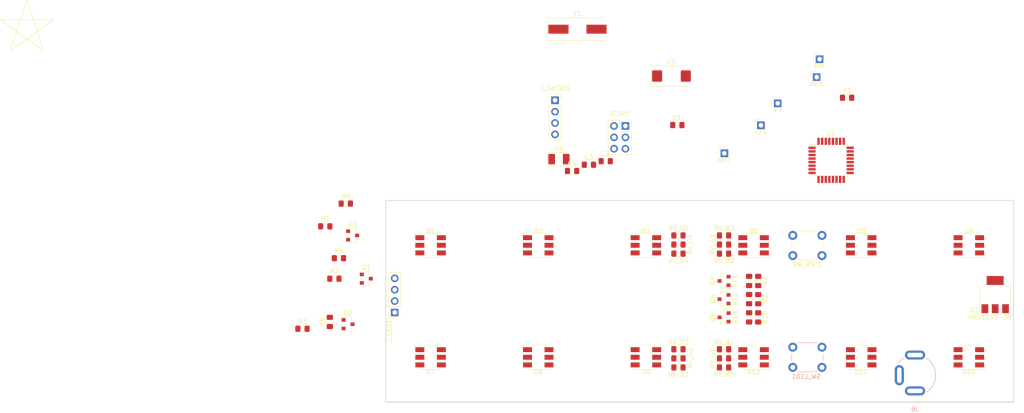
<source format=kicad_pcb>
(kicad_pcb (version 20171130) (host pcbnew "(5.0.2)-1")

  (general
    (thickness 1.6)
    (drawings 17)
    (tracks 0)
    (zones 0)
    (modules 68)
    (nets 78)
  )

  (page A4)
  (layers
    (0 F.Cu signal)
    (31 B.Cu signal)
    (32 B.Adhes user)
    (33 F.Adhes user)
    (34 B.Paste user)
    (35 F.Paste user)
    (36 B.SilkS user)
    (37 F.SilkS user)
    (38 B.Mask user)
    (39 F.Mask user)
    (40 Dwgs.User user hide)
    (41 Cmts.User user)
    (42 Eco1.User user)
    (43 Eco2.User user)
    (44 Edge.Cuts user)
    (45 Margin user)
    (46 B.CrtYd user)
    (47 F.CrtYd user)
    (48 B.Fab user)
    (49 F.Fab user)
  )

  (setup
    (last_trace_width 0.25)
    (trace_clearance 0.2)
    (zone_clearance 0.508)
    (zone_45_only no)
    (trace_min 0.2)
    (segment_width 0.2)
    (edge_width 0.15)
    (via_size 0.8)
    (via_drill 0.4)
    (via_min_size 0.4)
    (via_min_drill 0.3)
    (uvia_size 0.3)
    (uvia_drill 0.1)
    (uvias_allowed no)
    (uvia_min_size 0.2)
    (uvia_min_drill 0.1)
    (pcb_text_width 0.3)
    (pcb_text_size 1.5 1.5)
    (mod_edge_width 0.15)
    (mod_text_size 1 1)
    (mod_text_width 0.15)
    (pad_size 1.524 1.524)
    (pad_drill 0.762)
    (pad_to_mask_clearance 0.051)
    (solder_mask_min_width 0.25)
    (aux_axis_origin 0 0)
    (visible_elements 7FFFF7FF)
    (pcbplotparams
      (layerselection 0x010fc_ffffffff)
      (usegerberextensions false)
      (usegerberattributes false)
      (usegerberadvancedattributes false)
      (creategerberjobfile false)
      (excludeedgelayer true)
      (linewidth 0.100000)
      (plotframeref false)
      (viasonmask false)
      (mode 1)
      (useauxorigin false)
      (hpglpennumber 1)
      (hpglpenspeed 20)
      (hpglpendiameter 15.000000)
      (psnegative false)
      (psa4output false)
      (plotreference true)
      (plotvalue true)
      (plotinvisibletext false)
      (padsonsilk false)
      (subtractmaskfromsilk false)
      (outputformat 1)
      (mirror false)
      (drillshape 1)
      (scaleselection 1)
      (outputdirectory ""))
  )

  (net 0 "")
  (net 1 +5V)
  (net 2 GND)
  (net 3 "Net-(C2-Pad1)")
  (net 4 "Net-(C3-Pad1)")
  (net 5 "Net-(C4-Pad1)")
  (net 6 +12V)
  (net 7 "Net-(D1-Pad4)")
  (net 8 "Net-(D1-Pad5)")
  (net 9 "Net-(D1-Pad6)")
  (net 10 "Net-(D2-Pad6)")
  (net 11 "Net-(D2-Pad5)")
  (net 12 "Net-(D2-Pad4)")
  (net 13 "Net-(D3-Pad4)")
  (net 14 "Net-(D3-Pad5)")
  (net 15 "Net-(D3-Pad6)")
  (net 16 "Net-(D4-Pad6)")
  (net 17 "Net-(D4-Pad5)")
  (net 18 "Net-(D4-Pad4)")
  (net 19 "Net-(D5-Pad4)")
  (net 20 "Net-(D5-Pad5)")
  (net 21 "Net-(D5-Pad6)")
  (net 22 "Net-(D6-Pad4)")
  (net 23 "Net-(D6-Pad5)")
  (net 24 "Net-(D6-Pad6)")
  (net 25 "Net-(D7-Pad6)")
  (net 26 "Net-(D7-Pad5)")
  (net 27 "Net-(D7-Pad4)")
  (net 28 "Net-(D8-Pad6)")
  (net 29 "Net-(D8-Pad5)")
  (net 30 "Net-(D8-Pad4)")
  (net 31 "Net-(D9-Pad4)")
  (net 32 "Net-(D9-Pad5)")
  (net 33 "Net-(D9-Pad6)")
  (net 34 "Net-(D10-Pad6)")
  (net 35 "Net-(D10-Pad5)")
  (net 36 "Net-(D10-Pad4)")
  (net 37 "Net-(D11-Pad4)")
  (net 38 "Net-(D11-Pad5)")
  (net 39 "Net-(D11-Pad6)")
  (net 40 "Net-(D12-Pad6)")
  (net 41 "Net-(D12-Pad5)")
  (net 42 "Net-(D12-Pad4)")
  (net 43 /MISO)
  (net 44 /SCK)
  (net 45 /MOSI)
  (net 46 /RST)
  (net 47 "Net-(J1-Pad1)")
  (net 48 "Net-(J2-Pad1)")
  (net 49 "Net-(J_LED1-Pad2)")
  (net 50 "Net-(J_LED1-Pad3)")
  (net 51 "Net-(J_LED1-Pad4)")
  (net 52 /TXD)
  (net 53 /RXD)
  (net 54 "Net-(Q1-Pad1)")
  (net 55 "Net-(Q2-Pad1)")
  (net 56 "Net-(Q3-Pad1)")
  (net 57 "Net-(Q4-Pad1)")
  (net 58 "Net-(Q4-Pad3)")
  (net 59 "Net-(Q5-Pad3)")
  (net 60 "Net-(Q5-Pad1)")
  (net 61 "Net-(Q6-Pad1)")
  (net 62 "Net-(Q6-Pad3)")
  (net 63 /LED_2_R)
  (net 64 /LED_2_G)
  (net 65 /LED_2_B)
  (net 66 /LED_1_R)
  (net 67 /LED_1_G)
  (net 68 /LED_1_B)
  (net 69 /SW1)
  (net 70 "Net-(U1-Pad12)")
  (net 71 "Net-(U1-Pad13)")
  (net 72 "Net-(U1-Pad14)")
  (net 73 "Net-(U1-Pad24)")
  (net 74 "Net-(U1-Pad25)")
  (net 75 "Net-(U1-Pad26)")
  (net 76 "Net-(U1-Pad27)")
  (net 77 "Net-(U1-Pad28)")

  (net_class Default "This is the default net class."
    (clearance 0.2)
    (trace_width 0.25)
    (via_dia 0.8)
    (via_drill 0.4)
    (uvia_dia 0.3)
    (uvia_drill 0.1)
    (add_net +12V)
    (add_net +5V)
    (add_net /LED_1_B)
    (add_net /LED_1_G)
    (add_net /LED_1_R)
    (add_net /LED_2_B)
    (add_net /LED_2_G)
    (add_net /LED_2_R)
    (add_net /MISO)
    (add_net /MOSI)
    (add_net /RST)
    (add_net /RXD)
    (add_net /SCK)
    (add_net /SW1)
    (add_net /TXD)
    (add_net GND)
    (add_net "Net-(C2-Pad1)")
    (add_net "Net-(C3-Pad1)")
    (add_net "Net-(C4-Pad1)")
    (add_net "Net-(D1-Pad4)")
    (add_net "Net-(D1-Pad5)")
    (add_net "Net-(D1-Pad6)")
    (add_net "Net-(D10-Pad4)")
    (add_net "Net-(D10-Pad5)")
    (add_net "Net-(D10-Pad6)")
    (add_net "Net-(D11-Pad4)")
    (add_net "Net-(D11-Pad5)")
    (add_net "Net-(D11-Pad6)")
    (add_net "Net-(D12-Pad4)")
    (add_net "Net-(D12-Pad5)")
    (add_net "Net-(D12-Pad6)")
    (add_net "Net-(D2-Pad4)")
    (add_net "Net-(D2-Pad5)")
    (add_net "Net-(D2-Pad6)")
    (add_net "Net-(D3-Pad4)")
    (add_net "Net-(D3-Pad5)")
    (add_net "Net-(D3-Pad6)")
    (add_net "Net-(D4-Pad4)")
    (add_net "Net-(D4-Pad5)")
    (add_net "Net-(D4-Pad6)")
    (add_net "Net-(D5-Pad4)")
    (add_net "Net-(D5-Pad5)")
    (add_net "Net-(D5-Pad6)")
    (add_net "Net-(D6-Pad4)")
    (add_net "Net-(D6-Pad5)")
    (add_net "Net-(D6-Pad6)")
    (add_net "Net-(D7-Pad4)")
    (add_net "Net-(D7-Pad5)")
    (add_net "Net-(D7-Pad6)")
    (add_net "Net-(D8-Pad4)")
    (add_net "Net-(D8-Pad5)")
    (add_net "Net-(D8-Pad6)")
    (add_net "Net-(D9-Pad4)")
    (add_net "Net-(D9-Pad5)")
    (add_net "Net-(D9-Pad6)")
    (add_net "Net-(J1-Pad1)")
    (add_net "Net-(J2-Pad1)")
    (add_net "Net-(J_LED1-Pad2)")
    (add_net "Net-(J_LED1-Pad3)")
    (add_net "Net-(J_LED1-Pad4)")
    (add_net "Net-(Q1-Pad1)")
    (add_net "Net-(Q2-Pad1)")
    (add_net "Net-(Q3-Pad1)")
    (add_net "Net-(Q4-Pad1)")
    (add_net "Net-(Q4-Pad3)")
    (add_net "Net-(Q5-Pad1)")
    (add_net "Net-(Q5-Pad3)")
    (add_net "Net-(Q6-Pad1)")
    (add_net "Net-(Q6-Pad3)")
    (add_net "Net-(U1-Pad12)")
    (add_net "Net-(U1-Pad13)")
    (add_net "Net-(U1-Pad14)")
    (add_net "Net-(U1-Pad24)")
    (add_net "Net-(U1-Pad25)")
    (add_net "Net-(U1-Pad26)")
    (add_net "Net-(U1-Pad27)")
    (add_net "Net-(U1-Pad28)")
  )

  (module Capacitor_SMD:C_0805_2012Metric_Pad1.15x1.40mm_HandSolder (layer F.Cu) (tedit 5B36C52B) (tstamp 5C764560)
    (at 175.006 58.166)
    (descr "Capacitor SMD 0805 (2012 Metric), square (rectangular) end terminal, IPC_7351 nominal with elongated pad for handsoldering. (Body size source: https://docs.google.com/spreadsheets/d/1BsfQQcO9C6DZCsRaXUlFlo91Tg2WpOkGARC1WS5S8t0/edit?usp=sharing), generated with kicad-footprint-generator")
    (tags "capacitor handsolder")
    (path /5BC48E38)
    (attr smd)
    (fp_text reference C1 (at 0 -1.65) (layer F.SilkS)
      (effects (font (size 1 1) (thickness 0.15)))
    )
    (fp_text value 100nF (at 0 1.65) (layer F.Fab)
      (effects (font (size 1 1) (thickness 0.15)))
    )
    (fp_line (start -1 0.6) (end -1 -0.6) (layer F.Fab) (width 0.1))
    (fp_line (start -1 -0.6) (end 1 -0.6) (layer F.Fab) (width 0.1))
    (fp_line (start 1 -0.6) (end 1 0.6) (layer F.Fab) (width 0.1))
    (fp_line (start 1 0.6) (end -1 0.6) (layer F.Fab) (width 0.1))
    (fp_line (start -0.261252 -0.71) (end 0.261252 -0.71) (layer F.SilkS) (width 0.12))
    (fp_line (start -0.261252 0.71) (end 0.261252 0.71) (layer F.SilkS) (width 0.12))
    (fp_line (start -1.85 0.95) (end -1.85 -0.95) (layer F.CrtYd) (width 0.05))
    (fp_line (start -1.85 -0.95) (end 1.85 -0.95) (layer F.CrtYd) (width 0.05))
    (fp_line (start 1.85 -0.95) (end 1.85 0.95) (layer F.CrtYd) (width 0.05))
    (fp_line (start 1.85 0.95) (end -1.85 0.95) (layer F.CrtYd) (width 0.05))
    (fp_text user %R (at 0 0) (layer F.Fab)
      (effects (font (size 0.5 0.5) (thickness 0.08)))
    )
    (pad 1 smd roundrect (at -1.025 0) (size 1.15 1.4) (layers F.Cu F.Paste F.Mask) (roundrect_rratio 0.217391)
      (net 1 +5V))
    (pad 2 smd roundrect (at 1.025 0) (size 1.15 1.4) (layers F.Cu F.Paste F.Mask) (roundrect_rratio 0.217391)
      (net 2 GND))
    (model ${KISYS3DMOD}/Capacitor_SMD.3dshapes/C_0805_2012Metric.wrl
      (at (xyz 0 0 0))
      (scale (xyz 1 1 1))
      (rotate (xyz 0 0 0))
    )
  )

  (module Capacitor_SMD:C_0805_2012Metric_Pad1.15x1.40mm_HandSolder (layer F.Cu) (tedit 5B36C52B) (tstamp 5C764571)
    (at 159.045001 66.219001)
    (descr "Capacitor SMD 0805 (2012 Metric), square (rectangular) end terminal, IPC_7351 nominal with elongated pad for handsoldering. (Body size source: https://docs.google.com/spreadsheets/d/1BsfQQcO9C6DZCsRaXUlFlo91Tg2WpOkGARC1WS5S8t0/edit?usp=sharing), generated with kicad-footprint-generator")
    (tags "capacitor handsolder")
    (path /5BB521EA)
    (attr smd)
    (fp_text reference C2 (at 0 -1.65) (layer F.SilkS)
      (effects (font (size 1 1) (thickness 0.15)))
    )
    (fp_text value 100nF (at 0 1.65) (layer F.Fab)
      (effects (font (size 1 1) (thickness 0.15)))
    )
    (fp_text user %R (at 0 0) (layer F.Fab)
      (effects (font (size 0.5 0.5) (thickness 0.08)))
    )
    (fp_line (start 1.85 0.95) (end -1.85 0.95) (layer F.CrtYd) (width 0.05))
    (fp_line (start 1.85 -0.95) (end 1.85 0.95) (layer F.CrtYd) (width 0.05))
    (fp_line (start -1.85 -0.95) (end 1.85 -0.95) (layer F.CrtYd) (width 0.05))
    (fp_line (start -1.85 0.95) (end -1.85 -0.95) (layer F.CrtYd) (width 0.05))
    (fp_line (start -0.261252 0.71) (end 0.261252 0.71) (layer F.SilkS) (width 0.12))
    (fp_line (start -0.261252 -0.71) (end 0.261252 -0.71) (layer F.SilkS) (width 0.12))
    (fp_line (start 1 0.6) (end -1 0.6) (layer F.Fab) (width 0.1))
    (fp_line (start 1 -0.6) (end 1 0.6) (layer F.Fab) (width 0.1))
    (fp_line (start -1 -0.6) (end 1 -0.6) (layer F.Fab) (width 0.1))
    (fp_line (start -1 0.6) (end -1 -0.6) (layer F.Fab) (width 0.1))
    (pad 2 smd roundrect (at 1.025 0) (size 1.15 1.4) (layers F.Cu F.Paste F.Mask) (roundrect_rratio 0.217391)
      (net 2 GND))
    (pad 1 smd roundrect (at -1.025 0) (size 1.15 1.4) (layers F.Cu F.Paste F.Mask) (roundrect_rratio 0.217391)
      (net 3 "Net-(C2-Pad1)"))
    (model ${KISYS3DMOD}/Capacitor_SMD.3dshapes/C_0805_2012Metric.wrl
      (at (xyz 0 0 0))
      (scale (xyz 1 1 1))
      (rotate (xyz 0 0 0))
    )
  )

  (module Capacitor_SMD:C_0805_2012Metric_Pad1.15x1.40mm_HandSolder (layer F.Cu) (tedit 5B36C52B) (tstamp 5C764582)
    (at 155.295001 67.019001)
    (descr "Capacitor SMD 0805 (2012 Metric), square (rectangular) end terminal, IPC_7351 nominal with elongated pad for handsoldering. (Body size source: https://docs.google.com/spreadsheets/d/1BsfQQcO9C6DZCsRaXUlFlo91Tg2WpOkGARC1WS5S8t0/edit?usp=sharing), generated with kicad-footprint-generator")
    (tags "capacitor handsolder")
    (path /5BB52B6C)
    (attr smd)
    (fp_text reference C3 (at 0 -1.65) (layer F.SilkS)
      (effects (font (size 1 1) (thickness 0.15)))
    )
    (fp_text value 22pF (at 0 1.65) (layer F.Fab)
      (effects (font (size 1 1) (thickness 0.15)))
    )
    (fp_line (start -1 0.6) (end -1 -0.6) (layer F.Fab) (width 0.1))
    (fp_line (start -1 -0.6) (end 1 -0.6) (layer F.Fab) (width 0.1))
    (fp_line (start 1 -0.6) (end 1 0.6) (layer F.Fab) (width 0.1))
    (fp_line (start 1 0.6) (end -1 0.6) (layer F.Fab) (width 0.1))
    (fp_line (start -0.261252 -0.71) (end 0.261252 -0.71) (layer F.SilkS) (width 0.12))
    (fp_line (start -0.261252 0.71) (end 0.261252 0.71) (layer F.SilkS) (width 0.12))
    (fp_line (start -1.85 0.95) (end -1.85 -0.95) (layer F.CrtYd) (width 0.05))
    (fp_line (start -1.85 -0.95) (end 1.85 -0.95) (layer F.CrtYd) (width 0.05))
    (fp_line (start 1.85 -0.95) (end 1.85 0.95) (layer F.CrtYd) (width 0.05))
    (fp_line (start 1.85 0.95) (end -1.85 0.95) (layer F.CrtYd) (width 0.05))
    (fp_text user %R (at 0 0) (layer F.Fab)
      (effects (font (size 0.5 0.5) (thickness 0.08)))
    )
    (pad 1 smd roundrect (at -1.025 0) (size 1.15 1.4) (layers F.Cu F.Paste F.Mask) (roundrect_rratio 0.217391)
      (net 4 "Net-(C3-Pad1)"))
    (pad 2 smd roundrect (at 1.025 0) (size 1.15 1.4) (layers F.Cu F.Paste F.Mask) (roundrect_rratio 0.217391)
      (net 2 GND))
    (model ${KISYS3DMOD}/Capacitor_SMD.3dshapes/C_0805_2012Metric.wrl
      (at (xyz 0 0 0))
      (scale (xyz 1 1 1))
      (rotate (xyz 0 0 0))
    )
  )

  (module Capacitor_SMD:C_0805_2012Metric_Pad1.15x1.40mm_HandSolder (layer F.Cu) (tedit 5B36C52B) (tstamp 5C764593)
    (at 151.545001 68.419001)
    (descr "Capacitor SMD 0805 (2012 Metric), square (rectangular) end terminal, IPC_7351 nominal with elongated pad for handsoldering. (Body size source: https://docs.google.com/spreadsheets/d/1BsfQQcO9C6DZCsRaXUlFlo91Tg2WpOkGARC1WS5S8t0/edit?usp=sharing), generated with kicad-footprint-generator")
    (tags "capacitor handsolder")
    (path /5BB52BD6)
    (attr smd)
    (fp_text reference C4 (at 0 -1.65) (layer F.SilkS)
      (effects (font (size 1 1) (thickness 0.15)))
    )
    (fp_text value 22pF (at 0 1.65) (layer F.Fab)
      (effects (font (size 1 1) (thickness 0.15)))
    )
    (fp_text user %R (at 0 0) (layer F.Fab)
      (effects (font (size 0.5 0.5) (thickness 0.08)))
    )
    (fp_line (start 1.85 0.95) (end -1.85 0.95) (layer F.CrtYd) (width 0.05))
    (fp_line (start 1.85 -0.95) (end 1.85 0.95) (layer F.CrtYd) (width 0.05))
    (fp_line (start -1.85 -0.95) (end 1.85 -0.95) (layer F.CrtYd) (width 0.05))
    (fp_line (start -1.85 0.95) (end -1.85 -0.95) (layer F.CrtYd) (width 0.05))
    (fp_line (start -0.261252 0.71) (end 0.261252 0.71) (layer F.SilkS) (width 0.12))
    (fp_line (start -0.261252 -0.71) (end 0.261252 -0.71) (layer F.SilkS) (width 0.12))
    (fp_line (start 1 0.6) (end -1 0.6) (layer F.Fab) (width 0.1))
    (fp_line (start 1 -0.6) (end 1 0.6) (layer F.Fab) (width 0.1))
    (fp_line (start -1 -0.6) (end 1 -0.6) (layer F.Fab) (width 0.1))
    (fp_line (start -1 0.6) (end -1 -0.6) (layer F.Fab) (width 0.1))
    (pad 2 smd roundrect (at 1.025 0) (size 1.15 1.4) (layers F.Cu F.Paste F.Mask) (roundrect_rratio 0.217391)
      (net 2 GND))
    (pad 1 smd roundrect (at -1.025 0) (size 1.15 1.4) (layers F.Cu F.Paste F.Mask) (roundrect_rratio 0.217391)
      (net 5 "Net-(C4-Pad1)"))
    (model ${KISYS3DMOD}/Capacitor_SMD.3dshapes/C_0805_2012Metric.wrl
      (at (xyz 0 0 0))
      (scale (xyz 1 1 1))
      (rotate (xyz 0 0 0))
    )
  )

  (module Capacitor_Tantalum_SMD:CP_EIA-7343-15_Kemet-W_Pad2.25x2.55mm_HandSolder (layer F.Cu) (tedit 5B301BBE) (tstamp 5C7645A6)
    (at 173.695001 47.219001)
    (descr "Tantalum Capacitor SMD Kemet-W (7343-15 Metric), IPC_7351 nominal, (Body size from: http://www.kemet.com/Lists/ProductCatalog/Attachments/253/KEM_TC101_STD.pdf), generated with kicad-footprint-generator")
    (tags "capacitor tantalum")
    (path /5BC479E9)
    (attr smd)
    (fp_text reference C5 (at 0 -3.1) (layer F.SilkS)
      (effects (font (size 1 1) (thickness 0.15)))
    )
    (fp_text value 100uF (at 0 3.1) (layer F.Fab)
      (effects (font (size 1 1) (thickness 0.15)))
    )
    (fp_line (start 3.65 -2.15) (end -2.65 -2.15) (layer F.Fab) (width 0.1))
    (fp_line (start -2.65 -2.15) (end -3.65 -1.15) (layer F.Fab) (width 0.1))
    (fp_line (start -3.65 -1.15) (end -3.65 2.15) (layer F.Fab) (width 0.1))
    (fp_line (start -3.65 2.15) (end 3.65 2.15) (layer F.Fab) (width 0.1))
    (fp_line (start 3.65 2.15) (end 3.65 -2.15) (layer F.Fab) (width 0.1))
    (fp_line (start 3.65 -2.26) (end -4.585 -2.26) (layer F.SilkS) (width 0.12))
    (fp_line (start -4.585 -2.26) (end -4.585 2.26) (layer F.SilkS) (width 0.12))
    (fp_line (start -4.585 2.26) (end 3.65 2.26) (layer F.SilkS) (width 0.12))
    (fp_line (start -4.58 2.4) (end -4.58 -2.4) (layer F.CrtYd) (width 0.05))
    (fp_line (start -4.58 -2.4) (end 4.58 -2.4) (layer F.CrtYd) (width 0.05))
    (fp_line (start 4.58 -2.4) (end 4.58 2.4) (layer F.CrtYd) (width 0.05))
    (fp_line (start 4.58 2.4) (end -4.58 2.4) (layer F.CrtYd) (width 0.05))
    (fp_text user %R (at 0 0) (layer F.Fab)
      (effects (font (size 1 1) (thickness 0.15)))
    )
    (pad 1 smd roundrect (at -3.2 0) (size 2.25 2.55) (layers F.Cu F.Paste F.Mask) (roundrect_rratio 0.111111)
      (net 6 +12V))
    (pad 2 smd roundrect (at 3.2 0) (size 2.25 2.55) (layers F.Cu F.Paste F.Mask) (roundrect_rratio 0.111111)
      (net 2 GND))
    (model ${KISYS3DMOD}/Capacitor_Tantalum_SMD.3dshapes/CP_EIA-7343-15_Kemet-W.wrl
      (at (xyz 0 0 0))
      (scale (xyz 1 1 1))
      (rotate (xyz 0 0 0))
    )
  )

  (module Capacitor_Tantalum_SMD:CP_EIA-3528-15_AVX-H_Pad1.50x2.35mm_HandSolder (layer F.Cu) (tedit 5B342532) (tstamp 5C7645B9)
    (at 148.615001 65.769001)
    (descr "Tantalum Capacitor SMD AVX-H (3528-15 Metric), IPC_7351 nominal, (Body size from: http://www.kemet.com/Lists/ProductCatalog/Attachments/253/KEM_TC101_STD.pdf), generated with kicad-footprint-generator")
    (tags "capacitor tantalum")
    (path /5BC4726C)
    (attr smd)
    (fp_text reference C6 (at 0 -2.35) (layer F.SilkS)
      (effects (font (size 1 1) (thickness 0.15)))
    )
    (fp_text value 22uF (at 0 2.35) (layer F.Fab)
      (effects (font (size 1 1) (thickness 0.15)))
    )
    (fp_line (start 1.75 -1.4) (end -1.05 -1.4) (layer F.Fab) (width 0.1))
    (fp_line (start -1.05 -1.4) (end -1.75 -0.7) (layer F.Fab) (width 0.1))
    (fp_line (start -1.75 -0.7) (end -1.75 1.4) (layer F.Fab) (width 0.1))
    (fp_line (start -1.75 1.4) (end 1.75 1.4) (layer F.Fab) (width 0.1))
    (fp_line (start 1.75 1.4) (end 1.75 -1.4) (layer F.Fab) (width 0.1))
    (fp_line (start 1.75 -1.51) (end -2.635 -1.51) (layer F.SilkS) (width 0.12))
    (fp_line (start -2.635 -1.51) (end -2.635 1.51) (layer F.SilkS) (width 0.12))
    (fp_line (start -2.635 1.51) (end 1.75 1.51) (layer F.SilkS) (width 0.12))
    (fp_line (start -2.62 1.65) (end -2.62 -1.65) (layer F.CrtYd) (width 0.05))
    (fp_line (start -2.62 -1.65) (end 2.62 -1.65) (layer F.CrtYd) (width 0.05))
    (fp_line (start 2.62 -1.65) (end 2.62 1.65) (layer F.CrtYd) (width 0.05))
    (fp_line (start 2.62 1.65) (end -2.62 1.65) (layer F.CrtYd) (width 0.05))
    (fp_text user %R (at 0 0) (layer F.Fab)
      (effects (font (size 0.88 0.88) (thickness 0.13)))
    )
    (pad 1 smd roundrect (at -1.625 0) (size 1.5 2.35) (layers F.Cu F.Paste F.Mask) (roundrect_rratio 0.166667)
      (net 1 +5V))
    (pad 2 smd roundrect (at 1.625 0) (size 1.5 2.35) (layers F.Cu F.Paste F.Mask) (roundrect_rratio 0.166667)
      (net 2 GND))
    (model ${KISYS3DMOD}/Capacitor_Tantalum_SMD.3dshapes/CP_EIA-3528-15_AVX-H.wrl
      (at (xyz 0 0 0))
      (scale (xyz 1 1 1))
      (rotate (xyz 0 0 0))
    )
  )

  (module LED_SMD:LED_RGB_5050-6 (layer F.Cu) (tedit 59155824) (tstamp 5C765AB7)
    (at 120 85)
    (descr http://cdn.sparkfun.com/datasheets/Components/LED/5060BRG4.pdf)
    (tags "RGB LED 5050-6")
    (path /5C880EE2)
    (attr smd)
    (fp_text reference D1 (at 0 -3.212 -180) (layer F.SilkS)
      (effects (font (size 1 1) (thickness 0.15)))
    )
    (fp_text value LED_RGB (at 0 3.3) (layer F.Fab)
      (effects (font (size 1 1) (thickness 0.15)))
    )
    (fp_line (start -2.5 -1.9) (end -1.9 -2.5) (layer F.Fab) (width 0.1))
    (fp_line (start 2.5 -2.5) (end -2.5 -2.5) (layer F.Fab) (width 0.1))
    (fp_line (start 2.5 2.5) (end 2.5 -2.5) (layer F.Fab) (width 0.1))
    (fp_line (start -2.5 2.5) (end 2.5 2.5) (layer F.Fab) (width 0.1))
    (fp_line (start -2.5 -2.5) (end -2.5 2.5) (layer F.Fab) (width 0.1))
    (fp_line (start -3.6 -2.7) (end 2.5 -2.7) (layer F.SilkS) (width 0.12))
    (fp_line (start -3.6 -1.6) (end -3.6 -2.7) (layer F.SilkS) (width 0.12))
    (fp_line (start 2.5 2.7) (end -2.5 2.7) (layer F.SilkS) (width 0.12))
    (fp_line (start 3.65 -2.75) (end -3.65 -2.75) (layer F.CrtYd) (width 0.05))
    (fp_line (start 3.65 2.75) (end 3.65 -2.75) (layer F.CrtYd) (width 0.05))
    (fp_line (start -3.65 2.75) (end 3.65 2.75) (layer F.CrtYd) (width 0.05))
    (fp_line (start -3.65 -2.75) (end -3.65 2.75) (layer F.CrtYd) (width 0.05))
    (fp_text user %R (at 0 0) (layer F.Fab)
      (effects (font (size 0.6 0.6) (thickness 0.06)))
    )
    (fp_circle (center 0 0) (end 0 -1.9) (layer F.Fab) (width 0.1))
    (pad 1 smd rect (at -2.4 -1.7 90) (size 1.1 2) (layers F.Cu F.Paste F.Mask)
      (net 6 +12V))
    (pad 2 smd rect (at -2.4 0 90) (size 1.1 2) (layers F.Cu F.Paste F.Mask)
      (net 6 +12V))
    (pad 3 smd rect (at -2.4 1.7 90) (size 1.1 2) (layers F.Cu F.Paste F.Mask)
      (net 6 +12V))
    (pad 4 smd rect (at 2.4 1.7 90) (size 1.1 2) (layers F.Cu F.Paste F.Mask)
      (net 7 "Net-(D1-Pad4)"))
    (pad 5 smd rect (at 2.4 0 90) (size 1.1 2) (layers F.Cu F.Paste F.Mask)
      (net 8 "Net-(D1-Pad5)"))
    (pad 6 smd rect (at 2.4 -1.7 90) (size 1.1 2) (layers F.Cu F.Paste F.Mask)
      (net 9 "Net-(D1-Pad6)"))
    (model ${KISYS3DMOD}/LED_SMD.3dshapes/LED_RGB_5050-6.wrl
      (at (xyz 0 0 0))
      (scale (xyz 1 1 1))
      (rotate (xyz 0 0 0))
    )
    (model "E:/Daten/OneDrive/Projekte/_KiCAD libraries_/Eigene_3d_files/AB2_PLCC6_LED_STRAIGHT.wrl"
      (at (xyz 0 0 0))
      (scale (xyz 0.3 0.3 0.3))
      (rotate (xyz 0 0 0))
    )
  )

  (module LED_SMD:LED_RGB_5050-6 (layer F.Cu) (tedit 59155824) (tstamp 5C766BAE)
    (at 144 85)
    (descr http://cdn.sparkfun.com/datasheets/Components/LED/5060BRG4.pdf)
    (tags "RGB LED 5050-6")
    (path /5C880EE8)
    (attr smd)
    (fp_text reference D2 (at 0 -3.212 -180) (layer F.SilkS)
      (effects (font (size 1 1) (thickness 0.15)))
    )
    (fp_text value LED_RGB (at 0 3.3) (layer F.Fab)
      (effects (font (size 1 1) (thickness 0.15)))
    )
    (fp_circle (center 0 0) (end 0 -1.9) (layer F.Fab) (width 0.1))
    (fp_text user %R (at 0 0) (layer F.Fab)
      (effects (font (size 0.6 0.6) (thickness 0.06)))
    )
    (fp_line (start -3.65 -2.75) (end -3.65 2.75) (layer F.CrtYd) (width 0.05))
    (fp_line (start -3.65 2.75) (end 3.65 2.75) (layer F.CrtYd) (width 0.05))
    (fp_line (start 3.65 2.75) (end 3.65 -2.75) (layer F.CrtYd) (width 0.05))
    (fp_line (start 3.65 -2.75) (end -3.65 -2.75) (layer F.CrtYd) (width 0.05))
    (fp_line (start 2.5 2.7) (end -2.5 2.7) (layer F.SilkS) (width 0.12))
    (fp_line (start -3.6 -1.6) (end -3.6 -2.7) (layer F.SilkS) (width 0.12))
    (fp_line (start -3.6 -2.7) (end 2.5 -2.7) (layer F.SilkS) (width 0.12))
    (fp_line (start -2.5 -2.5) (end -2.5 2.5) (layer F.Fab) (width 0.1))
    (fp_line (start -2.5 2.5) (end 2.5 2.5) (layer F.Fab) (width 0.1))
    (fp_line (start 2.5 2.5) (end 2.5 -2.5) (layer F.Fab) (width 0.1))
    (fp_line (start 2.5 -2.5) (end -2.5 -2.5) (layer F.Fab) (width 0.1))
    (fp_line (start -2.5 -1.9) (end -1.9 -2.5) (layer F.Fab) (width 0.1))
    (pad 6 smd rect (at 2.4 -1.7 90) (size 1.1 2) (layers F.Cu F.Paste F.Mask)
      (net 10 "Net-(D2-Pad6)"))
    (pad 5 smd rect (at 2.4 0 90) (size 1.1 2) (layers F.Cu F.Paste F.Mask)
      (net 11 "Net-(D2-Pad5)"))
    (pad 4 smd rect (at 2.4 1.7 90) (size 1.1 2) (layers F.Cu F.Paste F.Mask)
      (net 12 "Net-(D2-Pad4)"))
    (pad 3 smd rect (at -2.4 1.7 90) (size 1.1 2) (layers F.Cu F.Paste F.Mask)
      (net 7 "Net-(D1-Pad4)"))
    (pad 2 smd rect (at -2.4 0 90) (size 1.1 2) (layers F.Cu F.Paste F.Mask)
      (net 8 "Net-(D1-Pad5)"))
    (pad 1 smd rect (at -2.4 -1.7 90) (size 1.1 2) (layers F.Cu F.Paste F.Mask)
      (net 9 "Net-(D1-Pad6)"))
    (model ${KISYS3DMOD}/LED_SMD.3dshapes/LED_RGB_5050-6.wrl
      (at (xyz 0 0 0))
      (scale (xyz 1 1 1))
      (rotate (xyz 0 0 0))
    )
    (model "E:/Daten/OneDrive/Projekte/_KiCAD libraries_/Eigene_3d_files/AB2_PLCC6_LED_STRAIGHT.wrl"
      (at (xyz 0 0 0))
      (scale (xyz 0.3 0.3 0.3))
      (rotate (xyz 0 0 0))
    )
  )

  (module LED_SMD:LED_RGB_5050-6 (layer F.Cu) (tedit 59155824) (tstamp 5C766EAC)
    (at 168 85)
    (descr http://cdn.sparkfun.com/datasheets/Components/LED/5060BRG4.pdf)
    (tags "RGB LED 5050-6")
    (path /5C880EEE)
    (attr smd)
    (fp_text reference D3 (at 0 -3.212 -180) (layer F.SilkS)
      (effects (font (size 1 1) (thickness 0.15)))
    )
    (fp_text value LED_RGB (at 0.148 -0.164) (layer F.Fab)
      (effects (font (size 1 1) (thickness 0.15)))
    )
    (fp_line (start -2.5 -1.9) (end -1.9 -2.5) (layer F.Fab) (width 0.1))
    (fp_line (start 2.5 -2.5) (end -2.5 -2.5) (layer F.Fab) (width 0.1))
    (fp_line (start 2.5 2.5) (end 2.5 -2.5) (layer F.Fab) (width 0.1))
    (fp_line (start -2.5 2.5) (end 2.5 2.5) (layer F.Fab) (width 0.1))
    (fp_line (start -2.5 -2.5) (end -2.5 2.5) (layer F.Fab) (width 0.1))
    (fp_line (start -3.6 -2.7) (end 2.5 -2.7) (layer F.SilkS) (width 0.12))
    (fp_line (start -3.6 -1.6) (end -3.6 -2.7) (layer F.SilkS) (width 0.12))
    (fp_line (start 2.5 2.7) (end -2.5 2.7) (layer F.SilkS) (width 0.12))
    (fp_line (start 3.65 -2.75) (end -3.65 -2.75) (layer F.CrtYd) (width 0.05))
    (fp_line (start 3.65 2.75) (end 3.65 -2.75) (layer F.CrtYd) (width 0.05))
    (fp_line (start -3.65 2.75) (end 3.65 2.75) (layer F.CrtYd) (width 0.05))
    (fp_line (start -3.65 -2.75) (end -3.65 2.75) (layer F.CrtYd) (width 0.05))
    (fp_text user %R (at 0 0) (layer F.Fab)
      (effects (font (size 0.6 0.6) (thickness 0.06)))
    )
    (fp_circle (center 0 0) (end 0 -1.9) (layer F.Fab) (width 0.1))
    (pad 1 smd rect (at -2.4 -1.7 90) (size 1.1 2) (layers F.Cu F.Paste F.Mask)
      (net 10 "Net-(D2-Pad6)"))
    (pad 2 smd rect (at -2.4 0 90) (size 1.1 2) (layers F.Cu F.Paste F.Mask)
      (net 11 "Net-(D2-Pad5)"))
    (pad 3 smd rect (at -2.4 1.7 90) (size 1.1 2) (layers F.Cu F.Paste F.Mask)
      (net 12 "Net-(D2-Pad4)"))
    (pad 4 smd rect (at 2.4 1.7 90) (size 1.1 2) (layers F.Cu F.Paste F.Mask)
      (net 13 "Net-(D3-Pad4)"))
    (pad 5 smd rect (at 2.4 0 90) (size 1.1 2) (layers F.Cu F.Paste F.Mask)
      (net 14 "Net-(D3-Pad5)"))
    (pad 6 smd rect (at 2.4 -1.7 90) (size 1.1 2) (layers F.Cu F.Paste F.Mask)
      (net 15 "Net-(D3-Pad6)"))
    (model ${KISYS3DMOD}/LED_SMD.3dshapes/LED_RGB_5050-6.wrl
      (at (xyz 0 0 0))
      (scale (xyz 100 100 100))
      (rotate (xyz 0 0 0))
    )
    (model "E:/Daten/OneDrive/Projekte/_KiCAD libraries_/Eigene_3d_files/AB2_PLCC6_LED_STRAIGHT.wrl"
      (at (xyz 0 0 0))
      (scale (xyz 0.3 0.3 0.3))
      (rotate (xyz 0 0 0))
    )
  )

  (module LED_SMD:LED_RGB_5050-6 (layer F.Cu) (tedit 59155824) (tstamp 5C766DAD)
    (at 240 85 180)
    (descr http://cdn.sparkfun.com/datasheets/Components/LED/5060BRG4.pdf)
    (tags "RGB LED 5050-6")
    (path /5C880EF4)
    (attr smd)
    (fp_text reference D4 (at 0 3.212) (layer F.SilkS)
      (effects (font (size 1 1) (thickness 0.15)))
    )
    (fp_text value LED_RGB (at 0.224 0.164 180) (layer F.Fab)
      (effects (font (size 1 1) (thickness 0.15)))
    )
    (fp_circle (center 0 0) (end 0 -1.9) (layer F.Fab) (width 0.1))
    (fp_text user %R (at 0 0 180) (layer F.Fab)
      (effects (font (size 0.6 0.6) (thickness 0.06)))
    )
    (fp_line (start -3.65 -2.75) (end -3.65 2.75) (layer F.CrtYd) (width 0.05))
    (fp_line (start -3.65 2.75) (end 3.65 2.75) (layer F.CrtYd) (width 0.05))
    (fp_line (start 3.65 2.75) (end 3.65 -2.75) (layer F.CrtYd) (width 0.05))
    (fp_line (start 3.65 -2.75) (end -3.65 -2.75) (layer F.CrtYd) (width 0.05))
    (fp_line (start 2.5 2.7) (end -2.5 2.7) (layer F.SilkS) (width 0.12))
    (fp_line (start -3.6 -1.6) (end -3.6 -2.7) (layer F.SilkS) (width 0.12))
    (fp_line (start -3.6 -2.7) (end 2.5 -2.7) (layer F.SilkS) (width 0.12))
    (fp_line (start -2.5 -2.5) (end -2.5 2.5) (layer F.Fab) (width 0.1))
    (fp_line (start -2.5 2.5) (end 2.5 2.5) (layer F.Fab) (width 0.1))
    (fp_line (start 2.5 2.5) (end 2.5 -2.5) (layer F.Fab) (width 0.1))
    (fp_line (start 2.5 -2.5) (end -2.5 -2.5) (layer F.Fab) (width 0.1))
    (fp_line (start -2.5 -1.9) (end -1.9 -2.5) (layer F.Fab) (width 0.1))
    (pad 6 smd rect (at 2.4 -1.7 270) (size 1.1 2) (layers F.Cu F.Paste F.Mask)
      (net 16 "Net-(D4-Pad6)"))
    (pad 5 smd rect (at 2.4 0 270) (size 1.1 2) (layers F.Cu F.Paste F.Mask)
      (net 17 "Net-(D4-Pad5)"))
    (pad 4 smd rect (at 2.4 1.7 270) (size 1.1 2) (layers F.Cu F.Paste F.Mask)
      (net 18 "Net-(D4-Pad4)"))
    (pad 3 smd rect (at -2.4 1.7 270) (size 1.1 2) (layers F.Cu F.Paste F.Mask)
      (net 6 +12V))
    (pad 2 smd rect (at -2.4 0 270) (size 1.1 2) (layers F.Cu F.Paste F.Mask)
      (net 6 +12V))
    (pad 1 smd rect (at -2.4 -1.7 270) (size 1.1 2) (layers F.Cu F.Paste F.Mask)
      (net 6 +12V))
    (model ${KISYS3DMOD}/LED_SMD.3dshapes/LED_RGB_5050-6.wrl
      (at (xyz 0 0 0))
      (scale (xyz 1 1 1))
      (rotate (xyz 0 0 0))
    )
    (model "E:/Daten/OneDrive/Projekte/_KiCAD libraries_/Eigene_3d_files/AB2_PLCC6_LED_STRAIGHT.wrl"
      (at (xyz 0 0 0))
      (scale (xyz 0.3 0.3 0.3))
      (rotate (xyz 0 0 0))
    )
  )

  (module LED_SMD:LED_RGB_5050-6 (layer F.Cu) (tedit 59155824) (tstamp 5C764631)
    (at 216 85 180)
    (descr http://cdn.sparkfun.com/datasheets/Components/LED/5060BRG4.pdf)
    (tags "RGB LED 5050-6")
    (path /5C880EFA)
    (attr smd)
    (fp_text reference D5 (at 0 3.212) (layer F.SilkS)
      (effects (font (size 1 1) (thickness 0.15)))
    )
    (fp_text value LED_RGB (at 0 0.164 180) (layer F.Fab)
      (effects (font (size 1 1) (thickness 0.15)))
    )
    (fp_line (start -2.5 -1.9) (end -1.9 -2.5) (layer F.Fab) (width 0.1))
    (fp_line (start 2.5 -2.5) (end -2.5 -2.5) (layer F.Fab) (width 0.1))
    (fp_line (start 2.5 2.5) (end 2.5 -2.5) (layer F.Fab) (width 0.1))
    (fp_line (start -2.5 2.5) (end 2.5 2.5) (layer F.Fab) (width 0.1))
    (fp_line (start -2.5 -2.5) (end -2.5 2.5) (layer F.Fab) (width 0.1))
    (fp_line (start -3.6 -2.7) (end 2.5 -2.7) (layer F.SilkS) (width 0.12))
    (fp_line (start -3.6 -1.6) (end -3.6 -2.7) (layer F.SilkS) (width 0.12))
    (fp_line (start 2.5 2.7) (end -2.5 2.7) (layer F.SilkS) (width 0.12))
    (fp_line (start 3.65 -2.75) (end -3.65 -2.75) (layer F.CrtYd) (width 0.05))
    (fp_line (start 3.65 2.75) (end 3.65 -2.75) (layer F.CrtYd) (width 0.05))
    (fp_line (start -3.65 2.75) (end 3.65 2.75) (layer F.CrtYd) (width 0.05))
    (fp_line (start -3.65 -2.75) (end -3.65 2.75) (layer F.CrtYd) (width 0.05))
    (fp_text user %R (at 0 0 180) (layer F.Fab)
      (effects (font (size 0.6 0.6) (thickness 0.06)))
    )
    (fp_circle (center 0 0) (end 0 -1.9) (layer F.Fab) (width 0.1))
    (pad 1 smd rect (at -2.4 -1.7 270) (size 1.1 2) (layers F.Cu F.Paste F.Mask)
      (net 16 "Net-(D4-Pad6)"))
    (pad 2 smd rect (at -2.4 0 270) (size 1.1 2) (layers F.Cu F.Paste F.Mask)
      (net 17 "Net-(D4-Pad5)"))
    (pad 3 smd rect (at -2.4 1.7 270) (size 1.1 2) (layers F.Cu F.Paste F.Mask)
      (net 18 "Net-(D4-Pad4)"))
    (pad 4 smd rect (at 2.4 1.7 270) (size 1.1 2) (layers F.Cu F.Paste F.Mask)
      (net 19 "Net-(D5-Pad4)"))
    (pad 5 smd rect (at 2.4 0 270) (size 1.1 2) (layers F.Cu F.Paste F.Mask)
      (net 20 "Net-(D5-Pad5)"))
    (pad 6 smd rect (at 2.4 -1.7 270) (size 1.1 2) (layers F.Cu F.Paste F.Mask)
      (net 21 "Net-(D5-Pad6)"))
    (model ${KISYS3DMOD}/LED_SMD.3dshapes/LED_RGB_5050-6.wrl
      (at (xyz 0 0 0))
      (scale (xyz 1 1 1))
      (rotate (xyz 0 0 0))
    )
    (model "E:/Daten/OneDrive/Projekte/_KiCAD libraries_/Eigene_3d_files/AB2_PLCC6_LED_STRAIGHT.wrl"
      (at (xyz 0 0 0))
      (scale (xyz 0.3 0.3 0.3))
      (rotate (xyz 0 0 0))
    )
  )

  (module LED_SMD:LED_RGB_5050-6 (layer F.Cu) (tedit 59155824) (tstamp 5C764649)
    (at 192 85 180)
    (descr http://cdn.sparkfun.com/datasheets/Components/LED/5060BRG4.pdf)
    (tags "RGB LED 5050-6")
    (path /5C880F00)
    (attr smd)
    (fp_text reference D6 (at 0 3.212) (layer F.SilkS)
      (effects (font (size 1 1) (thickness 0.15)))
    )
    (fp_text value LED_RGB (at 0 0.164 180) (layer F.Fab)
      (effects (font (size 1 1) (thickness 0.15)))
    )
    (fp_line (start -2.5 -1.9) (end -1.9 -2.5) (layer F.Fab) (width 0.1))
    (fp_line (start 2.5 -2.5) (end -2.5 -2.5) (layer F.Fab) (width 0.1))
    (fp_line (start 2.5 2.5) (end 2.5 -2.5) (layer F.Fab) (width 0.1))
    (fp_line (start -2.5 2.5) (end 2.5 2.5) (layer F.Fab) (width 0.1))
    (fp_line (start -2.5 -2.5) (end -2.5 2.5) (layer F.Fab) (width 0.1))
    (fp_line (start -3.6 -2.7) (end 2.5 -2.7) (layer F.SilkS) (width 0.12))
    (fp_line (start -3.6 -1.6) (end -3.6 -2.7) (layer F.SilkS) (width 0.12))
    (fp_line (start 2.5 2.7) (end -2.5 2.7) (layer F.SilkS) (width 0.12))
    (fp_line (start 3.65 -2.75) (end -3.65 -2.75) (layer F.CrtYd) (width 0.05))
    (fp_line (start 3.65 2.75) (end 3.65 -2.75) (layer F.CrtYd) (width 0.05))
    (fp_line (start -3.65 2.75) (end 3.65 2.75) (layer F.CrtYd) (width 0.05))
    (fp_line (start -3.65 -2.75) (end -3.65 2.75) (layer F.CrtYd) (width 0.05))
    (fp_text user %R (at 0 0 180) (layer F.Fab)
      (effects (font (size 0.6 0.6) (thickness 0.06)))
    )
    (fp_circle (center 0 0) (end 0 -1.9) (layer F.Fab) (width 0.1))
    (pad 1 smd rect (at -2.4 -1.7 270) (size 1.1 2) (layers F.Cu F.Paste F.Mask)
      (net 21 "Net-(D5-Pad6)"))
    (pad 2 smd rect (at -2.4 0 270) (size 1.1 2) (layers F.Cu F.Paste F.Mask)
      (net 20 "Net-(D5-Pad5)"))
    (pad 3 smd rect (at -2.4 1.7 270) (size 1.1 2) (layers F.Cu F.Paste F.Mask)
      (net 19 "Net-(D5-Pad4)"))
    (pad 4 smd rect (at 2.4 1.7 270) (size 1.1 2) (layers F.Cu F.Paste F.Mask)
      (net 22 "Net-(D6-Pad4)"))
    (pad 5 smd rect (at 2.4 0 270) (size 1.1 2) (layers F.Cu F.Paste F.Mask)
      (net 23 "Net-(D6-Pad5)"))
    (pad 6 smd rect (at 2.4 -1.7 270) (size 1.1 2) (layers F.Cu F.Paste F.Mask)
      (net 24 "Net-(D6-Pad6)"))
    (model ${KISYS3DMOD}/LED_SMD.3dshapes/LED_RGB_5050-6.wrl
      (at (xyz 0 0 0))
      (scale (xyz 1 1 1))
      (rotate (xyz 0 0 0))
    )
    (model "E:/Daten/OneDrive/Projekte/_KiCAD libraries_/Eigene_3d_files/AB2_PLCC6_LED_STRAIGHT.wrl"
      (at (xyz 0 0 0))
      (scale (xyz 0.3 0.3 0.3))
      (rotate (xyz 0 0 0))
    )
  )

  (module LED_SMD:LED_RGB_5050-6 (layer F.Cu) (tedit 59155824) (tstamp 5C764661)
    (at 120 110)
    (descr http://cdn.sparkfun.com/datasheets/Components/LED/5060BRG4.pdf)
    (tags "RGB LED 5050-6")
    (path /5BB4EF8C)
    (attr smd)
    (fp_text reference D7 (at 0 3.284 180) (layer F.SilkS)
      (effects (font (size 1 1) (thickness 0.15)))
    )
    (fp_text value LED_RGB (at 0 -0.272) (layer F.Fab)
      (effects (font (size 1 1) (thickness 0.15)))
    )
    (fp_circle (center 0 0) (end 0 -1.9) (layer F.Fab) (width 0.1))
    (fp_text user %R (at 0 0) (layer F.Fab)
      (effects (font (size 0.6 0.6) (thickness 0.06)))
    )
    (fp_line (start -3.65 -2.75) (end -3.65 2.75) (layer F.CrtYd) (width 0.05))
    (fp_line (start -3.65 2.75) (end 3.65 2.75) (layer F.CrtYd) (width 0.05))
    (fp_line (start 3.65 2.75) (end 3.65 -2.75) (layer F.CrtYd) (width 0.05))
    (fp_line (start 3.65 -2.75) (end -3.65 -2.75) (layer F.CrtYd) (width 0.05))
    (fp_line (start 2.5 2.7) (end -2.5 2.7) (layer F.SilkS) (width 0.12))
    (fp_line (start -3.6 -1.6) (end -3.6 -2.7) (layer F.SilkS) (width 0.12))
    (fp_line (start -3.6 -2.7) (end 2.5 -2.7) (layer F.SilkS) (width 0.12))
    (fp_line (start -2.5 -2.5) (end -2.5 2.5) (layer F.Fab) (width 0.1))
    (fp_line (start -2.5 2.5) (end 2.5 2.5) (layer F.Fab) (width 0.1))
    (fp_line (start 2.5 2.5) (end 2.5 -2.5) (layer F.Fab) (width 0.1))
    (fp_line (start 2.5 -2.5) (end -2.5 -2.5) (layer F.Fab) (width 0.1))
    (fp_line (start -2.5 -1.9) (end -1.9 -2.5) (layer F.Fab) (width 0.1))
    (pad 6 smd rect (at 2.4 -1.7 90) (size 1.1 2) (layers F.Cu F.Paste F.Mask)
      (net 25 "Net-(D7-Pad6)"))
    (pad 5 smd rect (at 2.4 0 90) (size 1.1 2) (layers F.Cu F.Paste F.Mask)
      (net 26 "Net-(D7-Pad5)"))
    (pad 4 smd rect (at 2.4 1.7 90) (size 1.1 2) (layers F.Cu F.Paste F.Mask)
      (net 27 "Net-(D7-Pad4)"))
    (pad 3 smd rect (at -2.4 1.7 90) (size 1.1 2) (layers F.Cu F.Paste F.Mask)
      (net 6 +12V))
    (pad 2 smd rect (at -2.4 0 90) (size 1.1 2) (layers F.Cu F.Paste F.Mask)
      (net 6 +12V))
    (pad 1 smd rect (at -2.4 -1.7 90) (size 1.1 2) (layers F.Cu F.Paste F.Mask)
      (net 6 +12V))
    (model ${KISYS3DMOD}/LED_SMD.3dshapes/LED_RGB_5050-6.wrl
      (at (xyz 0 0 0))
      (scale (xyz 1 1 1))
      (rotate (xyz 0 0 0))
    )
    (model "E:/Daten/OneDrive/Projekte/_KiCAD libraries_/Eigene_3d_files/AB2_PLCC6_LED_STRAIGHT.wrl"
      (at (xyz 0 0 0))
      (scale (xyz 0.3 0.3 0.3))
      (rotate (xyz 0 0 0))
    )
  )

  (module LED_SMD:LED_RGB_5050-6 (layer F.Cu) (tedit 59155824) (tstamp 5C764679)
    (at 144 110)
    (descr http://cdn.sparkfun.com/datasheets/Components/LED/5060BRG4.pdf)
    (tags "RGB LED 5050-6")
    (path /5BB4F02C)
    (attr smd)
    (fp_text reference D8 (at 0 3.284 180) (layer F.SilkS)
      (effects (font (size 1 1) (thickness 0.15)))
    )
    (fp_text value LED_RGB (at 0 -0.272) (layer F.Fab)
      (effects (font (size 1 1) (thickness 0.15)))
    )
    (fp_circle (center 0 0) (end 0 -1.9) (layer F.Fab) (width 0.1))
    (fp_text user %R (at 0 0) (layer F.Fab)
      (effects (font (size 0.6 0.6) (thickness 0.06)))
    )
    (fp_line (start -3.65 -2.75) (end -3.65 2.75) (layer F.CrtYd) (width 0.05))
    (fp_line (start -3.65 2.75) (end 3.65 2.75) (layer F.CrtYd) (width 0.05))
    (fp_line (start 3.65 2.75) (end 3.65 -2.75) (layer F.CrtYd) (width 0.05))
    (fp_line (start 3.65 -2.75) (end -3.65 -2.75) (layer F.CrtYd) (width 0.05))
    (fp_line (start 2.5 2.7) (end -2.5 2.7) (layer F.SilkS) (width 0.12))
    (fp_line (start -3.6 -1.6) (end -3.6 -2.7) (layer F.SilkS) (width 0.12))
    (fp_line (start -3.6 -2.7) (end 2.5 -2.7) (layer F.SilkS) (width 0.12))
    (fp_line (start -2.5 -2.5) (end -2.5 2.5) (layer F.Fab) (width 0.1))
    (fp_line (start -2.5 2.5) (end 2.5 2.5) (layer F.Fab) (width 0.1))
    (fp_line (start 2.5 2.5) (end 2.5 -2.5) (layer F.Fab) (width 0.1))
    (fp_line (start 2.5 -2.5) (end -2.5 -2.5) (layer F.Fab) (width 0.1))
    (fp_line (start -2.5 -1.9) (end -1.9 -2.5) (layer F.Fab) (width 0.1))
    (pad 6 smd rect (at 2.4 -1.7 90) (size 1.1 2) (layers F.Cu F.Paste F.Mask)
      (net 28 "Net-(D8-Pad6)"))
    (pad 5 smd rect (at 2.4 0 90) (size 1.1 2) (layers F.Cu F.Paste F.Mask)
      (net 29 "Net-(D8-Pad5)"))
    (pad 4 smd rect (at 2.4 1.7 90) (size 1.1 2) (layers F.Cu F.Paste F.Mask)
      (net 30 "Net-(D8-Pad4)"))
    (pad 3 smd rect (at -2.4 1.7 90) (size 1.1 2) (layers F.Cu F.Paste F.Mask)
      (net 27 "Net-(D7-Pad4)"))
    (pad 2 smd rect (at -2.4 0 90) (size 1.1 2) (layers F.Cu F.Paste F.Mask)
      (net 26 "Net-(D7-Pad5)"))
    (pad 1 smd rect (at -2.4 -1.7 90) (size 1.1 2) (layers F.Cu F.Paste F.Mask)
      (net 25 "Net-(D7-Pad6)"))
    (model ${KISYS3DMOD}/LED_SMD.3dshapes/LED_RGB_5050-6.wrl
      (at (xyz 0 0 0))
      (scale (xyz 1 1 1))
      (rotate (xyz 0 0 0))
    )
    (model "E:/Daten/OneDrive/Projekte/_KiCAD libraries_/Eigene_3d_files/AB2_PLCC6_LED_STRAIGHT.wrl"
      (at (xyz 0 0 0))
      (scale (xyz 0.3 0.3 0.3))
      (rotate (xyz 0 0 0))
    )
  )

  (module LED_SMD:LED_RGB_5050-6 (layer F.Cu) (tedit 59155824) (tstamp 5C764691)
    (at 168 110)
    (descr http://cdn.sparkfun.com/datasheets/Components/LED/5060BRG4.pdf)
    (tags "RGB LED 5050-6")
    (path /5BB4F050)
    (attr smd)
    (fp_text reference D9 (at 0.148 3.284 180) (layer F.SilkS)
      (effects (font (size 1 1) (thickness 0.15)))
    )
    (fp_text value LED_RGB (at 0 0.236) (layer F.Fab)
      (effects (font (size 1 1) (thickness 0.15)))
    )
    (fp_line (start -2.5 -1.9) (end -1.9 -2.5) (layer F.Fab) (width 0.1))
    (fp_line (start 2.5 -2.5) (end -2.5 -2.5) (layer F.Fab) (width 0.1))
    (fp_line (start 2.5 2.5) (end 2.5 -2.5) (layer F.Fab) (width 0.1))
    (fp_line (start -2.5 2.5) (end 2.5 2.5) (layer F.Fab) (width 0.1))
    (fp_line (start -2.5 -2.5) (end -2.5 2.5) (layer F.Fab) (width 0.1))
    (fp_line (start -3.6 -2.7) (end 2.5 -2.7) (layer F.SilkS) (width 0.12))
    (fp_line (start -3.6 -1.6) (end -3.6 -2.7) (layer F.SilkS) (width 0.12))
    (fp_line (start 2.5 2.7) (end -2.5 2.7) (layer F.SilkS) (width 0.12))
    (fp_line (start 3.65 -2.75) (end -3.65 -2.75) (layer F.CrtYd) (width 0.05))
    (fp_line (start 3.65 2.75) (end 3.65 -2.75) (layer F.CrtYd) (width 0.05))
    (fp_line (start -3.65 2.75) (end 3.65 2.75) (layer F.CrtYd) (width 0.05))
    (fp_line (start -3.65 -2.75) (end -3.65 2.75) (layer F.CrtYd) (width 0.05))
    (fp_text user %R (at 0 0) (layer F.Fab)
      (effects (font (size 0.6 0.6) (thickness 0.06)))
    )
    (fp_circle (center 0 0) (end 0 -1.9) (layer F.Fab) (width 0.1))
    (pad 1 smd rect (at -2.4 -1.7 90) (size 1.1 2) (layers F.Cu F.Paste F.Mask)
      (net 28 "Net-(D8-Pad6)"))
    (pad 2 smd rect (at -2.4 0 90) (size 1.1 2) (layers F.Cu F.Paste F.Mask)
      (net 29 "Net-(D8-Pad5)"))
    (pad 3 smd rect (at -2.4 1.7 90) (size 1.1 2) (layers F.Cu F.Paste F.Mask)
      (net 30 "Net-(D8-Pad4)"))
    (pad 4 smd rect (at 2.4 1.7 90) (size 1.1 2) (layers F.Cu F.Paste F.Mask)
      (net 31 "Net-(D9-Pad4)"))
    (pad 5 smd rect (at 2.4 0 90) (size 1.1 2) (layers F.Cu F.Paste F.Mask)
      (net 32 "Net-(D9-Pad5)"))
    (pad 6 smd rect (at 2.4 -1.7 90) (size 1.1 2) (layers F.Cu F.Paste F.Mask)
      (net 33 "Net-(D9-Pad6)"))
    (model ${KISYS3DMOD}/LED_SMD.3dshapes/LED_RGB_5050-6.wrl
      (at (xyz 0 0 0))
      (scale (xyz 1 1 1))
      (rotate (xyz 0 0 0))
    )
    (model "E:/Daten/OneDrive/Projekte/_KiCAD libraries_/Eigene_3d_files/AB2_PLCC6_LED_STRAIGHT.wrl"
      (at (xyz 0 0 0))
      (scale (xyz 0.3 0.3 0.3))
      (rotate (xyz 0 0 0))
    )
  )

  (module LED_SMD:LED_RGB_5050-6 (layer F.Cu) (tedit 59155824) (tstamp 5C765DFE)
    (at 240 110 180)
    (descr http://cdn.sparkfun.com/datasheets/Components/LED/5060BRG4.pdf)
    (tags "RGB LED 5050-6")
    (path /5BB4F11A)
    (attr smd)
    (fp_text reference D10 (at 0 -3.284) (layer F.SilkS)
      (effects (font (size 1 1) (thickness 0.15)))
    )
    (fp_text value LED_RGB (at 0 0.272 180) (layer F.Fab)
      (effects (font (size 1 1) (thickness 0.15)))
    )
    (fp_circle (center 0 0) (end 0 -1.9) (layer F.Fab) (width 0.1))
    (fp_text user %R (at 0 0 180) (layer F.Fab)
      (effects (font (size 0.6 0.6) (thickness 0.06)))
    )
    (fp_line (start -3.65 -2.75) (end -3.65 2.75) (layer F.CrtYd) (width 0.05))
    (fp_line (start -3.65 2.75) (end 3.65 2.75) (layer F.CrtYd) (width 0.05))
    (fp_line (start 3.65 2.75) (end 3.65 -2.75) (layer F.CrtYd) (width 0.05))
    (fp_line (start 3.65 -2.75) (end -3.65 -2.75) (layer F.CrtYd) (width 0.05))
    (fp_line (start 2.5 2.7) (end -2.5 2.7) (layer F.SilkS) (width 0.12))
    (fp_line (start -3.6 -1.6) (end -3.6 -2.7) (layer F.SilkS) (width 0.12))
    (fp_line (start -3.6 -2.7) (end 2.5 -2.7) (layer F.SilkS) (width 0.12))
    (fp_line (start -2.5 -2.5) (end -2.5 2.5) (layer F.Fab) (width 0.1))
    (fp_line (start -2.5 2.5) (end 2.5 2.5) (layer F.Fab) (width 0.1))
    (fp_line (start 2.5 2.5) (end 2.5 -2.5) (layer F.Fab) (width 0.1))
    (fp_line (start 2.5 -2.5) (end -2.5 -2.5) (layer F.Fab) (width 0.1))
    (fp_line (start -2.5 -1.9) (end -1.9 -2.5) (layer F.Fab) (width 0.1))
    (pad 6 smd rect (at 2.4 -1.7 270) (size 1.1 2) (layers F.Cu F.Paste F.Mask)
      (net 34 "Net-(D10-Pad6)"))
    (pad 5 smd rect (at 2.4 0 270) (size 1.1 2) (layers F.Cu F.Paste F.Mask)
      (net 35 "Net-(D10-Pad5)"))
    (pad 4 smd rect (at 2.4 1.7 270) (size 1.1 2) (layers F.Cu F.Paste F.Mask)
      (net 36 "Net-(D10-Pad4)"))
    (pad 3 smd rect (at -2.4 1.7 270) (size 1.1 2) (layers F.Cu F.Paste F.Mask)
      (net 6 +12V))
    (pad 2 smd rect (at -2.4 0 270) (size 1.1 2) (layers F.Cu F.Paste F.Mask)
      (net 6 +12V))
    (pad 1 smd rect (at -2.4 -1.7 270) (size 1.1 2) (layers F.Cu F.Paste F.Mask)
      (net 6 +12V))
    (model ${KISYS3DMOD}/LED_SMD.3dshapes/LED_RGB_5050-6.wrl
      (at (xyz 0 0 0))
      (scale (xyz 1 1 1))
      (rotate (xyz 0 0 0))
    )
    (model "E:/Daten/OneDrive/Projekte/_KiCAD libraries_/Eigene_3d_files/AB2_PLCC6_LED_STRAIGHT.wrl"
      (at (xyz 0 0 0))
      (scale (xyz 0.3 0.3 0.3))
      (rotate (xyz 0 0 0))
    )
  )

  (module LED_SMD:LED_RGB_5050-6 (layer F.Cu) (tedit 59155824) (tstamp 5C765D16)
    (at 216 110 180)
    (descr http://cdn.sparkfun.com/datasheets/Components/LED/5060BRG4.pdf)
    (tags "RGB LED 5050-6")
    (path /5BB4F142)
    (attr smd)
    (fp_text reference D11 (at 0 -3.284) (layer F.SilkS)
      (effects (font (size 1 1) (thickness 0.15)))
    )
    (fp_text value LED_RGB (at 0.1 0.272 180) (layer F.Fab)
      (effects (font (size 1 1) (thickness 0.15)))
    )
    (fp_line (start -2.5 -1.9) (end -1.9 -2.5) (layer F.Fab) (width 0.1))
    (fp_line (start 2.5 -2.5) (end -2.5 -2.5) (layer F.Fab) (width 0.1))
    (fp_line (start 2.5 2.5) (end 2.5 -2.5) (layer F.Fab) (width 0.1))
    (fp_line (start -2.5 2.5) (end 2.5 2.5) (layer F.Fab) (width 0.1))
    (fp_line (start -2.5 -2.5) (end -2.5 2.5) (layer F.Fab) (width 0.1))
    (fp_line (start -3.6 -2.7) (end 2.5 -2.7) (layer F.SilkS) (width 0.12))
    (fp_line (start -3.6 -1.6) (end -3.6 -2.7) (layer F.SilkS) (width 0.12))
    (fp_line (start 2.5 2.7) (end -2.5 2.7) (layer F.SilkS) (width 0.12))
    (fp_line (start 3.65 -2.75) (end -3.65 -2.75) (layer F.CrtYd) (width 0.05))
    (fp_line (start 3.65 2.75) (end 3.65 -2.75) (layer F.CrtYd) (width 0.05))
    (fp_line (start -3.65 2.75) (end 3.65 2.75) (layer F.CrtYd) (width 0.05))
    (fp_line (start -3.65 -2.75) (end -3.65 2.75) (layer F.CrtYd) (width 0.05))
    (fp_text user %R (at 0 0 180) (layer F.Fab)
      (effects (font (size 0.6 0.6) (thickness 0.06)))
    )
    (fp_circle (center 0 0) (end 0 -1.9) (layer F.Fab) (width 0.1))
    (pad 1 smd rect (at -2.4 -1.7 270) (size 1.1 2) (layers F.Cu F.Paste F.Mask)
      (net 34 "Net-(D10-Pad6)"))
    (pad 2 smd rect (at -2.4 0 270) (size 1.1 2) (layers F.Cu F.Paste F.Mask)
      (net 35 "Net-(D10-Pad5)"))
    (pad 3 smd rect (at -2.4 1.7 270) (size 1.1 2) (layers F.Cu F.Paste F.Mask)
      (net 36 "Net-(D10-Pad4)"))
    (pad 4 smd rect (at 2.4 1.7 270) (size 1.1 2) (layers F.Cu F.Paste F.Mask)
      (net 37 "Net-(D11-Pad4)"))
    (pad 5 smd rect (at 2.4 0 270) (size 1.1 2) (layers F.Cu F.Paste F.Mask)
      (net 38 "Net-(D11-Pad5)"))
    (pad 6 smd rect (at 2.4 -1.7 270) (size 1.1 2) (layers F.Cu F.Paste F.Mask)
      (net 39 "Net-(D11-Pad6)"))
    (model ${KISYS3DMOD}/LED_SMD.3dshapes/LED_RGB_5050-6.wrl
      (at (xyz 0 0 0))
      (scale (xyz 1 1 1))
      (rotate (xyz 0 0 0))
    )
    (model "E:/Daten/OneDrive/Projekte/_KiCAD libraries_/Eigene_3d_files/AB2_PLCC6_LED_STRAIGHT.wrl"
      (at (xyz 0 0 0))
      (scale (xyz 0.3 0.3 0.3))
      (rotate (xyz 0 0 0))
    )
  )

  (module LED_SMD:LED_RGB_5050-6 (layer F.Cu) (tedit 59155824) (tstamp 5C7646D9)
    (at 192 110 180)
    (descr http://cdn.sparkfun.com/datasheets/Components/LED/5060BRG4.pdf)
    (tags "RGB LED 5050-6")
    (path /5BB4F16B)
    (attr smd)
    (fp_text reference D12 (at 0 -3.284) (layer F.SilkS)
      (effects (font (size 1 1) (thickness 0.15)))
    )
    (fp_text value LED_RGB (at 0 -0.236 180) (layer F.Fab)
      (effects (font (size 1 1) (thickness 0.15)))
    )
    (fp_circle (center 0 0) (end 0 -1.9) (layer F.Fab) (width 0.1))
    (fp_text user %R (at 0 0 180) (layer F.Fab)
      (effects (font (size 0.6 0.6) (thickness 0.06)))
    )
    (fp_line (start -3.65 -2.75) (end -3.65 2.75) (layer F.CrtYd) (width 0.05))
    (fp_line (start -3.65 2.75) (end 3.65 2.75) (layer F.CrtYd) (width 0.05))
    (fp_line (start 3.65 2.75) (end 3.65 -2.75) (layer F.CrtYd) (width 0.05))
    (fp_line (start 3.65 -2.75) (end -3.65 -2.75) (layer F.CrtYd) (width 0.05))
    (fp_line (start 2.5 2.7) (end -2.5 2.7) (layer F.SilkS) (width 0.12))
    (fp_line (start -3.6 -1.6) (end -3.6 -2.7) (layer F.SilkS) (width 0.12))
    (fp_line (start -3.6 -2.7) (end 2.5 -2.7) (layer F.SilkS) (width 0.12))
    (fp_line (start -2.5 -2.5) (end -2.5 2.5) (layer F.Fab) (width 0.1))
    (fp_line (start -2.5 2.5) (end 2.5 2.5) (layer F.Fab) (width 0.1))
    (fp_line (start 2.5 2.5) (end 2.5 -2.5) (layer F.Fab) (width 0.1))
    (fp_line (start 2.5 -2.5) (end -2.5 -2.5) (layer F.Fab) (width 0.1))
    (fp_line (start -2.5 -1.9) (end -1.9 -2.5) (layer F.Fab) (width 0.1))
    (pad 6 smd rect (at 2.4 -1.7 270) (size 1.1 2) (layers F.Cu F.Paste F.Mask)
      (net 40 "Net-(D12-Pad6)"))
    (pad 5 smd rect (at 2.4 0 270) (size 1.1 2) (layers F.Cu F.Paste F.Mask)
      (net 41 "Net-(D12-Pad5)"))
    (pad 4 smd rect (at 2.4 1.7 270) (size 1.1 2) (layers F.Cu F.Paste F.Mask)
      (net 42 "Net-(D12-Pad4)"))
    (pad 3 smd rect (at -2.4 1.7 270) (size 1.1 2) (layers F.Cu F.Paste F.Mask)
      (net 37 "Net-(D11-Pad4)"))
    (pad 2 smd rect (at -2.4 0 270) (size 1.1 2) (layers F.Cu F.Paste F.Mask)
      (net 38 "Net-(D11-Pad5)"))
    (pad 1 smd rect (at -2.4 -1.7 270) (size 1.1 2) (layers F.Cu F.Paste F.Mask)
      (net 39 "Net-(D11-Pad6)"))
    (model ${KISYS3DMOD}/LED_SMD.3dshapes/LED_RGB_5050-6.wrl
      (at (xyz 0 0 0))
      (scale (xyz 1 1 1))
      (rotate (xyz 0 0 0))
    )
    (model "E:/Daten/OneDrive/Projekte/_KiCAD libraries_/Eigene_3d_files/AB2_PLCC6_LED_STRAIGHT.wrl"
      (at (xyz 0 0 0))
      (scale (xyz 0.3 0.3 0.3))
      (rotate (xyz 0 0 0))
    )
  )

  (module MeineBib:EigenesMountingHole_2.7mm_M2.5 (layer F.Cu) (tedit 5C6A7AF0) (tstamp 5C7646E1)
    (at 113.5 116.5)
    (descr "Mounting Hole 2.7mm, no annular, M2.5")
    (tags "mounting hole 2.7mm no annular m2.5")
    (path /5C6D9FF7)
    (attr virtual)
    (fp_text reference H1 (at -6.82 0.848 90) (layer F.SilkS) hide
      (effects (font (size 1 1) (thickness 0.15)))
    )
    (fp_text value MountingHole (at -4.788 -1.184 90) (layer F.Fab)
      (effects (font (size 1 1) (thickness 0.15)))
    )
    (fp_text user %R (at 0.3 0) (layer F.Fab)
      (effects (font (size 1 1) (thickness 0.15)))
    )
    (fp_circle (center 0 0) (end 2.7 0) (layer Cmts.User) (width 0.15))
    (fp_circle (center 0 0) (end 2.95 0) (layer F.CrtYd) (width 0.05))
    (pad "" np_thru_hole circle (at 0 0) (size 2.7 2.7) (drill 2.7) (layers *.Cu *.Mask)
      (solder_mask_margin 1.5) (clearance 1.5))
  )

  (module MeineBib:EigenesMountingHole_2.7mm_M2.5 (layer F.Cu) (tedit 5C6A7B02) (tstamp 5C7646E9)
    (at 246.5 116.5)
    (descr "Mounting Hole 2.7mm, no annular, M2.5")
    (tags "mounting hole 2.7mm no annular m2.5")
    (path /5C704A92)
    (attr virtual)
    (fp_text reference H2 (at 6.992 0.848 90) (layer F.SilkS) hide
      (effects (font (size 1 1) (thickness 0.15)))
    )
    (fp_text value MountingHole (at 4.96 -1.692 90) (layer F.Fab)
      (effects (font (size 1 1) (thickness 0.15)))
    )
    (fp_text user %R (at 0.3 0) (layer F.Fab)
      (effects (font (size 1 1) (thickness 0.15)))
    )
    (fp_circle (center 0 0) (end 2.7 0) (layer Cmts.User) (width 0.15))
    (fp_circle (center 0 0) (end 2.95 0) (layer F.CrtYd) (width 0.05))
    (pad "" np_thru_hole circle (at 0 0) (size 2.7 2.7) (drill 2.7) (layers *.Cu *.Mask)
      (solder_mask_margin 1.5) (clearance 1.5))
  )

  (module MeineBib:EigenesMountingHole_2.7mm_M2.5 (layer F.Cu) (tedit 5C6A7AF7) (tstamp 5C7646F1)
    (at 113.5 78.5)
    (descr "Mounting Hole 2.7mm, no annular, M2.5")
    (tags "mounting hole 2.7mm no annular m2.5")
    (path /5C704B2A)
    (attr virtual)
    (fp_text reference H3 (at -6.82 -1.792 90) (layer F.SilkS) hide
      (effects (font (size 1 1) (thickness 0.15)))
    )
    (fp_text value MountingHole (at -4.788 1.764 90) (layer F.Fab)
      (effects (font (size 1 1) (thickness 0.15)))
    )
    (fp_text user %R (at 0.3 0) (layer F.Fab)
      (effects (font (size 1 1) (thickness 0.15)))
    )
    (fp_circle (center 0 0) (end 2.7 0) (layer Cmts.User) (width 0.15))
    (fp_circle (center 0 0) (end 2.95 0) (layer F.CrtYd) (width 0.05))
    (pad "" np_thru_hole circle (at 0 0) (size 2.7 2.7) (drill 2.7) (layers *.Cu *.Mask)
      (solder_mask_margin 1.5) (clearance 1.5))
  )

  (module MeineBib:EigenesMountingHole_2.7mm_M2.5 (layer F.Cu) (tedit 5C6A7B08) (tstamp 5C766A48)
    (at 246.5 78.5)
    (descr "Mounting Hole 2.7mm, no annular, M2.5")
    (tags "mounting hole 2.7mm no annular m2.5")
    (path /5C704BC4)
    (attr virtual)
    (fp_text reference H4 (at 6.992 1.764 90) (layer F.SilkS) hide
      (effects (font (size 1 1) (thickness 0.15)))
    )
    (fp_text value MountingHole (at 4.452 1.764 90) (layer F.Fab)
      (effects (font (size 1 1) (thickness 0.15)))
    )
    (fp_circle (center 0 0) (end 2.95 0) (layer F.CrtYd) (width 0.05))
    (fp_circle (center 0 0) (end 2.7 0) (layer Cmts.User) (width 0.15))
    (fp_text user %R (at 0.3 0) (layer F.Fab)
      (effects (font (size 1 1) (thickness 0.15)))
    )
    (pad "" np_thru_hole circle (at 0 0) (size 2.7 2.7) (drill 2.7) (layers *.Cu *.Mask)
      (solder_mask_margin 1.5) (clearance 1.5))
  )

  (module MeineBib:PentThin (layer F.Cu) (tedit 0) (tstamp 5C7646FE)
    (at 29.987967 35.946021)
    (path /5C721EAC)
    (fp_text reference H5 (at 0 0) (layer F.SilkS) hide
      (effects (font (size 1.524 1.524) (thickness 0.3)))
    )
    (fp_text value Symbol (at 0.75 0) (layer F.SilkS) hide
      (effects (font (size 1.524 1.524) (thickness 0.3)))
    )
    (fp_poly (pts (xy 0.03252 -5.682187) (xy 0.051067 -5.661026) (xy 0.056149 -5.646375) (xy 0.068561 -5.609186)
      (xy 0.087819 -5.550943) (xy 0.11344 -5.473133) (xy 0.144937 -5.37724) (xy 0.181828 -5.264751)
      (xy 0.223628 -5.137149) (xy 0.269852 -4.995922) (xy 0.320016 -4.842553) (xy 0.373635 -4.678529)
      (xy 0.430225 -4.505335) (xy 0.489302 -4.324456) (xy 0.550382 -4.137377) (xy 0.612979 -3.945585)
      (xy 0.67661 -3.750564) (xy 0.74079 -3.5538) (xy 0.805035 -3.356778) (xy 0.86886 -3.160984)
      (xy 0.931781 -2.967902) (xy 0.993313 -2.779019) (xy 1.052973 -2.59582) (xy 1.110276 -2.419789)
      (xy 1.164737 -2.252413) (xy 1.215871 -2.095178) (xy 1.263196 -1.949567) (xy 1.306225 -1.817067)
      (xy 1.344476 -1.699163) (xy 1.377463 -1.59734) (xy 1.404702 -1.513084) (xy 1.425708 -1.447881)
      (xy 1.439998 -1.403215) (xy 1.447086 -1.380571) (xy 1.447799 -1.377979) (xy 1.460287 -1.377308)
      (xy 1.4969 -1.376657) (xy 1.556363 -1.376029) (xy 1.637401 -1.375428) (xy 1.73874 -1.374857)
      (xy 1.859105 -1.37432) (xy 1.99722 -1.373821) (xy 2.151811 -1.373363) (xy 2.321604 -1.372949)
      (xy 2.505323 -1.372584) (xy 2.701693 -1.372271) (xy 2.90944 -1.372013) (xy 3.127289 -1.371815)
      (xy 3.353964 -1.371679) (xy 3.588192 -1.371609) (xy 3.706844 -1.371601) (xy 3.991515 -1.37158)
      (xy 4.251844 -1.371513) (xy 4.488889 -1.37139) (xy 4.703708 -1.371204) (xy 4.89736 -1.370946)
      (xy 5.070902 -1.370606) (xy 5.225393 -1.370177) (xy 5.36189 -1.369651) (xy 5.481451 -1.369017)
      (xy 5.585135 -1.368269) (xy 5.674 -1.367398) (xy 5.749104 -1.366394) (xy 5.811505 -1.365249)
      (xy 5.862261 -1.363956) (xy 5.902429 -1.362504) (xy 5.933069 -1.360887) (xy 5.955238 -1.359095)
      (xy 5.969994 -1.357119) (xy 5.978396 -1.354952) (xy 5.981119 -1.35325) (xy 5.993598 -1.329783)
      (xy 5.990751 -1.304762) (xy 5.970804 -1.275588) (xy 5.931982 -1.239664) (xy 5.872711 -1.194535)
      (xy 5.707628 -1.075276) (xy 5.535924 -0.951129) (xy 5.358725 -0.822915) (xy 5.177161 -0.691454)
      (xy 4.992359 -0.557568) (xy 4.805449 -0.422078) (xy 4.617558 -0.285804) (xy 4.429815 -0.149567)
      (xy 4.243348 -0.014188) (xy 4.059286 0.119511) (xy 3.878756 0.25071) (xy 3.702888 0.378589)
      (xy 3.532809 0.502325) (xy 3.369648 0.621099) (xy 3.214533 0.734088) (xy 3.068592 0.840474)
      (xy 2.932955 0.939433) (xy 2.808748 1.030146) (xy 2.697101 1.111792) (xy 2.599142 1.183549)
      (xy 2.516 1.244597) (xy 2.448802 1.294114) (xy 2.398676 1.331281) (xy 2.366752 1.355276)
      (xy 2.354158 1.365277) (xy 2.354004 1.365478) (xy 2.35733 1.378798) (xy 2.368161 1.415031)
      (xy 2.386102 1.472948) (xy 2.410758 1.551321) (xy 2.441734 1.648924) (xy 2.478635 1.764528)
      (xy 2.521066 1.896906) (xy 2.568631 2.044829) (xy 2.620936 2.20707) (xy 2.677586 2.382402)
      (xy 2.738186 2.569595) (xy 2.80234 2.767423) (xy 2.869655 2.974658) (xy 2.939733 3.190072)
      (xy 3.012182 3.412437) (xy 3.042618 3.505757) (xy 3.11602 3.730911) (xy 3.187271 3.949785)
      (xy 3.25597 4.161139) (xy 3.32172 4.363732) (xy 3.38412 4.556324) (xy 3.442771 4.737674)
      (xy 3.497274 4.906543) (xy 3.547231 5.061688) (xy 3.592241 5.201871) (xy 3.631906 5.32585)
      (xy 3.665826 5.432386) (xy 3.693602 5.520237) (xy 3.714835 5.588164) (xy 3.729125 5.634926)
      (xy 3.736075 5.659282) (xy 3.736709 5.662469) (xy 3.726492 5.695475) (xy 3.697627 5.712947)
      (xy 3.681209 5.714805) (xy 3.668078 5.707531) (xy 3.635903 5.686354) (xy 3.58617 5.652327)
      (xy 3.520365 5.606502) (xy 3.439974 5.549934) (xy 3.346483 5.483674) (xy 3.241377 5.408777)
      (xy 3.126142 5.326296) (xy 3.002265 5.237283) (xy 2.87123 5.142792) (xy 2.734524 5.043877)
      (xy 2.728709 5.039662) (xy 2.562862 4.919446) (xy 2.381664 4.788105) (xy 2.189194 4.648597)
      (xy 1.989533 4.503879) (xy 1.78676 4.356909) (xy 1.584957 4.210644) (xy 1.388202 4.06804)
      (xy 1.200575 3.932054) (xy 1.026157 3.805645) (xy 0.898408 3.713061) (xy -0.000234 3.061798)
      (xy -0.206492 3.21163) (xy -0.495636 3.42161) (xy -0.776325 3.625328) (xy -1.047942 3.822338)
      (xy -1.309867 4.012192) (xy -1.561481 4.194447) (xy -1.802165 4.368655) (xy -2.031299 4.53437)
      (xy -2.248266 4.691147) (xy -2.452445 4.838539) (xy -2.643218 4.976101) (xy -2.819966 5.103387)
      (xy -2.982069 5.219951) (xy -3.128909 5.325346) (xy -3.259866 5.419127) (xy -3.374321 5.500847)
      (xy -3.471656 5.570062) (xy -3.551252 5.626324) (xy -3.612488 5.669188) (xy -3.654747 5.698208)
      (xy -3.677408 5.712938) (xy -3.681202 5.714805) (xy -3.710759 5.707998) (xy -3.719513 5.703549)
      (xy -3.733189 5.683206) (xy -3.736724 5.662469) (xy -3.732813 5.647389) (xy -3.721402 5.609409)
      (xy -3.70289 5.54977) (xy -3.686208 5.496801) (xy -3.566658 5.496801) (xy -3.554984 5.492325)
      (xy -3.542786 5.483732) (xy -3.511173 5.461061) (xy -3.461292 5.425145) (xy -3.394292 5.376812)
      (xy -3.311322 5.316895) (xy -3.21353 5.246223) (xy -3.102065 5.165628) (xy -2.978076 5.075941)
      (xy -2.842712 4.977991) (xy -2.697121 4.872611) (xy -2.542451 4.76063) (xy -2.379852 4.642879)
      (xy -2.210473 4.52019) (xy -2.035461 4.393392) (xy -2.01295 4.377081) (xy -1.833832 4.24729)
      (xy -1.658059 4.119921) (xy -1.486963 3.995939) (xy -1.321873 3.876307) (xy -1.16412 3.761992)
      (xy -1.015036 3.653955) (xy -0.87595 3.553163) (xy -0.748193 3.460579) (xy -0.633097 3.377167)
      (xy -0.531991 3.303892) (xy -0.446206 3.241718) (xy -0.377073 3.19161) (xy -0.325923 3.154531)
      (xy -0.295356 3.132368) (xy -0.235354 3.088049) (xy -0.183918 3.048514) (xy -0.144056 3.016207)
      (xy -0.118776 2.993567) (xy -0.117362 2.991631) (xy 0.110269 2.991631) (xy 0.120603 2.999839)
      (xy 0.150194 3.02196) (xy 0.197745 3.057054) (xy 0.261959 3.104182) (xy 0.341542 3.162404)
      (xy 0.435196 3.23078) (xy 0.541626 3.30837) (xy 0.659534 3.394236) (xy 0.787627 3.487437)
      (xy 0.924606 3.587035) (xy 1.069176 3.692088) (xy 1.220041 3.801659) (xy 1.375905 3.914806)
      (xy 1.535472 4.030591) (xy 1.697445 4.148073) (xy 1.860528 4.266314) (xy 2.023425 4.384374)
      (xy 2.18484 4.501312) (xy 2.343478 4.61619) (xy 2.498041 4.728068) (xy 2.647234 4.836006)
      (xy 2.78976 4.939065) (xy 2.924324 5.036305) (xy 3.049628 5.126786) (xy 3.164379 5.209568)
      (xy 3.267278 5.283713) (xy 3.357029 5.348281) (xy 3.432338 5.402331) (xy 3.491907 5.444925)
      (xy 3.534441 5.475122) (xy 3.558643 5.491984) (xy 3.563986 5.495346) (xy 3.560473 5.48312)
      (xy 3.549479 5.447999) (xy 3.531409 5.391235) (xy 3.506668 5.314078) (xy 3.475662 5.21778)
      (xy 3.438795 5.10359) (xy 3.396474 4.972759) (xy 3.349102 4.826538) (xy 3.297085 4.666178)
      (xy 3.240829 4.492929) (xy 3.180739 4.308042) (xy 3.117219 4.112768) (xy 3.050675 3.908357)
      (xy 2.981513 3.69606) (xy 2.910137 3.477127) (xy 2.906853 3.467059) (xy 2.835349 3.247852)
      (xy 2.765976 3.035235) (xy 2.699143 2.83046) (xy 2.635257 2.634776) (xy 2.574728 2.449433)
      (xy 2.517965 2.275682) (xy 2.465376 2.114773) (xy 2.417371 1.967955) (xy 2.374357 1.83648)
      (xy 2.336745 1.721597) (xy 2.304941 1.624556) (xy 2.279357 1.546608) (xy 2.260399 1.489003)
      (xy 2.248477 1.452992) (xy 2.244001 1.439823) (xy 2.243981 1.439788) (xy 2.233361 1.446479)
      (xy 2.203887 1.466969) (xy 2.157207 1.500059) (xy 2.094966 1.544553) (xy 2.018813 1.599251)
      (xy 1.930395 1.662957) (xy 1.831357 1.734472) (xy 1.723347 1.812598) (xy 1.608012 1.896139)
      (xy 1.486998 1.983895) (xy 1.361954 2.07467) (xy 1.234525 2.167265) (xy 1.106358 2.260483)
      (xy 0.979101 2.353125) (xy 0.854401 2.443995) (xy 0.733904 2.531894) (xy 0.619257 2.615624)
      (xy 0.512107 2.693987) (xy 0.414101 2.765787) (xy 0.326887 2.829824) (xy 0.25211 2.884902)
      (xy 0.191419 2.929822) (xy 0.146459 2.963386) (xy 0.118877 2.984397) (xy 0.110269 2.991631)
      (xy -0.117362 2.991631) (xy -0.111083 2.983035) (xy -0.111206 2.982877) (xy -0.123281 2.973651)
      (xy -0.154114 2.950892) (xy -0.202056 2.915796) (xy -0.265454 2.869558) (xy -0.342659 2.81337)
      (xy -0.432019 2.748429) (xy -0.531884 2.675928) (xy -0.640602 2.597063) (xy -0.756523 2.513027)
      (xy -0.877995 2.425015) (xy -1.003369 2.334221) (xy -1.130993 2.241841) (xy -1.259216 2.149068)
      (xy -1.386387 2.057098) (xy -1.510855 1.967124) (xy -1.63097 1.880341) (xy -1.745081 1.797944)
      (xy -1.851537 1.721126) (xy -1.948686 1.651084) (xy -2.034879 1.589011) (xy -2.108464 1.536101)
      (xy -2.16779 1.493549) (xy -2.211206 1.46255) (xy -2.237062 1.444298) (xy -2.244001 1.43968)
      (xy -2.248138 1.451814) (xy -2.259736 1.486843) (xy -2.278386 1.543513) (xy -2.303676 1.62057)
      (xy -2.335198 1.716759) (xy -2.372541 1.830826) (xy -2.415294 1.961517) (xy -2.463049 2.107578)
      (xy -2.515394 2.267753) (xy -2.57192 2.44079) (xy -2.632216 2.625433) (xy -2.695872 2.820429)
      (xy -2.762479 3.024523) (xy -2.831627 3.236461) (xy -2.902699 3.454359) (xy -2.974059 3.67315)
      (xy -3.043336 3.885517) (xy -3.110116 4.090192) (xy -3.173985 4.285908) (xy -3.234528 4.471396)
      (xy -3.291333 4.645391) (xy -3.343984 4.806624) (xy -3.392068 4.953827) (xy -3.43517 5.085734)
      (xy -3.472877 5.201076) (xy -3.504775 5.298587) (xy -3.53045 5.376998) (xy -3.549487 5.435043)
      (xy -3.561473 5.471453) (xy -3.565982 5.484933) (xy -3.566658 5.496801) (xy -3.686208 5.496801)
      (xy -3.677675 5.469711) (xy -3.646157 5.370474) (xy -3.608735 5.253299) (xy -3.565809 5.119426)
      (xy -3.517777 4.970096) (xy -3.465039 4.806549) (xy -3.407993 4.630025) (xy -3.34704 4.441765)
      (xy -3.282578 4.24301) (xy -3.215006 4.034999) (xy -3.144724 3.818973) (xy -3.072131 3.596173)
      (xy -3.042637 3.505743) (xy -2.969327 3.280864) (xy -2.898225 3.062424) (xy -2.829728 2.851653)
      (xy -2.76423 2.649779) (xy -2.702126 2.458028) (xy -2.643811 2.277631) (xy -2.58968 2.109815)
      (xy -2.540127 1.955808) (xy -2.495549 1.816838) (xy -2.456339 1.694133) (xy -2.422893 1.588922)
      (xy -2.395605 1.502433) (xy -2.374871 1.435893) (xy -2.361086 1.390532) (xy -2.354644 1.367577)
      (xy -2.354218 1.364925) (xy -2.365952 1.352922) (xy -2.394703 1.32919) (xy -2.418493 1.310776)
      (xy -2.201658 1.310776) (xy -2.191911 1.319457) (xy -2.163174 1.341793) (xy -2.117076 1.376604)
      (xy -2.055242 1.422706) (xy -1.9793 1.478919) (xy -1.890877 1.544062) (xy -1.7916 1.616953)
      (xy -1.683097 1.696411) (xy -1.566994 1.781254) (xy -1.444918 1.870301) (xy -1.318497 1.96237)
      (xy -1.189358 2.056281) (xy -1.059127 2.150851) (xy -0.929433 2.2449) (xy -0.801901 2.337246)
      (xy -0.678159 2.426707) (xy -0.559835 2.512103) (xy -0.448555 2.592251) (xy -0.345946 2.665971)
      (xy -0.253636 2.732081) (xy -0.173252 2.789399) (xy -0.10642 2.836745) (xy -0.054768 2.872936)
      (xy -0.019923 2.896792) (xy -0.003512 2.907131) (xy -0.002568 2.907474) (xy 0.009745 2.900277)
      (xy 0.041239 2.879105) (xy 0.090556 2.844927) (xy 0.15634 2.798712) (xy 0.237232 2.741427)
      (xy 0.331874 2.674042) (xy 0.43891 2.597526) (xy 0.556981 2.512846) (xy 0.684729 2.420973)
      (xy 0.820798 2.322873) (xy 0.963829 2.219517) (xy 1.109968 2.113683) (xy 2.206022 1.319067)
      (xy 2.08957 0.961158) (xy 2.066089 0.889021) (xy 2.03568 0.795652) (xy 1.999295 0.683967)
      (xy 1.957882 0.556882) (xy 1.912394 0.417313) (xy 1.863779 0.268176) (xy 1.81299 0.112386)
      (xy 1.760975 -0.04714) (xy 1.708685 -0.207487) (xy 1.669699 -0.327025) (xy 1.366278 -1.2573)
      (xy 1.489379 -1.2573) (xy 1.722278 -0.542925) (xy 1.771611 -0.391585) (xy 1.824349 -0.229767)
      (xy 1.878915 -0.062309) (xy 1.933733 0.105952) (xy 1.987227 0.270178) (xy 2.037823 0.425531)
      (xy 2.083943 0.567175) (xy 2.124012 0.690272) (xy 2.12968 0.707688) (xy 2.304184 1.243927)
      (xy 2.334553 1.224029) (xy 2.348021 1.214498) (xy 2.380953 1.190853) (xy 2.43225 1.153888)
      (xy 2.500812 1.104398) (xy 2.58554 1.04318) (xy 2.685336 0.971029) (xy 2.799099 0.88874)
      (xy 2.925731 0.797107) (xy 3.064132 0.696928) (xy 3.213204 0.588997) (xy 3.371846 0.474109)
      (xy 3.53896 0.35306) (xy 3.713447 0.226646) (xy 3.894207 0.095661) (xy 4.055836 -0.021481)
      (xy 4.24073 -0.155505) (xy 4.420037 -0.285492) (xy 4.592678 -0.410662) (xy 4.757576 -0.530233)
      (xy 4.913651 -0.643421) (xy 5.059826 -0.749444) (xy 5.195022 -0.847521) (xy 5.318162 -0.936868)
      (xy 5.428167 -1.016704) (xy 5.523959 -1.086247) (xy 5.60446 -1.144713) (xy 5.668591 -1.191321)
      (xy 5.715275 -1.225289) (xy 5.743433 -1.245833) (xy 5.752041 -1.252197) (xy 5.740139 -1.252748)
      (xy 5.704143 -1.253283) (xy 5.645363 -1.253799) (xy 5.565105 -1.254291) (xy 5.464675 -1.254758)
      (xy 5.345383 -1.255195) (xy 5.208535 -1.2556) (xy 5.055438 -1.255969) (xy 4.8874 -1.2563)
      (xy 4.705729 -1.256589) (xy 4.511731 -1.256834) (xy 4.306713 -1.25703) (xy 4.091984 -1.257176)
      (xy 3.86885 -1.257267) (xy 3.63862 -1.2573) (xy 1.489379 -1.2573) (xy 1.366278 -1.2573)
      (xy -1.366412 -1.2573) (xy -1.783139 0.022225) (xy -1.839729 0.196013) (xy -1.894088 0.363011)
      (xy -1.9457 0.521635) (xy -1.994051 0.670298) (xy -2.038625 0.807416) (xy -2.078909 0.931404)
      (xy -2.114386 1.040675) (xy -2.144542 1.133645) (xy -2.168863 1.208729) (xy -2.186833 1.26434)
      (xy -2.197937 1.298895) (xy -2.201658 1.310776) (xy -2.418493 1.310776) (xy -2.436741 1.296652)
      (xy -2.488333 1.258232) (xy -2.517029 1.237381) (xy -2.544917 1.217239) (xy -2.592143 1.183077)
      (xy -2.657477 1.135784) (xy -2.739694 1.076249) (xy -2.837566 1.005362) (xy -2.949866 0.924012)
      (xy -3.075367 0.833088) (xy -3.212841 0.733479) (xy -3.361061 0.626074) (xy -3.5188 0.511763)
      (xy -3.684831 0.391435) (xy -3.857926 0.265979) (xy -4.036859 0.136283) (xy -4.220402 0.003238)
      (xy -4.328696 -0.075265) (xy -5.933218 -1.238416) (xy -5.7345 -1.238416) (xy -5.73405 -1.238062)
      (xy -5.721142 -1.228759) (xy -5.688761 -1.205338) (xy -5.637999 -1.16859) (xy -5.569947 -1.119305)
      (xy -5.485696 -1.058274) (xy -5.386339 -0.986289) (xy -5.272966 -0.90414) (xy -5.14667 -0.812619)
      (xy -5.00854 -0.712515) (xy -4.859669 -0.60462) (xy -4.701149 -0.489725) (xy -4.53407 -0.36862)
      (xy -4.359524 -0.242097) (xy -4.178602 -0.110947) (xy -4.006926 0.013506) (xy -2.305202 1.247168)
      (xy -2.252163 1.083959) (xy -2.240239 1.047293) (xy -2.221122 0.988548) (xy -2.195487 0.909796)
      (xy -2.164009 0.813109) (xy -2.127362 0.700558) (xy -2.086221 0.574216) (xy -2.041262 0.436155)
      (xy -1.993157 0.288447) (xy -1.942583 0.133162) (xy -1.890214 -0.027625) (xy -1.847504 -0.15875)
      (xy -1.795542 -0.318189) (xy -1.745771 -0.470732) (xy -1.698759 -0.614649) (xy -1.655073 -0.74821)
      (xy -1.615282 -0.869685) (xy -1.579954 -0.977342) (xy -1.549656 -1.069452) (xy -1.524956 -1.144283)
      (xy -1.506421 -1.200106) (xy -1.494621 -1.23519) (xy -1.490142 -1.247775) (xy -1.501996 -1.2488)
      (xy -1.537945 -1.249787) (xy -1.596681 -1.250729) (xy -1.6769 -1.251622) (xy -1.777295 -1.252461)
      (xy -1.89656 -1.253239) (xy -2.03339 -1.253952) (xy -2.186479 -1.254593) (xy -2.35452 -1.255159)
      (xy -2.536208 -1.255642) (xy -2.730237 -1.256038) (xy -2.935302 -1.256341) (xy -3.150095 -1.256546)
      (xy -3.373311 -1.256647) (xy -3.603645 -1.25664) (xy -3.621926 -1.256634) (xy -3.898167 -1.256527)
      (xy -4.150067 -1.256377) (xy -4.378685 -1.256176) (xy -4.585081 -1.255915) (xy -4.770313 -1.255584)
      (xy -4.935441 -1.255175) (xy -5.081523 -1.254676) (xy -5.20962 -1.25408) (xy -5.320789 -1.253378)
      (xy -5.41609 -1.252558) (xy -5.496583 -1.251614) (xy -5.563326 -1.250534) (xy -5.617378 -1.24931)
      (xy -5.659799 -1.247933) (xy -5.691647 -1.246392) (xy -5.713983 -1.24468) (xy -5.727864 -1.242786)
      (xy -5.73435 -1.240701) (xy -5.7345 -1.238416) (xy -5.933218 -1.238416) (xy -5.982966 -1.274479)
      (xy -5.979159 -1.319865) (xy -5.97535 -1.36525) (xy -3.711575 -1.36846) (xy -3.473822 -1.368832)
      (xy -3.242986 -1.369262) (xy -3.020341 -1.369745) (xy -2.807162 -1.370274) (xy -2.604721 -1.370845)
      (xy -2.414292 -1.371452) (xy -2.237149 -1.372091) (xy -2.074565 -1.372755) (xy -1.927813 -1.373439)
      (xy -1.798168 -1.374137) (xy -1.686903 -1.374846) (xy -1.59529 -1.375558) (xy -1.524605 -1.376269)
      (xy -1.476119 -1.376973) (xy -1.451108 -1.377665) (xy -1.4478 -1.378013) (xy -1.445434 -1.385841)
      (xy -1.3208 -1.385841) (xy -1.313338 -1.383378) (xy -1.290354 -1.381179) (xy -1.250953 -1.379235)
      (xy -1.194242 -1.377536) (xy -1.119326 -1.376072) (xy -1.025309 -1.374833) (xy -0.911298 -1.373811)
      (xy -0.776397 -1.372995) (xy -0.619713 -1.372375) (xy -0.44035 -1.371943) (xy -0.237415 -1.371688)
      (xy -0.010011 -1.371601) (xy 0 -1.3716) (xy 0.228441 -1.371681) (xy 0.432377 -1.371929)
      (xy 0.612704 -1.372354) (xy 0.770314 -1.372965) (xy 0.906104 -1.373773) (xy 1.020967 -1.374786)
      (xy 1.115798 -1.376016) (xy 1.191492 -1.37747) (xy 1.248943 -1.379159) (xy 1.289046 -1.381093)
      (xy 1.312696 -1.383281) (xy 1.320787 -1.385733) (xy 1.3208 -1.385841) (xy 1.316957 -1.400389)
      (xy 1.305935 -1.4367) (xy 1.288489 -1.492405) (xy 1.265375 -1.56514) (xy 1.23735 -1.652538)
      (xy 1.205169 -1.752232) (xy 1.16959 -1.861856) (xy 1.131368 -1.979044) (xy 1.124967 -1.998616)
      (xy 1.085507 -2.119275) (xy 1.03954 -2.259927) (xy 0.988424 -2.41641) (xy 0.933517 -2.584566)
      (xy 0.876176 -2.760235) (xy 0.81776 -2.939256) (xy 0.759626 -3.11747) (xy 0.703131 -3.290718)
      (xy 0.649635 -3.454839) (xy 0.647708 -3.46075) (xy 0.564161 -3.717107) (xy 0.488119 -3.950381)
      (xy 0.419228 -4.161643) (xy 0.357136 -4.351963) (xy 0.301488 -4.522413) (xy 0.251931 -4.674063)
      (xy 0.208111 -4.807983) (xy 0.169676 -4.925246) (xy 0.136272 -5.026921) (xy 0.107545 -5.11408)
      (xy 0.083142 -5.187792) (xy 0.062709 -5.24913) (xy 0.045893 -5.299163) (xy 0.03234 -5.338963)
      (xy 0.021697 -5.3696) (xy 0.013611 -5.392145) (xy 0.007727 -5.407669) (xy 0.003693 -5.417243)
      (xy 0.001155 -5.421937) (xy 0 -5.4229) (xy -0.001629 -5.421229) (xy -0.004481 -5.415501)
      (xy -0.008912 -5.404647) (xy -0.015273 -5.387594) (xy -0.02392 -5.363272) (xy -0.035204 -5.33061)
      (xy -0.04948 -5.288539) (xy -0.067102 -5.235986) (xy -0.088422 -5.171881) (xy -0.113794 -5.095153)
      (xy -0.143571 -5.004732) (xy -0.178108 -4.899546) (xy -0.217757 -4.778525) (xy -0.262872 -4.640599)
      (xy -0.313807 -4.484695) (xy -0.370914 -4.309744) (xy -0.434548 -4.114675) (xy -0.505061 -3.898417)
      (xy -0.582808 -3.659899) (xy -0.647709 -3.46075) (xy -0.701067 -3.297052) (xy -0.757474 -3.124071)
      (xy -0.815571 -2.945968) (xy -0.874001 -2.766902) (xy -0.931407 -2.591033) (xy -0.986429 -2.422521)
      (xy -1.037712 -2.265525) (xy -1.083896 -2.124206) (xy -1.123624 -2.002723) (xy -1.124968 -1.998616)
      (xy -1.163547 -1.880424) (xy -1.199607 -1.769411) (xy -1.23239 -1.667945) (xy -1.261141 -1.57839)
      (xy -1.285104 -1.503115) (xy -1.303521 -1.444484) (xy -1.315638 -1.404865) (xy -1.320697 -1.386624)
      (xy -1.3208 -1.385841) (xy -1.445434 -1.385841) (xy -1.443935 -1.390797) (xy -1.432661 -1.426237)
      (xy -1.414464 -1.482849) (xy -1.389828 -1.559148) (xy -1.359236 -1.653648) (xy -1.323174 -1.764864)
      (xy -1.282126 -1.891311) (xy -1.236577 -2.031502) (xy -1.18701 -2.183953) (xy -1.13391 -2.347178)
      (xy -1.077762 -2.519692) (xy -1.019049 -2.70001) (xy -0.958257 -2.886646) (xy -0.89587 -3.078114)
      (xy -0.832371 -3.27293) (xy -0.768247 -3.469608) (xy -0.70398 -3.666663) (xy -0.640055 -3.862609)
      (xy -0.576957 -4.055961) (xy -0.51517 -4.245233) (xy -0.455178 -4.42894) (xy -0.397467 -4.605597)
      (xy -0.34252 -4.773719) (xy -0.290821 -4.931819) (xy -0.242855 -5.078413) (xy -0.199107 -5.212015)
      (xy -0.160061 -5.33114) (xy -0.126201 -5.434303) (xy -0.098011 -5.520017) (xy -0.075977 -5.586799)
      (xy -0.060582 -5.633161) (xy -0.05231 -5.65762) (xy -0.051068 -5.661025) (xy -0.029431 -5.683966)
      (xy 0.00183 -5.69102) (xy 0.03252 -5.682187)) (layer F.SilkS) (width 0.01))
  )

  (module Connector_PinSocket_2.54mm:PinSocket_2x03_P2.54mm_Vertical (layer F.Cu) (tedit 5A19A425) (tstamp 5C76471A)
    (at 163.435001 58.369001)
    (descr "Through hole straight socket strip, 2x03, 2.54mm pitch, double cols (from Kicad 4.0.7), script generated")
    (tags "Through hole socket strip THT 2x03 2.54mm double row")
    (path /5BB55AFA)
    (fp_text reference ICSP1 (at -1.27 -2.77) (layer F.SilkS)
      (effects (font (size 1 1) (thickness 0.15)))
    )
    (fp_text value ICSP-Header (at -1.27 7.85) (layer F.Fab)
      (effects (font (size 1 1) (thickness 0.15)))
    )
    (fp_line (start -3.81 -1.27) (end 0.27 -1.27) (layer F.Fab) (width 0.1))
    (fp_line (start 0.27 -1.27) (end 1.27 -0.27) (layer F.Fab) (width 0.1))
    (fp_line (start 1.27 -0.27) (end 1.27 6.35) (layer F.Fab) (width 0.1))
    (fp_line (start 1.27 6.35) (end -3.81 6.35) (layer F.Fab) (width 0.1))
    (fp_line (start -3.81 6.35) (end -3.81 -1.27) (layer F.Fab) (width 0.1))
    (fp_line (start -3.87 -1.33) (end -1.27 -1.33) (layer F.SilkS) (width 0.12))
    (fp_line (start -3.87 -1.33) (end -3.87 6.41) (layer F.SilkS) (width 0.12))
    (fp_line (start -3.87 6.41) (end 1.33 6.41) (layer F.SilkS) (width 0.12))
    (fp_line (start 1.33 1.27) (end 1.33 6.41) (layer F.SilkS) (width 0.12))
    (fp_line (start -1.27 1.27) (end 1.33 1.27) (layer F.SilkS) (width 0.12))
    (fp_line (start -1.27 -1.33) (end -1.27 1.27) (layer F.SilkS) (width 0.12))
    (fp_line (start 1.33 -1.33) (end 1.33 0) (layer F.SilkS) (width 0.12))
    (fp_line (start 0 -1.33) (end 1.33 -1.33) (layer F.SilkS) (width 0.12))
    (fp_line (start -4.34 -1.8) (end 1.76 -1.8) (layer F.CrtYd) (width 0.05))
    (fp_line (start 1.76 -1.8) (end 1.76 6.85) (layer F.CrtYd) (width 0.05))
    (fp_line (start 1.76 6.85) (end -4.34 6.85) (layer F.CrtYd) (width 0.05))
    (fp_line (start -4.34 6.85) (end -4.34 -1.8) (layer F.CrtYd) (width 0.05))
    (fp_text user %R (at -1.27 2.54 90) (layer F.Fab)
      (effects (font (size 1 1) (thickness 0.15)))
    )
    (pad 1 thru_hole rect (at 0 0) (size 1.7 1.7) (drill 1) (layers *.Cu *.Mask)
      (net 43 /MISO))
    (pad 2 thru_hole oval (at -2.54 0) (size 1.7 1.7) (drill 1) (layers *.Cu *.Mask)
      (net 1 +5V))
    (pad 3 thru_hole oval (at 0 2.54) (size 1.7 1.7) (drill 1) (layers *.Cu *.Mask)
      (net 44 /SCK))
    (pad 4 thru_hole oval (at -2.54 2.54) (size 1.7 1.7) (drill 1) (layers *.Cu *.Mask)
      (net 45 /MOSI))
    (pad 5 thru_hole oval (at 0 5.08) (size 1.7 1.7) (drill 1) (layers *.Cu *.Mask)
      (net 46 /RST))
    (pad 6 thru_hole oval (at -2.54 5.08) (size 1.7 1.7) (drill 1) (layers *.Cu *.Mask)
      (net 2 GND))
    (model ${KISYS3DMOD}/Connector_PinSocket_2.54mm.3dshapes/PinSocket_2x03_P2.54mm_Vertical.wrl
      (at (xyz 0 0 0))
      (scale (xyz 1 1 1))
      (rotate (xyz 0 0 0))
    )
  )

  (module EigeneModule:PinheaderOwnWithoutSilk (layer F.Cu) (tedit 5A5BAD51) (tstamp 5C76472A)
    (at 206.075001 47.469001)
    (descr "Through hole straight pin header, 1x01, 2.54mm pitch, single row")
    (tags "Through hole pin header THT 1x01 2.54mm single row")
    (path /5BC4ECCD)
    (fp_text reference J1 (at 0 1.27) (layer F.SilkS) hide
      (effects (font (size 1 1) (thickness 0.15)))
    )
    (fp_text value ADC6 (at 0 1.524 180) (layer F.SilkS)
      (effects (font (size 0.75 0.75) (thickness 0.15)))
    )
    (fp_line (start -0.635 -1.27) (end 1.27 -1.27) (layer F.Fab) (width 0.1))
    (fp_line (start 1.27 -1.27) (end 1.27 1.27) (layer F.Fab) (width 0.1))
    (fp_line (start 1.27 1.27) (end -1.27 1.27) (layer F.Fab) (width 0.1))
    (fp_line (start -1.27 1.27) (end -1.27 -0.635) (layer F.Fab) (width 0.1))
    (fp_line (start -1.27 -0.635) (end -0.635 -1.27) (layer F.Fab) (width 0.1))
    (fp_line (start -1.33 0) (end -1.33 -1.33) (layer F.SilkS) (width 0.12))
    (fp_line (start -1.33 -1.33) (end 0 -1.33) (layer F.SilkS) (width 0.12))
    (fp_line (start -1.8 -1.8) (end -1.8 1.8) (layer F.CrtYd) (width 0.05))
    (fp_line (start -1.8 1.8) (end 1.8 1.8) (layer F.CrtYd) (width 0.05))
    (fp_line (start 1.8 1.8) (end 1.8 -1.8) (layer F.CrtYd) (width 0.05))
    (fp_line (start 1.8 -1.8) (end -1.8 -1.8) (layer F.CrtYd) (width 0.05))
    (pad 1 thru_hole rect (at 0 0) (size 1.7 1.7) (drill 1) (layers *.Cu *.Mask)
      (net 47 "Net-(J1-Pad1)"))
    (model ${KISYS3DMOD}/Pin_Headers.3dshapes/Pin_Header_Straight_1x01_Pitch2.54mm.wrl
      (at (xyz 0 0 0))
      (scale (xyz 1 1 1))
      (rotate (xyz 0 0 0))
    )
  )

  (module EigeneModule:PinheaderOwnWithoutSilk (layer F.Cu) (tedit 5A5BAD51) (tstamp 5C76473A)
    (at 185.495001 64.469001)
    (descr "Through hole straight pin header, 1x01, 2.54mm pitch, single row")
    (tags "Through hole pin header THT 1x01 2.54mm single row")
    (path /5BC4F125)
    (fp_text reference J2 (at 0 1.27) (layer F.SilkS) hide
      (effects (font (size 1 1) (thickness 0.15)))
    )
    (fp_text value ADC7 (at 0 1.524 180) (layer F.SilkS)
      (effects (font (size 0.75 0.75) (thickness 0.15)))
    )
    (fp_line (start -0.635 -1.27) (end 1.27 -1.27) (layer F.Fab) (width 0.1))
    (fp_line (start 1.27 -1.27) (end 1.27 1.27) (layer F.Fab) (width 0.1))
    (fp_line (start 1.27 1.27) (end -1.27 1.27) (layer F.Fab) (width 0.1))
    (fp_line (start -1.27 1.27) (end -1.27 -0.635) (layer F.Fab) (width 0.1))
    (fp_line (start -1.27 -0.635) (end -0.635 -1.27) (layer F.Fab) (width 0.1))
    (fp_line (start -1.33 0) (end -1.33 -1.33) (layer F.SilkS) (width 0.12))
    (fp_line (start -1.33 -1.33) (end 0 -1.33) (layer F.SilkS) (width 0.12))
    (fp_line (start -1.8 -1.8) (end -1.8 1.8) (layer F.CrtYd) (width 0.05))
    (fp_line (start -1.8 1.8) (end 1.8 1.8) (layer F.CrtYd) (width 0.05))
    (fp_line (start 1.8 1.8) (end 1.8 -1.8) (layer F.CrtYd) (width 0.05))
    (fp_line (start 1.8 -1.8) (end -1.8 -1.8) (layer F.CrtYd) (width 0.05))
    (pad 1 thru_hole rect (at 0 0) (size 1.7 1.7) (drill 1) (layers *.Cu *.Mask)
      (net 48 "Net-(J2-Pad1)"))
    (model ${KISYS3DMOD}/Pin_Headers.3dshapes/Pin_Header_Straight_1x01_Pitch2.54mm.wrl
      (at (xyz 0 0 0))
      (scale (xyz 1 1 1))
      (rotate (xyz 0 0 0))
    )
  )

  (module EigeneModule:PinheaderOwnWithoutSilk (layer F.Cu) (tedit 5A5BAD51) (tstamp 5C76474A)
    (at 193.645001 58.219001)
    (descr "Through hole straight pin header, 1x01, 2.54mm pitch, single row")
    (tags "Through hole pin header THT 1x01 2.54mm single row")
    (path /5BC4C55E)
    (fp_text reference J3 (at 0 1.27) (layer F.SilkS) hide
      (effects (font (size 1 1) (thickness 0.15)))
    )
    (fp_text value "12 V" (at 0 1.524 180) (layer F.SilkS)
      (effects (font (size 0.75 0.75) (thickness 0.15)))
    )
    (fp_line (start 1.8 -1.8) (end -1.8 -1.8) (layer F.CrtYd) (width 0.05))
    (fp_line (start 1.8 1.8) (end 1.8 -1.8) (layer F.CrtYd) (width 0.05))
    (fp_line (start -1.8 1.8) (end 1.8 1.8) (layer F.CrtYd) (width 0.05))
    (fp_line (start -1.8 -1.8) (end -1.8 1.8) (layer F.CrtYd) (width 0.05))
    (fp_line (start -1.33 -1.33) (end 0 -1.33) (layer F.SilkS) (width 0.12))
    (fp_line (start -1.33 0) (end -1.33 -1.33) (layer F.SilkS) (width 0.12))
    (fp_line (start -1.27 -0.635) (end -0.635 -1.27) (layer F.Fab) (width 0.1))
    (fp_line (start -1.27 1.27) (end -1.27 -0.635) (layer F.Fab) (width 0.1))
    (fp_line (start 1.27 1.27) (end -1.27 1.27) (layer F.Fab) (width 0.1))
    (fp_line (start 1.27 -1.27) (end 1.27 1.27) (layer F.Fab) (width 0.1))
    (fp_line (start -0.635 -1.27) (end 1.27 -1.27) (layer F.Fab) (width 0.1))
    (pad 1 thru_hole rect (at 0 0) (size 1.7 1.7) (drill 1) (layers *.Cu *.Mask)
      (net 6 +12V))
    (model ${KISYS3DMOD}/Pin_Headers.3dshapes/Pin_Header_Straight_1x01_Pitch2.54mm.wrl
      (at (xyz 0 0 0))
      (scale (xyz 1 1 1))
      (rotate (xyz 0 0 0))
    )
  )

  (module EigeneModule:PinheaderOwnWithoutSilk (layer F.Cu) (tedit 5A5BAD51) (tstamp 5C76475A)
    (at 197.395001 53.319001)
    (descr "Through hole straight pin header, 1x01, 2.54mm pitch, single row")
    (tags "Through hole pin header THT 1x01 2.54mm single row")
    (path /5BC4C968)
    (fp_text reference J4 (at 0 1.27) (layer F.SilkS) hide
      (effects (font (size 1 1) (thickness 0.15)))
    )
    (fp_text value "5 V" (at 0 1.524 180) (layer F.SilkS)
      (effects (font (size 0.75 0.75) (thickness 0.15)))
    )
    (fp_line (start -0.635 -1.27) (end 1.27 -1.27) (layer F.Fab) (width 0.1))
    (fp_line (start 1.27 -1.27) (end 1.27 1.27) (layer F.Fab) (width 0.1))
    (fp_line (start 1.27 1.27) (end -1.27 1.27) (layer F.Fab) (width 0.1))
    (fp_line (start -1.27 1.27) (end -1.27 -0.635) (layer F.Fab) (width 0.1))
    (fp_line (start -1.27 -0.635) (end -0.635 -1.27) (layer F.Fab) (width 0.1))
    (fp_line (start -1.33 0) (end -1.33 -1.33) (layer F.SilkS) (width 0.12))
    (fp_line (start -1.33 -1.33) (end 0 -1.33) (layer F.SilkS) (width 0.12))
    (fp_line (start -1.8 -1.8) (end -1.8 1.8) (layer F.CrtYd) (width 0.05))
    (fp_line (start -1.8 1.8) (end 1.8 1.8) (layer F.CrtYd) (width 0.05))
    (fp_line (start 1.8 1.8) (end 1.8 -1.8) (layer F.CrtYd) (width 0.05))
    (fp_line (start 1.8 -1.8) (end -1.8 -1.8) (layer F.CrtYd) (width 0.05))
    (pad 1 thru_hole rect (at 0 0) (size 1.7 1.7) (drill 1) (layers *.Cu *.Mask)
      (net 1 +5V))
    (model ${KISYS3DMOD}/Pin_Headers.3dshapes/Pin_Header_Straight_1x01_Pitch2.54mm.wrl
      (at (xyz 0 0 0))
      (scale (xyz 1 1 1))
      (rotate (xyz 0 0 0))
    )
  )

  (module EigeneModule:PinheaderOwnWithoutSilk (layer F.Cu) (tedit 5A5BAD51) (tstamp 5C76476A)
    (at 206.725001 43.469001)
    (descr "Through hole straight pin header, 1x01, 2.54mm pitch, single row")
    (tags "Through hole pin header THT 1x01 2.54mm single row")
    (path /5BC4CAFB)
    (fp_text reference J5 (at 0 1.27) (layer F.SilkS) hide
      (effects (font (size 1 1) (thickness 0.15)))
    )
    (fp_text value GND (at 0 1.524 180) (layer F.SilkS)
      (effects (font (size 0.75 0.75) (thickness 0.15)))
    )
    (fp_line (start 1.8 -1.8) (end -1.8 -1.8) (layer F.CrtYd) (width 0.05))
    (fp_line (start 1.8 1.8) (end 1.8 -1.8) (layer F.CrtYd) (width 0.05))
    (fp_line (start -1.8 1.8) (end 1.8 1.8) (layer F.CrtYd) (width 0.05))
    (fp_line (start -1.8 -1.8) (end -1.8 1.8) (layer F.CrtYd) (width 0.05))
    (fp_line (start -1.33 -1.33) (end 0 -1.33) (layer F.SilkS) (width 0.12))
    (fp_line (start -1.33 0) (end -1.33 -1.33) (layer F.SilkS) (width 0.12))
    (fp_line (start -1.27 -0.635) (end -0.635 -1.27) (layer F.Fab) (width 0.1))
    (fp_line (start -1.27 1.27) (end -1.27 -0.635) (layer F.Fab) (width 0.1))
    (fp_line (start 1.27 1.27) (end -1.27 1.27) (layer F.Fab) (width 0.1))
    (fp_line (start 1.27 -1.27) (end 1.27 1.27) (layer F.Fab) (width 0.1))
    (fp_line (start -0.635 -1.27) (end 1.27 -1.27) (layer F.Fab) (width 0.1))
    (pad 1 thru_hole rect (at 0 0) (size 1.7 1.7) (drill 1) (layers *.Cu *.Mask)
      (net 2 GND))
    (model ${KISYS3DMOD}/Pin_Headers.3dshapes/Pin_Header_Straight_1x01_Pitch2.54mm.wrl
      (at (xyz 0 0 0))
      (scale (xyz 1 1 1))
      (rotate (xyz 0 0 0))
    )
  )

  (module MeineBib:DC_Barrel_Jack_Standing (layer B.Cu) (tedit 5C694B12) (tstamp 5C76611E)
    (at 228 114 180)
    (path /5BC448AC)
    (fp_text reference J6 (at 0 -7.62 180) (layer B.SilkS)
      (effects (font (size 1 1) (thickness 0.15)) (justify mirror))
    )
    (fp_text value Barrel_Jack (at 0 7.62 180) (layer B.Fab)
      (effects (font (size 1 1) (thickness 0.15)) (justify mirror))
    )
    (fp_circle (center 0 0) (end 5.5 0) (layer B.Fab) (width 0.15))
    (fp_arc (start 0 0) (end -2.539999 3.809999) (angle 112.6198649) (layer B.SilkS) (width 0.15))
    (fp_arc (start 0 0) (end 3.809999 2.539999) (angle 22.61986495) (layer B.SilkS) (width 0.15))
    (pad 1 thru_hole oval (at 0 -3.5 180) (size 4.5 2) (drill oval 3.5 1) (layers *.Cu *.Mask)
      (net 6 +12V))
    (pad 2 thru_hole oval (at 3.5 0 90) (size 4.5 2) (drill oval 3.5 1) (layers *.Cu *.Mask)
      (net 2 GND))
    (pad 3 thru_hole oval (at 0 4.5 180) (size 4.5 2) (drill oval 3.5 1) (layers *.Cu *.Mask)
      (net 2 GND))
  )

  (module Connector_PinSocket_2.54mm:PinSocket_1x04_P2.54mm_Vertical (layer F.Cu) (tedit 5A19A429) (tstamp 5C76478C)
    (at 112 100 180)
    (descr "Through hole straight socket strip, 1x04, 2.54mm pitch, single row (from Kicad 4.0.7), script generated")
    (tags "Through hole socket strip THT 1x04 2.54mm single row")
    (path /5BC39EEB)
    (fp_text reference J_LED1 (at 1.256 -4.14 270) (layer F.SilkS)
      (effects (font (size 1 1) (thickness 0.15)))
    )
    (fp_text value Conn_01x04 (at 0 10.39 180) (layer F.Fab)
      (effects (font (size 1 1) (thickness 0.15)))
    )
    (fp_line (start -1.27 -1.27) (end 0.635 -1.27) (layer F.Fab) (width 0.1))
    (fp_line (start 0.635 -1.27) (end 1.27 -0.635) (layer F.Fab) (width 0.1))
    (fp_line (start 1.27 -0.635) (end 1.27 8.89) (layer F.Fab) (width 0.1))
    (fp_line (start 1.27 8.89) (end -1.27 8.89) (layer F.Fab) (width 0.1))
    (fp_line (start -1.27 8.89) (end -1.27 -1.27) (layer F.Fab) (width 0.1))
    (fp_line (start -1.33 1.27) (end 1.33 1.27) (layer F.SilkS) (width 0.12))
    (fp_line (start -1.33 1.27) (end -1.33 8.95) (layer F.SilkS) (width 0.12))
    (fp_line (start -1.33 8.95) (end 1.33 8.95) (layer F.SilkS) (width 0.12))
    (fp_line (start 1.33 1.27) (end 1.33 8.95) (layer F.SilkS) (width 0.12))
    (fp_line (start 1.33 -1.33) (end 1.33 0) (layer F.SilkS) (width 0.12))
    (fp_line (start 0 -1.33) (end 1.33 -1.33) (layer F.SilkS) (width 0.12))
    (fp_line (start -1.8 -1.8) (end 1.75 -1.8) (layer F.CrtYd) (width 0.05))
    (fp_line (start 1.75 -1.8) (end 1.75 9.4) (layer F.CrtYd) (width 0.05))
    (fp_line (start 1.75 9.4) (end -1.8 9.4) (layer F.CrtYd) (width 0.05))
    (fp_line (start -1.8 9.4) (end -1.8 -1.8) (layer F.CrtYd) (width 0.05))
    (fp_text user %R (at 0 3.81 270) (layer F.Fab)
      (effects (font (size 1 1) (thickness 0.15)))
    )
    (pad 1 thru_hole rect (at 0 0 180) (size 1.7 1.7) (drill 1) (layers *.Cu *.Mask)
      (net 6 +12V))
    (pad 2 thru_hole oval (at 0 2.54 180) (size 1.7 1.7) (drill 1) (layers *.Cu *.Mask)
      (net 49 "Net-(J_LED1-Pad2)"))
    (pad 3 thru_hole oval (at 0 5.08 180) (size 1.7 1.7) (drill 1) (layers *.Cu *.Mask)
      (net 50 "Net-(J_LED1-Pad3)"))
    (pad 4 thru_hole oval (at 0 7.62 180) (size 1.7 1.7) (drill 1) (layers *.Cu *.Mask)
      (net 51 "Net-(J_LED1-Pad4)"))
    (model ${KISYS3DMOD}/Connector_PinSocket_2.54mm.3dshapes/PinSocket_1x04_P2.54mm_Vertical.wrl
      (at (xyz 0 0 0))
      (scale (xyz 1 1 1))
      (rotate (xyz 0 0 0))
    )
  )

  (module Connector_PinSocket_2.54mm:PinSocket_1x04_P2.54mm_Vertical (layer F.Cu) (tedit 5A19A429) (tstamp 5C7647A4)
    (at 147.745001 52.629001)
    (descr "Through hole straight socket strip, 1x04, 2.54mm pitch, single row (from Kicad 4.0.7), script generated")
    (tags "Through hole socket strip THT 1x04 2.54mm single row")
    (path /5BC49C47)
    (fp_text reference J_Serial1 (at 0 -2.77) (layer F.SilkS)
      (effects (font (size 1 1) (thickness 0.15)))
    )
    (fp_text value Conn_01x04 (at 0 10.39) (layer F.Fab)
      (effects (font (size 1 1) (thickness 0.15)))
    )
    (fp_text user %R (at 0 3.81 90) (layer F.Fab)
      (effects (font (size 1 1) (thickness 0.15)))
    )
    (fp_line (start -1.8 9.4) (end -1.8 -1.8) (layer F.CrtYd) (width 0.05))
    (fp_line (start 1.75 9.4) (end -1.8 9.4) (layer F.CrtYd) (width 0.05))
    (fp_line (start 1.75 -1.8) (end 1.75 9.4) (layer F.CrtYd) (width 0.05))
    (fp_line (start -1.8 -1.8) (end 1.75 -1.8) (layer F.CrtYd) (width 0.05))
    (fp_line (start 0 -1.33) (end 1.33 -1.33) (layer F.SilkS) (width 0.12))
    (fp_line (start 1.33 -1.33) (end 1.33 0) (layer F.SilkS) (width 0.12))
    (fp_line (start 1.33 1.27) (end 1.33 8.95) (layer F.SilkS) (width 0.12))
    (fp_line (start -1.33 8.95) (end 1.33 8.95) (layer F.SilkS) (width 0.12))
    (fp_line (start -1.33 1.27) (end -1.33 8.95) (layer F.SilkS) (width 0.12))
    (fp_line (start -1.33 1.27) (end 1.33 1.27) (layer F.SilkS) (width 0.12))
    (fp_line (start -1.27 8.89) (end -1.27 -1.27) (layer F.Fab) (width 0.1))
    (fp_line (start 1.27 8.89) (end -1.27 8.89) (layer F.Fab) (width 0.1))
    (fp_line (start 1.27 -0.635) (end 1.27 8.89) (layer F.Fab) (width 0.1))
    (fp_line (start 0.635 -1.27) (end 1.27 -0.635) (layer F.Fab) (width 0.1))
    (fp_line (start -1.27 -1.27) (end 0.635 -1.27) (layer F.Fab) (width 0.1))
    (pad 4 thru_hole oval (at 0 7.62) (size 1.7 1.7) (drill 1) (layers *.Cu *.Mask)
      (net 2 GND))
    (pad 3 thru_hole oval (at 0 5.08) (size 1.7 1.7) (drill 1) (layers *.Cu *.Mask)
      (net 52 /TXD))
    (pad 2 thru_hole oval (at 0 2.54) (size 1.7 1.7) (drill 1) (layers *.Cu *.Mask)
      (net 53 /RXD))
    (pad 1 thru_hole rect (at 0 0) (size 1.7 1.7) (drill 1) (layers *.Cu *.Mask)
      (net 1 +5V))
    (model ${KISYS3DMOD}/Connector_PinSocket_2.54mm.3dshapes/PinSocket_1x04_P2.54mm_Vertical.wrl
      (at (xyz 0 0 0))
      (scale (xyz 1 1 1))
      (rotate (xyz 0 0 0))
    )
  )

  (module Package_TO_SOT_SMD:SOT-23 (layer F.Cu) (tedit 5A02FF57) (tstamp 5C7647B9)
    (at 105.664 92.456)
    (descr "SOT-23, Standard")
    (tags SOT-23)
    (path /5C712E02)
    (attr smd)
    (fp_text reference Q1 (at 0 -2.5) (layer F.SilkS)
      (effects (font (size 1 1) (thickness 0.15)))
    )
    (fp_text value FDN337N (at 0 2.5) (layer F.Fab)
      (effects (font (size 1 1) (thickness 0.15)))
    )
    (fp_line (start 0.76 1.58) (end -0.7 1.58) (layer F.SilkS) (width 0.12))
    (fp_line (start 0.76 -1.58) (end -1.4 -1.58) (layer F.SilkS) (width 0.12))
    (fp_line (start -1.7 1.75) (end -1.7 -1.75) (layer F.CrtYd) (width 0.05))
    (fp_line (start 1.7 1.75) (end -1.7 1.75) (layer F.CrtYd) (width 0.05))
    (fp_line (start 1.7 -1.75) (end 1.7 1.75) (layer F.CrtYd) (width 0.05))
    (fp_line (start -1.7 -1.75) (end 1.7 -1.75) (layer F.CrtYd) (width 0.05))
    (fp_line (start 0.76 -1.58) (end 0.76 -0.65) (layer F.SilkS) (width 0.12))
    (fp_line (start 0.76 1.58) (end 0.76 0.65) (layer F.SilkS) (width 0.12))
    (fp_line (start -0.7 1.52) (end 0.7 1.52) (layer F.Fab) (width 0.1))
    (fp_line (start 0.7 -1.52) (end 0.7 1.52) (layer F.Fab) (width 0.1))
    (fp_line (start -0.7 -0.95) (end -0.15 -1.52) (layer F.Fab) (width 0.1))
    (fp_line (start -0.15 -1.52) (end 0.7 -1.52) (layer F.Fab) (width 0.1))
    (fp_line (start -0.7 -0.95) (end -0.7 1.5) (layer F.Fab) (width 0.1))
    (fp_text user %R (at 0 0 90) (layer F.Fab)
      (effects (font (size 0.5 0.5) (thickness 0.075)))
    )
    (pad 3 smd rect (at 1 0) (size 0.9 0.8) (layers F.Cu F.Paste F.Mask)
      (net 49 "Net-(J_LED1-Pad2)"))
    (pad 2 smd rect (at -1 0.95) (size 0.9 0.8) (layers F.Cu F.Paste F.Mask)
      (net 2 GND))
    (pad 1 smd rect (at -1 -0.95) (size 0.9 0.8) (layers F.Cu F.Paste F.Mask)
      (net 54 "Net-(Q1-Pad1)"))
    (model ${KISYS3DMOD}/Package_TO_SOT_SMD.3dshapes/SOT-23.wrl
      (at (xyz 0 0 0))
      (scale (xyz 1 1 1))
      (rotate (xyz 0 0 0))
    )
  )

  (module Package_TO_SOT_SMD:SOT-23 (layer F.Cu) (tedit 5A02FF57) (tstamp 5C7647CE)
    (at 101.6 102.616)
    (descr "SOT-23, Standard")
    (tags SOT-23)
    (path /5C712EC2)
    (attr smd)
    (fp_text reference Q2 (at 0 -2.5) (layer F.SilkS)
      (effects (font (size 1 1) (thickness 0.15)))
    )
    (fp_text value FDN337N (at 0 2.5) (layer F.Fab)
      (effects (font (size 1 1) (thickness 0.15)))
    )
    (fp_text user %R (at 0 0 90) (layer F.Fab)
      (effects (font (size 0.5 0.5) (thickness 0.075)))
    )
    (fp_line (start -0.7 -0.95) (end -0.7 1.5) (layer F.Fab) (width 0.1))
    (fp_line (start -0.15 -1.52) (end 0.7 -1.52) (layer F.Fab) (width 0.1))
    (fp_line (start -0.7 -0.95) (end -0.15 -1.52) (layer F.Fab) (width 0.1))
    (fp_line (start 0.7 -1.52) (end 0.7 1.52) (layer F.Fab) (width 0.1))
    (fp_line (start -0.7 1.52) (end 0.7 1.52) (layer F.Fab) (width 0.1))
    (fp_line (start 0.76 1.58) (end 0.76 0.65) (layer F.SilkS) (width 0.12))
    (fp_line (start 0.76 -1.58) (end 0.76 -0.65) (layer F.SilkS) (width 0.12))
    (fp_line (start -1.7 -1.75) (end 1.7 -1.75) (layer F.CrtYd) (width 0.05))
    (fp_line (start 1.7 -1.75) (end 1.7 1.75) (layer F.CrtYd) (width 0.05))
    (fp_line (start 1.7 1.75) (end -1.7 1.75) (layer F.CrtYd) (width 0.05))
    (fp_line (start -1.7 1.75) (end -1.7 -1.75) (layer F.CrtYd) (width 0.05))
    (fp_line (start 0.76 -1.58) (end -1.4 -1.58) (layer F.SilkS) (width 0.12))
    (fp_line (start 0.76 1.58) (end -0.7 1.58) (layer F.SilkS) (width 0.12))
    (pad 1 smd rect (at -1 -0.95) (size 0.9 0.8) (layers F.Cu F.Paste F.Mask)
      (net 55 "Net-(Q2-Pad1)"))
    (pad 2 smd rect (at -1 0.95) (size 0.9 0.8) (layers F.Cu F.Paste F.Mask)
      (net 2 GND))
    (pad 3 smd rect (at 1 0) (size 0.9 0.8) (layers F.Cu F.Paste F.Mask)
      (net 50 "Net-(J_LED1-Pad3)"))
    (model ${KISYS3DMOD}/Package_TO_SOT_SMD.3dshapes/SOT-23.wrl
      (at (xyz 0 0 0))
      (scale (xyz 1 1 1))
      (rotate (xyz 0 0 0))
    )
  )

  (module Package_TO_SOT_SMD:SOT-23 (layer F.Cu) (tedit 5A02FF57) (tstamp 5C7647E3)
    (at 102.616 82.804)
    (descr "SOT-23, Standard")
    (tags SOT-23)
    (path /5C712F46)
    (attr smd)
    (fp_text reference Q3 (at 0 -2.5) (layer F.SilkS)
      (effects (font (size 1 1) (thickness 0.15)))
    )
    (fp_text value FDN337N (at 0 2.5) (layer F.Fab)
      (effects (font (size 1 1) (thickness 0.15)))
    )
    (fp_line (start 0.76 1.58) (end -0.7 1.58) (layer F.SilkS) (width 0.12))
    (fp_line (start 0.76 -1.58) (end -1.4 -1.58) (layer F.SilkS) (width 0.12))
    (fp_line (start -1.7 1.75) (end -1.7 -1.75) (layer F.CrtYd) (width 0.05))
    (fp_line (start 1.7 1.75) (end -1.7 1.75) (layer F.CrtYd) (width 0.05))
    (fp_line (start 1.7 -1.75) (end 1.7 1.75) (layer F.CrtYd) (width 0.05))
    (fp_line (start -1.7 -1.75) (end 1.7 -1.75) (layer F.CrtYd) (width 0.05))
    (fp_line (start 0.76 -1.58) (end 0.76 -0.65) (layer F.SilkS) (width 0.12))
    (fp_line (start 0.76 1.58) (end 0.76 0.65) (layer F.SilkS) (width 0.12))
    (fp_line (start -0.7 1.52) (end 0.7 1.52) (layer F.Fab) (width 0.1))
    (fp_line (start 0.7 -1.52) (end 0.7 1.52) (layer F.Fab) (width 0.1))
    (fp_line (start -0.7 -0.95) (end -0.15 -1.52) (layer F.Fab) (width 0.1))
    (fp_line (start -0.15 -1.52) (end 0.7 -1.52) (layer F.Fab) (width 0.1))
    (fp_line (start -0.7 -0.95) (end -0.7 1.5) (layer F.Fab) (width 0.1))
    (fp_text user %R (at 0 0 90) (layer F.Fab)
      (effects (font (size 0.5 0.5) (thickness 0.075)))
    )
    (pad 3 smd rect (at 1 0) (size 0.9 0.8) (layers F.Cu F.Paste F.Mask)
      (net 51 "Net-(J_LED1-Pad4)"))
    (pad 2 smd rect (at -1 0.95) (size 0.9 0.8) (layers F.Cu F.Paste F.Mask)
      (net 2 GND))
    (pad 1 smd rect (at -1 -0.95) (size 0.9 0.8) (layers F.Cu F.Paste F.Mask)
      (net 56 "Net-(Q3-Pad1)"))
    (model ${KISYS3DMOD}/Package_TO_SOT_SMD.3dshapes/SOT-23.wrl
      (at (xyz 0 0 0))
      (scale (xyz 1 1 1))
      (rotate (xyz 0 0 0))
    )
  )

  (module Package_TO_SOT_SMD:SOT-23 (layer F.Cu) (tedit 5A02FF57) (tstamp 5C7647F8)
    (at 185.42 92.964 180)
    (descr "SOT-23, Standard")
    (tags SOT-23)
    (path /5C71446B)
    (attr smd)
    (fp_text reference Q4 (at 2.54 0 270) (layer F.SilkS)
      (effects (font (size 1 1) (thickness 0.15)))
    )
    (fp_text value FDN337N (at 0 2.5 180) (layer F.Fab)
      (effects (font (size 1 1) (thickness 0.15)))
    )
    (fp_text user %R (at 0 0 270) (layer F.Fab)
      (effects (font (size 0.5 0.5) (thickness 0.075)))
    )
    (fp_line (start -0.7 -0.95) (end -0.7 1.5) (layer F.Fab) (width 0.1))
    (fp_line (start -0.15 -1.52) (end 0.7 -1.52) (layer F.Fab) (width 0.1))
    (fp_line (start -0.7 -0.95) (end -0.15 -1.52) (layer F.Fab) (width 0.1))
    (fp_line (start 0.7 -1.52) (end 0.7 1.52) (layer F.Fab) (width 0.1))
    (fp_line (start -0.7 1.52) (end 0.7 1.52) (layer F.Fab) (width 0.1))
    (fp_line (start 0.76 1.58) (end 0.76 0.65) (layer F.SilkS) (width 0.12))
    (fp_line (start 0.76 -1.58) (end 0.76 -0.65) (layer F.SilkS) (width 0.12))
    (fp_line (start -1.7 -1.75) (end 1.7 -1.75) (layer F.CrtYd) (width 0.05))
    (fp_line (start 1.7 -1.75) (end 1.7 1.75) (layer F.CrtYd) (width 0.05))
    (fp_line (start 1.7 1.75) (end -1.7 1.75) (layer F.CrtYd) (width 0.05))
    (fp_line (start -1.7 1.75) (end -1.7 -1.75) (layer F.CrtYd) (width 0.05))
    (fp_line (start 0.76 -1.58) (end -1.4 -1.58) (layer F.SilkS) (width 0.12))
    (fp_line (start 0.76 1.58) (end -0.7 1.58) (layer F.SilkS) (width 0.12))
    (pad 1 smd rect (at -1 -0.95 180) (size 0.9 0.8) (layers F.Cu F.Paste F.Mask)
      (net 57 "Net-(Q4-Pad1)"))
    (pad 2 smd rect (at -1 0.95 180) (size 0.9 0.8) (layers F.Cu F.Paste F.Mask)
      (net 2 GND))
    (pad 3 smd rect (at 1 0 180) (size 0.9 0.8) (layers F.Cu F.Paste F.Mask)
      (net 58 "Net-(Q4-Pad3)"))
    (model ${KISYS3DMOD}/Package_TO_SOT_SMD.3dshapes/SOT-23.wrl
      (at (xyz 0 0 0))
      (scale (xyz 1 1 1))
      (rotate (xyz 0 0 0))
    )
  )

  (module Package_TO_SOT_SMD:SOT-23 (layer F.Cu) (tedit 5A02FF57) (tstamp 5C76480D)
    (at 185.42 97.028 180)
    (descr "SOT-23, Standard")
    (tags SOT-23)
    (path /5C714AC5)
    (attr smd)
    (fp_text reference Q5 (at 2.54 0 270) (layer F.SilkS)
      (effects (font (size 1 1) (thickness 0.15)))
    )
    (fp_text value FDN337N (at 6.62 0) (layer F.Fab)
      (effects (font (size 1 1) (thickness 0.15)))
    )
    (fp_line (start 0.76 1.58) (end -0.7 1.58) (layer F.SilkS) (width 0.12))
    (fp_line (start 0.76 -1.58) (end -1.4 -1.58) (layer F.SilkS) (width 0.12))
    (fp_line (start -1.7 1.75) (end -1.7 -1.75) (layer F.CrtYd) (width 0.05))
    (fp_line (start 1.7 1.75) (end -1.7 1.75) (layer F.CrtYd) (width 0.05))
    (fp_line (start 1.7 -1.75) (end 1.7 1.75) (layer F.CrtYd) (width 0.05))
    (fp_line (start -1.7 -1.75) (end 1.7 -1.75) (layer F.CrtYd) (width 0.05))
    (fp_line (start 0.76 -1.58) (end 0.76 -0.65) (layer F.SilkS) (width 0.12))
    (fp_line (start 0.76 1.58) (end 0.76 0.65) (layer F.SilkS) (width 0.12))
    (fp_line (start -0.7 1.52) (end 0.7 1.52) (layer F.Fab) (width 0.1))
    (fp_line (start 0.7 -1.52) (end 0.7 1.52) (layer F.Fab) (width 0.1))
    (fp_line (start -0.7 -0.95) (end -0.15 -1.52) (layer F.Fab) (width 0.1))
    (fp_line (start -0.15 -1.52) (end 0.7 -1.52) (layer F.Fab) (width 0.1))
    (fp_line (start -0.7 -0.95) (end -0.7 1.5) (layer F.Fab) (width 0.1))
    (fp_text user %R (at 0 0 270) (layer F.Fab)
      (effects (font (size 0.5 0.5) (thickness 0.075)))
    )
    (pad 3 smd rect (at 1 0 180) (size 0.9 0.8) (layers F.Cu F.Paste F.Mask)
      (net 59 "Net-(Q5-Pad3)"))
    (pad 2 smd rect (at -1 0.95 180) (size 0.9 0.8) (layers F.Cu F.Paste F.Mask)
      (net 2 GND))
    (pad 1 smd rect (at -1 -0.95 180) (size 0.9 0.8) (layers F.Cu F.Paste F.Mask)
      (net 60 "Net-(Q5-Pad1)"))
    (model ${KISYS3DMOD}/Package_TO_SOT_SMD.3dshapes/SOT-23.wrl
      (at (xyz 0 0 0))
      (scale (xyz 1 1 1))
      (rotate (xyz 0 0 0))
    )
  )

  (module Package_TO_SOT_SMD:SOT-23 (layer F.Cu) (tedit 5A02FF57) (tstamp 5C6A9251)
    (at 185.436 101.092 180)
    (descr "SOT-23, Standard")
    (tags SOT-23)
    (path /5C714B3B)
    (attr smd)
    (fp_text reference Q6 (at 2.54 0 270) (layer F.SilkS)
      (effects (font (size 1 1) (thickness 0.15)))
    )
    (fp_text value FDN337N (at 0 2.5 180) (layer F.Fab)
      (effects (font (size 1 1) (thickness 0.15)))
    )
    (fp_text user %R (at 0 0 270) (layer F.Fab)
      (effects (font (size 0.5 0.5) (thickness 0.075)))
    )
    (fp_line (start -0.7 -0.95) (end -0.7 1.5) (layer F.Fab) (width 0.1))
    (fp_line (start -0.15 -1.52) (end 0.7 -1.52) (layer F.Fab) (width 0.1))
    (fp_line (start -0.7 -0.95) (end -0.15 -1.52) (layer F.Fab) (width 0.1))
    (fp_line (start 0.7 -1.52) (end 0.7 1.52) (layer F.Fab) (width 0.1))
    (fp_line (start -0.7 1.52) (end 0.7 1.52) (layer F.Fab) (width 0.1))
    (fp_line (start 0.76 1.58) (end 0.76 0.65) (layer F.SilkS) (width 0.12))
    (fp_line (start 0.76 -1.58) (end 0.76 -0.65) (layer F.SilkS) (width 0.12))
    (fp_line (start -1.7 -1.75) (end 1.7 -1.75) (layer F.CrtYd) (width 0.05))
    (fp_line (start 1.7 -1.75) (end 1.7 1.75) (layer F.CrtYd) (width 0.05))
    (fp_line (start 1.7 1.75) (end -1.7 1.75) (layer F.CrtYd) (width 0.05))
    (fp_line (start -1.7 1.75) (end -1.7 -1.75) (layer F.CrtYd) (width 0.05))
    (fp_line (start 0.76 -1.58) (end -1.4 -1.58) (layer F.SilkS) (width 0.12))
    (fp_line (start 0.76 1.58) (end -0.7 1.58) (layer F.SilkS) (width 0.12))
    (pad 1 smd rect (at -1 -0.95 180) (size 0.9 0.8) (layers F.Cu F.Paste F.Mask)
      (net 61 "Net-(Q6-Pad1)"))
    (pad 2 smd rect (at -1 0.95 180) (size 0.9 0.8) (layers F.Cu F.Paste F.Mask)
      (net 2 GND))
    (pad 3 smd rect (at 1 0 180) (size 0.9 0.8) (layers F.Cu F.Paste F.Mask)
      (net 62 "Net-(Q6-Pad3)"))
    (model ${KISYS3DMOD}/Package_TO_SOT_SMD.3dshapes/SOT-23.wrl
      (at (xyz 0 0 0))
      (scale (xyz 1 1 1))
      (rotate (xyz 0 0 0))
    )
  )

  (module Resistor_SMD:R_0805_2012Metric_Pad1.15x1.40mm_HandSolder (layer F.Cu) (tedit 5B36C52B) (tstamp 5C764833)
    (at 212.852 52.07)
    (descr "Resistor SMD 0805 (2012 Metric), square (rectangular) end terminal, IPC_7351 nominal with elongated pad for handsoldering. (Body size source: https://docs.google.com/spreadsheets/d/1BsfQQcO9C6DZCsRaXUlFlo91Tg2WpOkGARC1WS5S8t0/edit?usp=sharing), generated with kicad-footprint-generator")
    (tags "resistor handsolder")
    (path /5BB533B0)
    (attr smd)
    (fp_text reference R1 (at 0 -1.65) (layer F.SilkS)
      (effects (font (size 1 1) (thickness 0.15)))
    )
    (fp_text value 10K (at 0 1.65) (layer F.Fab)
      (effects (font (size 1 1) (thickness 0.15)))
    )
    (fp_text user %R (at 0 0) (layer F.Fab)
      (effects (font (size 0.5 0.5) (thickness 0.08)))
    )
    (fp_line (start 1.85 0.95) (end -1.85 0.95) (layer F.CrtYd) (width 0.05))
    (fp_line (start 1.85 -0.95) (end 1.85 0.95) (layer F.CrtYd) (width 0.05))
    (fp_line (start -1.85 -0.95) (end 1.85 -0.95) (layer F.CrtYd) (width 0.05))
    (fp_line (start -1.85 0.95) (end -1.85 -0.95) (layer F.CrtYd) (width 0.05))
    (fp_line (start -0.261252 0.71) (end 0.261252 0.71) (layer F.SilkS) (width 0.12))
    (fp_line (start -0.261252 -0.71) (end 0.261252 -0.71) (layer F.SilkS) (width 0.12))
    (fp_line (start 1 0.6) (end -1 0.6) (layer F.Fab) (width 0.1))
    (fp_line (start 1 -0.6) (end 1 0.6) (layer F.Fab) (width 0.1))
    (fp_line (start -1 -0.6) (end 1 -0.6) (layer F.Fab) (width 0.1))
    (fp_line (start -1 0.6) (end -1 -0.6) (layer F.Fab) (width 0.1))
    (pad 2 smd roundrect (at 1.025 0) (size 1.15 1.4) (layers F.Cu F.Paste F.Mask) (roundrect_rratio 0.217391)
      (net 1 +5V))
    (pad 1 smd roundrect (at -1.025 0) (size 1.15 1.4) (layers F.Cu F.Paste F.Mask) (roundrect_rratio 0.217391)
      (net 46 /RST))
    (model ${KISYS3DMOD}/Resistor_SMD.3dshapes/R_0805_2012Metric.wrl
      (at (xyz 0 0 0))
      (scale (xyz 1 1 1))
      (rotate (xyz 0 0 0))
    )
  )

  (module Resistor_SMD:R_0805_2012Metric_Pad1.15x1.40mm_HandSolder (layer F.Cu) (tedit 5B36C52B) (tstamp 5C6A85CA)
    (at 98.552 92.456)
    (descr "Resistor SMD 0805 (2012 Metric), square (rectangular) end terminal, IPC_7351 nominal with elongated pad for handsoldering. (Body size source: https://docs.google.com/spreadsheets/d/1BsfQQcO9C6DZCsRaXUlFlo91Tg2WpOkGARC1WS5S8t0/edit?usp=sharing), generated with kicad-footprint-generator")
    (tags "resistor handsolder")
    (path /5BC381A5)
    (attr smd)
    (fp_text reference R2 (at 0 -1.65) (layer F.SilkS)
      (effects (font (size 1 1) (thickness 0.15)))
    )
    (fp_text value 100R (at 0 1.65) (layer F.Fab)
      (effects (font (size 1 1) (thickness 0.15)))
    )
    (fp_text user %R (at 0 0) (layer F.Fab)
      (effects (font (size 0.5 0.5) (thickness 0.08)))
    )
    (fp_line (start 1.85 0.95) (end -1.85 0.95) (layer F.CrtYd) (width 0.05))
    (fp_line (start 1.85 -0.95) (end 1.85 0.95) (layer F.CrtYd) (width 0.05))
    (fp_line (start -1.85 -0.95) (end 1.85 -0.95) (layer F.CrtYd) (width 0.05))
    (fp_line (start -1.85 0.95) (end -1.85 -0.95) (layer F.CrtYd) (width 0.05))
    (fp_line (start -0.261252 0.71) (end 0.261252 0.71) (layer F.SilkS) (width 0.12))
    (fp_line (start -0.261252 -0.71) (end 0.261252 -0.71) (layer F.SilkS) (width 0.12))
    (fp_line (start 1 0.6) (end -1 0.6) (layer F.Fab) (width 0.1))
    (fp_line (start 1 -0.6) (end 1 0.6) (layer F.Fab) (width 0.1))
    (fp_line (start -1 -0.6) (end 1 -0.6) (layer F.Fab) (width 0.1))
    (fp_line (start -1 0.6) (end -1 -0.6) (layer F.Fab) (width 0.1))
    (pad 2 smd roundrect (at 1.025 0) (size 1.15 1.4) (layers F.Cu F.Paste F.Mask) (roundrect_rratio 0.217391)
      (net 63 /LED_2_R))
    (pad 1 smd roundrect (at -1.025 0) (size 1.15 1.4) (layers F.Cu F.Paste F.Mask) (roundrect_rratio 0.217391)
      (net 54 "Net-(Q1-Pad1)"))
    (model ${KISYS3DMOD}/Resistor_SMD.3dshapes/R_0805_2012Metric.wrl
      (at (xyz 0 0 0))
      (scale (xyz 1 1 1))
      (rotate (xyz 0 0 0))
    )
  )

  (module Resistor_SMD:R_0805_2012Metric_Pad1.15x1.40mm_HandSolder (layer F.Cu) (tedit 5B36C52B) (tstamp 5C764855)
    (at 91.44 103.632)
    (descr "Resistor SMD 0805 (2012 Metric), square (rectangular) end terminal, IPC_7351 nominal with elongated pad for handsoldering. (Body size source: https://docs.google.com/spreadsheets/d/1BsfQQcO9C6DZCsRaXUlFlo91Tg2WpOkGARC1WS5S8t0/edit?usp=sharing), generated with kicad-footprint-generator")
    (tags "resistor handsolder")
    (path /5BC381AB)
    (attr smd)
    (fp_text reference R3 (at 0 -1.65) (layer F.SilkS)
      (effects (font (size 1 1) (thickness 0.15)))
    )
    (fp_text value 100R (at 0 1.65) (layer F.Fab)
      (effects (font (size 1 1) (thickness 0.15)))
    )
    (fp_line (start -1 0.6) (end -1 -0.6) (layer F.Fab) (width 0.1))
    (fp_line (start -1 -0.6) (end 1 -0.6) (layer F.Fab) (width 0.1))
    (fp_line (start 1 -0.6) (end 1 0.6) (layer F.Fab) (width 0.1))
    (fp_line (start 1 0.6) (end -1 0.6) (layer F.Fab) (width 0.1))
    (fp_line (start -0.261252 -0.71) (end 0.261252 -0.71) (layer F.SilkS) (width 0.12))
    (fp_line (start -0.261252 0.71) (end 0.261252 0.71) (layer F.SilkS) (width 0.12))
    (fp_line (start -1.85 0.95) (end -1.85 -0.95) (layer F.CrtYd) (width 0.05))
    (fp_line (start -1.85 -0.95) (end 1.85 -0.95) (layer F.CrtYd) (width 0.05))
    (fp_line (start 1.85 -0.95) (end 1.85 0.95) (layer F.CrtYd) (width 0.05))
    (fp_line (start 1.85 0.95) (end -1.85 0.95) (layer F.CrtYd) (width 0.05))
    (fp_text user %R (at 0 0) (layer F.Fab)
      (effects (font (size 0.5 0.5) (thickness 0.08)))
    )
    (pad 1 smd roundrect (at -1.025 0) (size 1.15 1.4) (layers F.Cu F.Paste F.Mask) (roundrect_rratio 0.217391)
      (net 55 "Net-(Q2-Pad1)"))
    (pad 2 smd roundrect (at 1.025 0) (size 1.15 1.4) (layers F.Cu F.Paste F.Mask) (roundrect_rratio 0.217391)
      (net 64 /LED_2_G))
    (model ${KISYS3DMOD}/Resistor_SMD.3dshapes/R_0805_2012Metric.wrl
      (at (xyz 0 0 0))
      (scale (xyz 1 1 1))
      (rotate (xyz 0 0 0))
    )
  )

  (module Resistor_SMD:R_0805_2012Metric_Pad1.15x1.40mm_HandSolder (layer F.Cu) (tedit 5B36C52B) (tstamp 5C764866)
    (at 101.092 75.692)
    (descr "Resistor SMD 0805 (2012 Metric), square (rectangular) end terminal, IPC_7351 nominal with elongated pad for handsoldering. (Body size source: https://docs.google.com/spreadsheets/d/1BsfQQcO9C6DZCsRaXUlFlo91Tg2WpOkGARC1WS5S8t0/edit?usp=sharing), generated with kicad-footprint-generator")
    (tags "resistor handsolder")
    (path /5BC381B1)
    (attr smd)
    (fp_text reference R4 (at 0 -1.65) (layer F.SilkS)
      (effects (font (size 1 1) (thickness 0.15)))
    )
    (fp_text value 100R (at 0 1.65) (layer F.Fab)
      (effects (font (size 1 1) (thickness 0.15)))
    )
    (fp_line (start -1 0.6) (end -1 -0.6) (layer F.Fab) (width 0.1))
    (fp_line (start -1 -0.6) (end 1 -0.6) (layer F.Fab) (width 0.1))
    (fp_line (start 1 -0.6) (end 1 0.6) (layer F.Fab) (width 0.1))
    (fp_line (start 1 0.6) (end -1 0.6) (layer F.Fab) (width 0.1))
    (fp_line (start -0.261252 -0.71) (end 0.261252 -0.71) (layer F.SilkS) (width 0.12))
    (fp_line (start -0.261252 0.71) (end 0.261252 0.71) (layer F.SilkS) (width 0.12))
    (fp_line (start -1.85 0.95) (end -1.85 -0.95) (layer F.CrtYd) (width 0.05))
    (fp_line (start -1.85 -0.95) (end 1.85 -0.95) (layer F.CrtYd) (width 0.05))
    (fp_line (start 1.85 -0.95) (end 1.85 0.95) (layer F.CrtYd) (width 0.05))
    (fp_line (start 1.85 0.95) (end -1.85 0.95) (layer F.CrtYd) (width 0.05))
    (fp_text user %R (at 0 0) (layer F.Fab)
      (effects (font (size 0.5 0.5) (thickness 0.08)))
    )
    (pad 1 smd roundrect (at -1.025 0) (size 1.15 1.4) (layers F.Cu F.Paste F.Mask) (roundrect_rratio 0.217391)
      (net 56 "Net-(Q3-Pad1)"))
    (pad 2 smd roundrect (at 1.025 0) (size 1.15 1.4) (layers F.Cu F.Paste F.Mask) (roundrect_rratio 0.217391)
      (net 65 /LED_2_B))
    (model ${KISYS3DMOD}/Resistor_SMD.3dshapes/R_0805_2012Metric.wrl
      (at (xyz 0 0 0))
      (scale (xyz 1 1 1))
      (rotate (xyz 0 0 0))
    )
  )

  (module Resistor_SMD:R_0805_2012Metric_Pad1.15x1.40mm_HandSolder (layer F.Cu) (tedit 5B36C52B) (tstamp 5C764877)
    (at 99.568 87.884)
    (descr "Resistor SMD 0805 (2012 Metric), square (rectangular) end terminal, IPC_7351 nominal with elongated pad for handsoldering. (Body size source: https://docs.google.com/spreadsheets/d/1BsfQQcO9C6DZCsRaXUlFlo91Tg2WpOkGARC1WS5S8t0/edit?usp=sharing), generated with kicad-footprint-generator")
    (tags "resistor handsolder")
    (path /5BC3E67D)
    (attr smd)
    (fp_text reference R5 (at 0 -1.65) (layer F.SilkS)
      (effects (font (size 1 1) (thickness 0.15)))
    )
    (fp_text value 12K (at 0 1.65) (layer F.Fab)
      (effects (font (size 1 1) (thickness 0.15)))
    )
    (fp_text user %R (at 0 0) (layer F.Fab)
      (effects (font (size 0.5 0.5) (thickness 0.08)))
    )
    (fp_line (start 1.85 0.95) (end -1.85 0.95) (layer F.CrtYd) (width 0.05))
    (fp_line (start 1.85 -0.95) (end 1.85 0.95) (layer F.CrtYd) (width 0.05))
    (fp_line (start -1.85 -0.95) (end 1.85 -0.95) (layer F.CrtYd) (width 0.05))
    (fp_line (start -1.85 0.95) (end -1.85 -0.95) (layer F.CrtYd) (width 0.05))
    (fp_line (start -0.261252 0.71) (end 0.261252 0.71) (layer F.SilkS) (width 0.12))
    (fp_line (start -0.261252 -0.71) (end 0.261252 -0.71) (layer F.SilkS) (width 0.12))
    (fp_line (start 1 0.6) (end -1 0.6) (layer F.Fab) (width 0.1))
    (fp_line (start 1 -0.6) (end 1 0.6) (layer F.Fab) (width 0.1))
    (fp_line (start -1 -0.6) (end 1 -0.6) (layer F.Fab) (width 0.1))
    (fp_line (start -1 0.6) (end -1 -0.6) (layer F.Fab) (width 0.1))
    (pad 2 smd roundrect (at 1.025 0) (size 1.15 1.4) (layers F.Cu F.Paste F.Mask) (roundrect_rratio 0.217391)
      (net 54 "Net-(Q1-Pad1)"))
    (pad 1 smd roundrect (at -1.025 0) (size 1.15 1.4) (layers F.Cu F.Paste F.Mask) (roundrect_rratio 0.217391)
      (net 2 GND))
    (model ${KISYS3DMOD}/Resistor_SMD.3dshapes/R_0805_2012Metric.wrl
      (at (xyz 0 0 0))
      (scale (xyz 1 1 1))
      (rotate (xyz 0 0 0))
    )
  )

  (module Resistor_SMD:R_0805_2012Metric_Pad1.15x1.40mm_HandSolder (layer F.Cu) (tedit 5B36C52B) (tstamp 5C764888)
    (at 97.536 102.108 90)
    (descr "Resistor SMD 0805 (2012 Metric), square (rectangular) end terminal, IPC_7351 nominal with elongated pad for handsoldering. (Body size source: https://docs.google.com/spreadsheets/d/1BsfQQcO9C6DZCsRaXUlFlo91Tg2WpOkGARC1WS5S8t0/edit?usp=sharing), generated with kicad-footprint-generator")
    (tags "resistor handsolder")
    (path /5BC3E5F0)
    (attr smd)
    (fp_text reference R6 (at 0 -1.65 90) (layer F.SilkS)
      (effects (font (size 1 1) (thickness 0.15)))
    )
    (fp_text value 12K (at 0 1.65 90) (layer F.Fab)
      (effects (font (size 1 1) (thickness 0.15)))
    )
    (fp_line (start -1 0.6) (end -1 -0.6) (layer F.Fab) (width 0.1))
    (fp_line (start -1 -0.6) (end 1 -0.6) (layer F.Fab) (width 0.1))
    (fp_line (start 1 -0.6) (end 1 0.6) (layer F.Fab) (width 0.1))
    (fp_line (start 1 0.6) (end -1 0.6) (layer F.Fab) (width 0.1))
    (fp_line (start -0.261252 -0.71) (end 0.261252 -0.71) (layer F.SilkS) (width 0.12))
    (fp_line (start -0.261252 0.71) (end 0.261252 0.71) (layer F.SilkS) (width 0.12))
    (fp_line (start -1.85 0.95) (end -1.85 -0.95) (layer F.CrtYd) (width 0.05))
    (fp_line (start -1.85 -0.95) (end 1.85 -0.95) (layer F.CrtYd) (width 0.05))
    (fp_line (start 1.85 -0.95) (end 1.85 0.95) (layer F.CrtYd) (width 0.05))
    (fp_line (start 1.85 0.95) (end -1.85 0.95) (layer F.CrtYd) (width 0.05))
    (fp_text user %R (at 0 0 90) (layer F.Fab)
      (effects (font (size 0.5 0.5) (thickness 0.08)))
    )
    (pad 1 smd roundrect (at -1.025 0 90) (size 1.15 1.4) (layers F.Cu F.Paste F.Mask) (roundrect_rratio 0.217391)
      (net 2 GND))
    (pad 2 smd roundrect (at 1.025 0 90) (size 1.15 1.4) (layers F.Cu F.Paste F.Mask) (roundrect_rratio 0.217391)
      (net 55 "Net-(Q2-Pad1)"))
    (model ${KISYS3DMOD}/Resistor_SMD.3dshapes/R_0805_2012Metric.wrl
      (at (xyz 0 0 0))
      (scale (xyz 1 1 1))
      (rotate (xyz 0 0 0))
    )
  )

  (module Resistor_SMD:R_0805_2012Metric_Pad1.15x1.40mm_HandSolder (layer F.Cu) (tedit 5B36C52B) (tstamp 5C764899)
    (at 96.52 80.772)
    (descr "Resistor SMD 0805 (2012 Metric), square (rectangular) end terminal, IPC_7351 nominal with elongated pad for handsoldering. (Body size source: https://docs.google.com/spreadsheets/d/1BsfQQcO9C6DZCsRaXUlFlo91Tg2WpOkGARC1WS5S8t0/edit?usp=sharing), generated with kicad-footprint-generator")
    (tags "resistor handsolder")
    (path /5BC3E4CC)
    (attr smd)
    (fp_text reference R7 (at 0 -1.65) (layer F.SilkS)
      (effects (font (size 1 1) (thickness 0.15)))
    )
    (fp_text value 12K (at 0 1.65) (layer F.Fab)
      (effects (font (size 1 1) (thickness 0.15)))
    )
    (fp_text user %R (at 0 0) (layer F.Fab)
      (effects (font (size 0.5 0.5) (thickness 0.08)))
    )
    (fp_line (start 1.85 0.95) (end -1.85 0.95) (layer F.CrtYd) (width 0.05))
    (fp_line (start 1.85 -0.95) (end 1.85 0.95) (layer F.CrtYd) (width 0.05))
    (fp_line (start -1.85 -0.95) (end 1.85 -0.95) (layer F.CrtYd) (width 0.05))
    (fp_line (start -1.85 0.95) (end -1.85 -0.95) (layer F.CrtYd) (width 0.05))
    (fp_line (start -0.261252 0.71) (end 0.261252 0.71) (layer F.SilkS) (width 0.12))
    (fp_line (start -0.261252 -0.71) (end 0.261252 -0.71) (layer F.SilkS) (width 0.12))
    (fp_line (start 1 0.6) (end -1 0.6) (layer F.Fab) (width 0.1))
    (fp_line (start 1 -0.6) (end 1 0.6) (layer F.Fab) (width 0.1))
    (fp_line (start -1 -0.6) (end 1 -0.6) (layer F.Fab) (width 0.1))
    (fp_line (start -1 0.6) (end -1 -0.6) (layer F.Fab) (width 0.1))
    (pad 2 smd roundrect (at 1.025 0) (size 1.15 1.4) (layers F.Cu F.Paste F.Mask) (roundrect_rratio 0.217391)
      (net 56 "Net-(Q3-Pad1)"))
    (pad 1 smd roundrect (at -1.025 0) (size 1.15 1.4) (layers F.Cu F.Paste F.Mask) (roundrect_rratio 0.217391)
      (net 2 GND))
    (model ${KISYS3DMOD}/Resistor_SMD.3dshapes/R_0805_2012Metric.wrl
      (at (xyz 0 0 0))
      (scale (xyz 1 1 1))
      (rotate (xyz 0 0 0))
    )
  )

  (module Resistor_SMD:R_0805_2012Metric_Pad1.15x1.40mm_HandSolder (layer F.Cu) (tedit 5B36C52B) (tstamp 5C7648AA)
    (at 193.04 92.973 90)
    (descr "Resistor SMD 0805 (2012 Metric), square (rectangular) end terminal, IPC_7351 nominal with elongated pad for handsoldering. (Body size source: https://docs.google.com/spreadsheets/d/1BsfQQcO9C6DZCsRaXUlFlo91Tg2WpOkGARC1WS5S8t0/edit?usp=sharing), generated with kicad-footprint-generator")
    (tags "resistor handsolder")
    (path /5C78E4E7)
    (attr smd)
    (fp_text reference R8 (at 0.009 1.524 90) (layer F.SilkS)
      (effects (font (size 1 1) (thickness 0.15)))
    )
    (fp_text value 100R (at 0 3.048 90) (layer F.Fab)
      (effects (font (size 1 1) (thickness 0.15)))
    )
    (fp_line (start -1 0.6) (end -1 -0.6) (layer F.Fab) (width 0.1))
    (fp_line (start -1 -0.6) (end 1 -0.6) (layer F.Fab) (width 0.1))
    (fp_line (start 1 -0.6) (end 1 0.6) (layer F.Fab) (width 0.1))
    (fp_line (start 1 0.6) (end -1 0.6) (layer F.Fab) (width 0.1))
    (fp_line (start -0.261252 -0.71) (end 0.261252 -0.71) (layer F.SilkS) (width 0.12))
    (fp_line (start -0.261252 0.71) (end 0.261252 0.71) (layer F.SilkS) (width 0.12))
    (fp_line (start -1.85 0.95) (end -1.85 -0.95) (layer F.CrtYd) (width 0.05))
    (fp_line (start -1.85 -0.95) (end 1.85 -0.95) (layer F.CrtYd) (width 0.05))
    (fp_line (start 1.85 -0.95) (end 1.85 0.95) (layer F.CrtYd) (width 0.05))
    (fp_line (start 1.85 0.95) (end -1.85 0.95) (layer F.CrtYd) (width 0.05))
    (fp_text user %R (at 0 0 90) (layer F.Fab)
      (effects (font (size 0.5 0.5) (thickness 0.08)))
    )
    (pad 1 smd roundrect (at -1.025 0 90) (size 1.15 1.4) (layers F.Cu F.Paste F.Mask) (roundrect_rratio 0.217391)
      (net 57 "Net-(Q4-Pad1)"))
    (pad 2 smd roundrect (at 1.025 0 90) (size 1.15 1.4) (layers F.Cu F.Paste F.Mask) (roundrect_rratio 0.217391)
      (net 66 /LED_1_R))
    (model ${KISYS3DMOD}/Resistor_SMD.3dshapes/R_0805_2012Metric.wrl
      (at (xyz 0 0 0))
      (scale (xyz 1 1 1))
      (rotate (xyz 0 0 0))
    )
  )

  (module Resistor_SMD:R_0805_2012Metric_Pad1.15x1.40mm_HandSolder (layer F.Cu) (tedit 5B36C52B) (tstamp 5C7648BB)
    (at 193.04 97.037 90)
    (descr "Resistor SMD 0805 (2012 Metric), square (rectangular) end terminal, IPC_7351 nominal with elongated pad for handsoldering. (Body size source: https://docs.google.com/spreadsheets/d/1BsfQQcO9C6DZCsRaXUlFlo91Tg2WpOkGARC1WS5S8t0/edit?usp=sharing), generated with kicad-footprint-generator")
    (tags "resistor handsolder")
    (path /5C78E467)
    (attr smd)
    (fp_text reference R9 (at 0 1.524 270) (layer F.SilkS)
      (effects (font (size 1 1) (thickness 0.15)))
    )
    (fp_text value 100R (at 0 3.048 90) (layer F.Fab)
      (effects (font (size 1 1) (thickness 0.15)))
    )
    (fp_text user %R (at 0 0 90) (layer F.Fab)
      (effects (font (size 0.5 0.5) (thickness 0.08)))
    )
    (fp_line (start 1.85 0.95) (end -1.85 0.95) (layer F.CrtYd) (width 0.05))
    (fp_line (start 1.85 -0.95) (end 1.85 0.95) (layer F.CrtYd) (width 0.05))
    (fp_line (start -1.85 -0.95) (end 1.85 -0.95) (layer F.CrtYd) (width 0.05))
    (fp_line (start -1.85 0.95) (end -1.85 -0.95) (layer F.CrtYd) (width 0.05))
    (fp_line (start -0.261252 0.71) (end 0.261252 0.71) (layer F.SilkS) (width 0.12))
    (fp_line (start -0.261252 -0.71) (end 0.261252 -0.71) (layer F.SilkS) (width 0.12))
    (fp_line (start 1 0.6) (end -1 0.6) (layer F.Fab) (width 0.1))
    (fp_line (start 1 -0.6) (end 1 0.6) (layer F.Fab) (width 0.1))
    (fp_line (start -1 -0.6) (end 1 -0.6) (layer F.Fab) (width 0.1))
    (fp_line (start -1 0.6) (end -1 -0.6) (layer F.Fab) (width 0.1))
    (pad 2 smd roundrect (at 1.025 0 90) (size 1.15 1.4) (layers F.Cu F.Paste F.Mask) (roundrect_rratio 0.217391)
      (net 67 /LED_1_G))
    (pad 1 smd roundrect (at -1.025 0 90) (size 1.15 1.4) (layers F.Cu F.Paste F.Mask) (roundrect_rratio 0.217391)
      (net 60 "Net-(Q5-Pad1)"))
    (model ${KISYS3DMOD}/Resistor_SMD.3dshapes/R_0805_2012Metric.wrl
      (at (xyz 0 0 0))
      (scale (xyz 1 1 1))
      (rotate (xyz 0 0 0))
    )
  )

  (module Resistor_SMD:R_0805_2012Metric_Pad1.15x1.40mm_HandSolder (layer F.Cu) (tedit 5B36C52B) (tstamp 5C7648CC)
    (at 193.04 101.101 90)
    (descr "Resistor SMD 0805 (2012 Metric), square (rectangular) end terminal, IPC_7351 nominal with elongated pad for handsoldering. (Body size source: https://docs.google.com/spreadsheets/d/1BsfQQcO9C6DZCsRaXUlFlo91Tg2WpOkGARC1WS5S8t0/edit?usp=sharing), generated with kicad-footprint-generator")
    (tags "resistor handsolder")
    (path /5C76A7FF)
    (attr smd)
    (fp_text reference R10 (at 0 1.524 90) (layer F.SilkS)
      (effects (font (size 1 1) (thickness 0.15)))
    )
    (fp_text value 100R (at 0.009 3.048 90) (layer F.Fab)
      (effects (font (size 1 1) (thickness 0.15)))
    )
    (fp_line (start -1 0.6) (end -1 -0.6) (layer F.Fab) (width 0.1))
    (fp_line (start -1 -0.6) (end 1 -0.6) (layer F.Fab) (width 0.1))
    (fp_line (start 1 -0.6) (end 1 0.6) (layer F.Fab) (width 0.1))
    (fp_line (start 1 0.6) (end -1 0.6) (layer F.Fab) (width 0.1))
    (fp_line (start -0.261252 -0.71) (end 0.261252 -0.71) (layer F.SilkS) (width 0.12))
    (fp_line (start -0.261252 0.71) (end 0.261252 0.71) (layer F.SilkS) (width 0.12))
    (fp_line (start -1.85 0.95) (end -1.85 -0.95) (layer F.CrtYd) (width 0.05))
    (fp_line (start -1.85 -0.95) (end 1.85 -0.95) (layer F.CrtYd) (width 0.05))
    (fp_line (start 1.85 -0.95) (end 1.85 0.95) (layer F.CrtYd) (width 0.05))
    (fp_line (start 1.85 0.95) (end -1.85 0.95) (layer F.CrtYd) (width 0.05))
    (fp_text user %R (at 0 0 90) (layer F.Fab)
      (effects (font (size 0.5 0.5) (thickness 0.08)))
    )
    (pad 1 smd roundrect (at -1.025 0 90) (size 1.15 1.4) (layers F.Cu F.Paste F.Mask) (roundrect_rratio 0.217391)
      (net 61 "Net-(Q6-Pad1)"))
    (pad 2 smd roundrect (at 1.025 0 90) (size 1.15 1.4) (layers F.Cu F.Paste F.Mask) (roundrect_rratio 0.217391)
      (net 68 /LED_1_B))
    (model ${KISYS3DMOD}/Resistor_SMD.3dshapes/R_0805_2012Metric.wrl
      (at (xyz 0 0 0))
      (scale (xyz 1 1 1))
      (rotate (xyz 0 0 0))
    )
  )

  (module Resistor_SMD:R_0805_2012Metric_Pad1.15x1.40mm_HandSolder (layer F.Cu) (tedit 5B36C52B) (tstamp 5C7648DD)
    (at 191.008 92.964 270)
    (descr "Resistor SMD 0805 (2012 Metric), square (rectangular) end terminal, IPC_7351 nominal with elongated pad for handsoldering. (Body size source: https://docs.google.com/spreadsheets/d/1BsfQQcO9C6DZCsRaXUlFlo91Tg2WpOkGARC1WS5S8t0/edit?usp=sharing), generated with kicad-footprint-generator")
    (tags "resistor handsolder")
    (path /5C76A5AB)
    (attr smd)
    (fp_text reference R11 (at 0 3.048 270) (layer F.SilkS)
      (effects (font (size 1 1) (thickness 0.15)))
    )
    (fp_text value 12K (at 0 1.65 270) (layer F.Fab)
      (effects (font (size 1 1) (thickness 0.15)))
    )
    (fp_text user %R (at 0 0 270) (layer F.Fab)
      (effects (font (size 0.5 0.5) (thickness 0.08)))
    )
    (fp_line (start 1.85 0.95) (end -1.85 0.95) (layer F.CrtYd) (width 0.05))
    (fp_line (start 1.85 -0.95) (end 1.85 0.95) (layer F.CrtYd) (width 0.05))
    (fp_line (start -1.85 -0.95) (end 1.85 -0.95) (layer F.CrtYd) (width 0.05))
    (fp_line (start -1.85 0.95) (end -1.85 -0.95) (layer F.CrtYd) (width 0.05))
    (fp_line (start -0.261252 0.71) (end 0.261252 0.71) (layer F.SilkS) (width 0.12))
    (fp_line (start -0.261252 -0.71) (end 0.261252 -0.71) (layer F.SilkS) (width 0.12))
    (fp_line (start 1 0.6) (end -1 0.6) (layer F.Fab) (width 0.1))
    (fp_line (start 1 -0.6) (end 1 0.6) (layer F.Fab) (width 0.1))
    (fp_line (start -1 -0.6) (end 1 -0.6) (layer F.Fab) (width 0.1))
    (fp_line (start -1 0.6) (end -1 -0.6) (layer F.Fab) (width 0.1))
    (pad 2 smd roundrect (at 1.025 0 270) (size 1.15 1.4) (layers F.Cu F.Paste F.Mask) (roundrect_rratio 0.217391)
      (net 57 "Net-(Q4-Pad1)"))
    (pad 1 smd roundrect (at -1.025 0 270) (size 1.15 1.4) (layers F.Cu F.Paste F.Mask) (roundrect_rratio 0.217391)
      (net 2 GND))
    (model ${KISYS3DMOD}/Resistor_SMD.3dshapes/R_0805_2012Metric.wrl
      (at (xyz 0 0 0))
      (scale (xyz 1 1 1))
      (rotate (xyz 0 0 0))
    )
  )

  (module Resistor_SMD:R_0805_2012Metric_Pad1.15x1.40mm_HandSolder (layer F.Cu) (tedit 5B36C52B) (tstamp 5C6A8D3F)
    (at 191.008 97.019 270)
    (descr "Resistor SMD 0805 (2012 Metric), square (rectangular) end terminal, IPC_7351 nominal with elongated pad for handsoldering. (Body size source: https://docs.google.com/spreadsheets/d/1BsfQQcO9C6DZCsRaXUlFlo91Tg2WpOkGARC1WS5S8t0/edit?usp=sharing), generated with kicad-footprint-generator")
    (tags "resistor handsolder")
    (path /5C76A52D)
    (attr smd)
    (fp_text reference R12 (at 0 3.048 270) (layer F.SilkS)
      (effects (font (size 1 1) (thickness 0.15)))
    )
    (fp_text value 12K (at 0 1.65 270) (layer F.Fab)
      (effects (font (size 1 1) (thickness 0.15)))
    )
    (fp_line (start -1 0.6) (end -1 -0.6) (layer F.Fab) (width 0.1))
    (fp_line (start -1 -0.6) (end 1 -0.6) (layer F.Fab) (width 0.1))
    (fp_line (start 1 -0.6) (end 1 0.6) (layer F.Fab) (width 0.1))
    (fp_line (start 1 0.6) (end -1 0.6) (layer F.Fab) (width 0.1))
    (fp_line (start -0.261252 -0.71) (end 0.261252 -0.71) (layer F.SilkS) (width 0.12))
    (fp_line (start -0.261252 0.71) (end 0.261252 0.71) (layer F.SilkS) (width 0.12))
    (fp_line (start -1.85 0.95) (end -1.85 -0.95) (layer F.CrtYd) (width 0.05))
    (fp_line (start -1.85 -0.95) (end 1.85 -0.95) (layer F.CrtYd) (width 0.05))
    (fp_line (start 1.85 -0.95) (end 1.85 0.95) (layer F.CrtYd) (width 0.05))
    (fp_line (start 1.85 0.95) (end -1.85 0.95) (layer F.CrtYd) (width 0.05))
    (fp_text user %R (at 0 0 270) (layer F.Fab)
      (effects (font (size 0.5 0.5) (thickness 0.08)))
    )
    (pad 1 smd roundrect (at -1.025 0 270) (size 1.15 1.4) (layers F.Cu F.Paste F.Mask) (roundrect_rratio 0.217391)
      (net 2 GND))
    (pad 2 smd roundrect (at 1.025 0 270) (size 1.15 1.4) (layers F.Cu F.Paste F.Mask) (roundrect_rratio 0.217391)
      (net 60 "Net-(Q5-Pad1)"))
    (model ${KISYS3DMOD}/Resistor_SMD.3dshapes/R_0805_2012Metric.wrl
      (at (xyz 0 0 0))
      (scale (xyz 1 1 1))
      (rotate (xyz 0 0 0))
    )
  )

  (module Resistor_SMD:R_0805_2012Metric_Pad1.15x1.40mm_HandSolder (layer F.Cu) (tedit 5B36C52B) (tstamp 5C7648FF)
    (at 191.008 101.092 270)
    (descr "Resistor SMD 0805 (2012 Metric), square (rectangular) end terminal, IPC_7351 nominal with elongated pad for handsoldering. (Body size source: https://docs.google.com/spreadsheets/d/1BsfQQcO9C6DZCsRaXUlFlo91Tg2WpOkGARC1WS5S8t0/edit?usp=sharing), generated with kicad-footprint-generator")
    (tags "resistor handsolder")
    (path /5C746083)
    (attr smd)
    (fp_text reference R13 (at 0 3.048 90) (layer F.SilkS)
      (effects (font (size 1 1) (thickness 0.15)))
    )
    (fp_text value 12K (at 0 1.65 270) (layer F.Fab)
      (effects (font (size 1 1) (thickness 0.15)))
    )
    (fp_text user %R (at 0 0 270) (layer F.Fab)
      (effects (font (size 0.5 0.5) (thickness 0.08)))
    )
    (fp_line (start 1.85 0.95) (end -1.85 0.95) (layer F.CrtYd) (width 0.05))
    (fp_line (start 1.85 -0.95) (end 1.85 0.95) (layer F.CrtYd) (width 0.05))
    (fp_line (start -1.85 -0.95) (end 1.85 -0.95) (layer F.CrtYd) (width 0.05))
    (fp_line (start -1.85 0.95) (end -1.85 -0.95) (layer F.CrtYd) (width 0.05))
    (fp_line (start -0.261252 0.71) (end 0.261252 0.71) (layer F.SilkS) (width 0.12))
    (fp_line (start -0.261252 -0.71) (end 0.261252 -0.71) (layer F.SilkS) (width 0.12))
    (fp_line (start 1 0.6) (end -1 0.6) (layer F.Fab) (width 0.1))
    (fp_line (start 1 -0.6) (end 1 0.6) (layer F.Fab) (width 0.1))
    (fp_line (start -1 -0.6) (end 1 -0.6) (layer F.Fab) (width 0.1))
    (fp_line (start -1 0.6) (end -1 -0.6) (layer F.Fab) (width 0.1))
    (pad 2 smd roundrect (at 1.025 0 270) (size 1.15 1.4) (layers F.Cu F.Paste F.Mask) (roundrect_rratio 0.217391)
      (net 61 "Net-(Q6-Pad1)"))
    (pad 1 smd roundrect (at -1.025 0 270) (size 1.15 1.4) (layers F.Cu F.Paste F.Mask) (roundrect_rratio 0.217391)
      (net 2 GND))
    (model ${KISYS3DMOD}/Resistor_SMD.3dshapes/R_0805_2012Metric.wrl
      (at (xyz 0 0 0))
      (scale (xyz 1 1 1))
      (rotate (xyz 0 0 0))
    )
  )

  (module Resistor_SMD:R_0805_2012Metric_Pad1.15x1.40mm_HandSolder (layer F.Cu) (tedit 5B36C52B) (tstamp 5C764910)
    (at 185.42 108.204)
    (descr "Resistor SMD 0805 (2012 Metric), square (rectangular) end terminal, IPC_7351 nominal with elongated pad for handsoldering. (Body size source: https://docs.google.com/spreadsheets/d/1BsfQQcO9C6DZCsRaXUlFlo91Tg2WpOkGARC1WS5S8t0/edit?usp=sharing), generated with kicad-footprint-generator")
    (tags "resistor handsolder")
    (path /5BB4FCA8)
    (attr smd)
    (fp_text reference RV_B1 (at 0 -1.65) (layer F.SilkS)
      (effects (font (size 1 1) (thickness 0.15)))
    )
    (fp_text value 150R (at 0 -3.048) (layer F.Fab)
      (effects (font (size 1 1) (thickness 0.15)))
    )
    (fp_text user %R (at 0 0) (layer F.Fab)
      (effects (font (size 0.5 0.5) (thickness 0.08)))
    )
    (fp_line (start 1.85 0.95) (end -1.85 0.95) (layer F.CrtYd) (width 0.05))
    (fp_line (start 1.85 -0.95) (end 1.85 0.95) (layer F.CrtYd) (width 0.05))
    (fp_line (start -1.85 -0.95) (end 1.85 -0.95) (layer F.CrtYd) (width 0.05))
    (fp_line (start -1.85 0.95) (end -1.85 -0.95) (layer F.CrtYd) (width 0.05))
    (fp_line (start -0.261252 0.71) (end 0.261252 0.71) (layer F.SilkS) (width 0.12))
    (fp_line (start -0.261252 -0.71) (end 0.261252 -0.71) (layer F.SilkS) (width 0.12))
    (fp_line (start 1 0.6) (end -1 0.6) (layer F.Fab) (width 0.1))
    (fp_line (start 1 -0.6) (end 1 0.6) (layer F.Fab) (width 0.1))
    (fp_line (start -1 -0.6) (end 1 -0.6) (layer F.Fab) (width 0.1))
    (fp_line (start -1 0.6) (end -1 -0.6) (layer F.Fab) (width 0.1))
    (pad 2 smd roundrect (at 1.025 0) (size 1.15 1.4) (layers F.Cu F.Paste F.Mask) (roundrect_rratio 0.217391)
      (net 42 "Net-(D12-Pad4)"))
    (pad 1 smd roundrect (at -1.025 0) (size 1.15 1.4) (layers F.Cu F.Paste F.Mask) (roundrect_rratio 0.217391)
      (net 62 "Net-(Q6-Pad3)"))
    (model ${KISYS3DMOD}/Resistor_SMD.3dshapes/R_0805_2012Metric.wrl
      (at (xyz 0 0 0))
      (scale (xyz 1 1 1))
      (rotate (xyz 0 0 0))
    )
  )

  (module Resistor_SMD:R_0805_2012Metric_Pad1.15x1.40mm_HandSolder (layer F.Cu) (tedit 5B36C52B) (tstamp 5C764921)
    (at 175.26 112.268 180)
    (descr "Resistor SMD 0805 (2012 Metric), square (rectangular) end terminal, IPC_7351 nominal with elongated pad for handsoldering. (Body size source: https://docs.google.com/spreadsheets/d/1BsfQQcO9C6DZCsRaXUlFlo91Tg2WpOkGARC1WS5S8t0/edit?usp=sharing), generated with kicad-footprint-generator")
    (tags "resistor handsolder")
    (path /5BB50BF5)
    (attr smd)
    (fp_text reference RV_B2 (at 0 -1.65 180) (layer F.SilkS)
      (effects (font (size 1 1) (thickness 0.15)))
    )
    (fp_text value 150R (at 0 -3.048 180) (layer F.Fab)
      (effects (font (size 1 1) (thickness 0.15)))
    )
    (fp_line (start -1 0.6) (end -1 -0.6) (layer F.Fab) (width 0.1))
    (fp_line (start -1 -0.6) (end 1 -0.6) (layer F.Fab) (width 0.1))
    (fp_line (start 1 -0.6) (end 1 0.6) (layer F.Fab) (width 0.1))
    (fp_line (start 1 0.6) (end -1 0.6) (layer F.Fab) (width 0.1))
    (fp_line (start -0.261252 -0.71) (end 0.261252 -0.71) (layer F.SilkS) (width 0.12))
    (fp_line (start -0.261252 0.71) (end 0.261252 0.71) (layer F.SilkS) (width 0.12))
    (fp_line (start -1.85 0.95) (end -1.85 -0.95) (layer F.CrtYd) (width 0.05))
    (fp_line (start -1.85 -0.95) (end 1.85 -0.95) (layer F.CrtYd) (width 0.05))
    (fp_line (start 1.85 -0.95) (end 1.85 0.95) (layer F.CrtYd) (width 0.05))
    (fp_line (start 1.85 0.95) (end -1.85 0.95) (layer F.CrtYd) (width 0.05))
    (fp_text user %R (at 0 0 180) (layer F.Fab)
      (effects (font (size 0.5 0.5) (thickness 0.08)))
    )
    (pad 1 smd roundrect (at -1.025 0 180) (size 1.15 1.4) (layers F.Cu F.Paste F.Mask) (roundrect_rratio 0.217391)
      (net 62 "Net-(Q6-Pad3)"))
    (pad 2 smd roundrect (at 1.025 0 180) (size 1.15 1.4) (layers F.Cu F.Paste F.Mask) (roundrect_rratio 0.217391)
      (net 31 "Net-(D9-Pad4)"))
    (model ${KISYS3DMOD}/Resistor_SMD.3dshapes/R_0805_2012Metric.wrl
      (at (xyz 0 0 0))
      (scale (xyz 1 1 1))
      (rotate (xyz 0 0 0))
    )
  )

  (module Resistor_SMD:R_0805_2012Metric_Pad1.15x1.40mm_HandSolder (layer F.Cu) (tedit 5B36C52B) (tstamp 5C764932)
    (at 185.42 82.804)
    (descr "Resistor SMD 0805 (2012 Metric), square (rectangular) end terminal, IPC_7351 nominal with elongated pad for handsoldering. (Body size source: https://docs.google.com/spreadsheets/d/1BsfQQcO9C6DZCsRaXUlFlo91Tg2WpOkGARC1WS5S8t0/edit?usp=sharing), generated with kicad-footprint-generator")
    (tags "resistor handsolder")
    (path /5C880F12)
    (attr smd)
    (fp_text reference RV_B3 (at 0 -1.65) (layer F.SilkS)
      (effects (font (size 1 1) (thickness 0.15)))
    )
    (fp_text value 150R (at 0 -3.048) (layer F.Fab)
      (effects (font (size 1 1) (thickness 0.15)))
    )
    (fp_text user %R (at 0 0) (layer F.Fab)
      (effects (font (size 0.5 0.5) (thickness 0.08)))
    )
    (fp_line (start 1.85 0.95) (end -1.85 0.95) (layer F.CrtYd) (width 0.05))
    (fp_line (start 1.85 -0.95) (end 1.85 0.95) (layer F.CrtYd) (width 0.05))
    (fp_line (start -1.85 -0.95) (end 1.85 -0.95) (layer F.CrtYd) (width 0.05))
    (fp_line (start -1.85 0.95) (end -1.85 -0.95) (layer F.CrtYd) (width 0.05))
    (fp_line (start -0.261252 0.71) (end 0.261252 0.71) (layer F.SilkS) (width 0.12))
    (fp_line (start -0.261252 -0.71) (end 0.261252 -0.71) (layer F.SilkS) (width 0.12))
    (fp_line (start 1 0.6) (end -1 0.6) (layer F.Fab) (width 0.1))
    (fp_line (start 1 -0.6) (end 1 0.6) (layer F.Fab) (width 0.1))
    (fp_line (start -1 -0.6) (end 1 -0.6) (layer F.Fab) (width 0.1))
    (fp_line (start -1 0.6) (end -1 -0.6) (layer F.Fab) (width 0.1))
    (pad 2 smd roundrect (at 1.025 0) (size 1.15 1.4) (layers F.Cu F.Paste F.Mask) (roundrect_rratio 0.217391)
      (net 22 "Net-(D6-Pad4)"))
    (pad 1 smd roundrect (at -1.025 0) (size 1.15 1.4) (layers F.Cu F.Paste F.Mask) (roundrect_rratio 0.217391)
      (net 62 "Net-(Q6-Pad3)"))
    (model ${KISYS3DMOD}/Resistor_SMD.3dshapes/R_0805_2012Metric.wrl
      (at (xyz 0 0 0))
      (scale (xyz 1 1 1))
      (rotate (xyz 0 0 0))
    )
  )

  (module Resistor_SMD:R_0805_2012Metric_Pad1.15x1.40mm_HandSolder (layer F.Cu) (tedit 5B36C52B) (tstamp 5C764943)
    (at 175.26 86.868 180)
    (descr "Resistor SMD 0805 (2012 Metric), square (rectangular) end terminal, IPC_7351 nominal with elongated pad for handsoldering. (Body size source: https://docs.google.com/spreadsheets/d/1BsfQQcO9C6DZCsRaXUlFlo91Tg2WpOkGARC1WS5S8t0/edit?usp=sharing), generated with kicad-footprint-generator")
    (tags "resistor handsolder")
    (path /5C880F18)
    (attr smd)
    (fp_text reference RV_B4 (at 0 -1.65 180) (layer F.SilkS)
      (effects (font (size 1 1) (thickness 0.15)))
    )
    (fp_text value 150R (at 0 -3.048) (layer F.Fab)
      (effects (font (size 1 1) (thickness 0.15)))
    )
    (fp_line (start -1 0.6) (end -1 -0.6) (layer F.Fab) (width 0.1))
    (fp_line (start -1 -0.6) (end 1 -0.6) (layer F.Fab) (width 0.1))
    (fp_line (start 1 -0.6) (end 1 0.6) (layer F.Fab) (width 0.1))
    (fp_line (start 1 0.6) (end -1 0.6) (layer F.Fab) (width 0.1))
    (fp_line (start -0.261252 -0.71) (end 0.261252 -0.71) (layer F.SilkS) (width 0.12))
    (fp_line (start -0.261252 0.71) (end 0.261252 0.71) (layer F.SilkS) (width 0.12))
    (fp_line (start -1.85 0.95) (end -1.85 -0.95) (layer F.CrtYd) (width 0.05))
    (fp_line (start -1.85 -0.95) (end 1.85 -0.95) (layer F.CrtYd) (width 0.05))
    (fp_line (start 1.85 -0.95) (end 1.85 0.95) (layer F.CrtYd) (width 0.05))
    (fp_line (start 1.85 0.95) (end -1.85 0.95) (layer F.CrtYd) (width 0.05))
    (fp_text user %R (at 0 0 180) (layer F.Fab)
      (effects (font (size 0.5 0.5) (thickness 0.08)))
    )
    (pad 1 smd roundrect (at -1.025 0 180) (size 1.15 1.4) (layers F.Cu F.Paste F.Mask) (roundrect_rratio 0.217391)
      (net 62 "Net-(Q6-Pad3)"))
    (pad 2 smd roundrect (at 1.025 0 180) (size 1.15 1.4) (layers F.Cu F.Paste F.Mask) (roundrect_rratio 0.217391)
      (net 13 "Net-(D3-Pad4)"))
    (model ${KISYS3DMOD}/Resistor_SMD.3dshapes/R_0805_2012Metric.wrl
      (at (xyz 0 0 0))
      (scale (xyz 1 1 1))
      (rotate (xyz 0 0 0))
    )
  )

  (module Resistor_SMD:R_0805_2012Metric_Pad1.15x1.40mm_HandSolder (layer F.Cu) (tedit 5B36C52B) (tstamp 5C764954)
    (at 185.42 110.236)
    (descr "Resistor SMD 0805 (2012 Metric), square (rectangular) end terminal, IPC_7351 nominal with elongated pad for handsoldering. (Body size source: https://docs.google.com/spreadsheets/d/1BsfQQcO9C6DZCsRaXUlFlo91Tg2WpOkGARC1WS5S8t0/edit?usp=sharing), generated with kicad-footprint-generator")
    (tags "resistor handsolder")
    (path /5BB4FC65)
    (attr smd)
    (fp_text reference RV_G1 (at -2.54 0 90) (layer F.SilkS)
      (effects (font (size 1 1) (thickness 0.15)))
    )
    (fp_text value 150R (at -4.064 0 90) (layer F.Fab)
      (effects (font (size 1 1) (thickness 0.15)))
    )
    (fp_line (start -1 0.6) (end -1 -0.6) (layer F.Fab) (width 0.1))
    (fp_line (start -1 -0.6) (end 1 -0.6) (layer F.Fab) (width 0.1))
    (fp_line (start 1 -0.6) (end 1 0.6) (layer F.Fab) (width 0.1))
    (fp_line (start 1 0.6) (end -1 0.6) (layer F.Fab) (width 0.1))
    (fp_line (start -0.261252 -0.71) (end 0.261252 -0.71) (layer F.SilkS) (width 0.12))
    (fp_line (start -0.261252 0.71) (end 0.261252 0.71) (layer F.SilkS) (width 0.12))
    (fp_line (start -1.85 0.95) (end -1.85 -0.95) (layer F.CrtYd) (width 0.05))
    (fp_line (start -1.85 -0.95) (end 1.85 -0.95) (layer F.CrtYd) (width 0.05))
    (fp_line (start 1.85 -0.95) (end 1.85 0.95) (layer F.CrtYd) (width 0.05))
    (fp_line (start 1.85 0.95) (end -1.85 0.95) (layer F.CrtYd) (width 0.05))
    (fp_text user %R (at 0 0) (layer F.Fab)
      (effects (font (size 0.5 0.5) (thickness 0.08)))
    )
    (pad 1 smd roundrect (at -1.025 0) (size 1.15 1.4) (layers F.Cu F.Paste F.Mask) (roundrect_rratio 0.217391)
      (net 59 "Net-(Q5-Pad3)"))
    (pad 2 smd roundrect (at 1.025 0) (size 1.15 1.4) (layers F.Cu F.Paste F.Mask) (roundrect_rratio 0.217391)
      (net 41 "Net-(D12-Pad5)"))
    (model ${KISYS3DMOD}/Resistor_SMD.3dshapes/R_0805_2012Metric.wrl
      (at (xyz 0 0 0))
      (scale (xyz 1 1 1))
      (rotate (xyz 0 0 0))
    )
  )

  (module Resistor_SMD:R_0805_2012Metric_Pad1.15x1.40mm_HandSolder (layer F.Cu) (tedit 5B36C52B) (tstamp 5C764965)
    (at 175.26 110.236 180)
    (descr "Resistor SMD 0805 (2012 Metric), square (rectangular) end terminal, IPC_7351 nominal with elongated pad for handsoldering. (Body size source: https://docs.google.com/spreadsheets/d/1BsfQQcO9C6DZCsRaXUlFlo91Tg2WpOkGARC1WS5S8t0/edit?usp=sharing), generated with kicad-footprint-generator")
    (tags "resistor handsolder")
    (path /5BB50C5B)
    (attr smd)
    (fp_text reference RV_G2 (at -2.54 0 270) (layer F.SilkS)
      (effects (font (size 1 1) (thickness 0.15)))
    )
    (fp_text value 150R (at -4.064 0 270) (layer F.Fab)
      (effects (font (size 1 1) (thickness 0.15)))
    )
    (fp_line (start -1 0.6) (end -1 -0.6) (layer F.Fab) (width 0.1))
    (fp_line (start -1 -0.6) (end 1 -0.6) (layer F.Fab) (width 0.1))
    (fp_line (start 1 -0.6) (end 1 0.6) (layer F.Fab) (width 0.1))
    (fp_line (start 1 0.6) (end -1 0.6) (layer F.Fab) (width 0.1))
    (fp_line (start -0.261252 -0.71) (end 0.261252 -0.71) (layer F.SilkS) (width 0.12))
    (fp_line (start -0.261252 0.71) (end 0.261252 0.71) (layer F.SilkS) (width 0.12))
    (fp_line (start -1.85 0.95) (end -1.85 -0.95) (layer F.CrtYd) (width 0.05))
    (fp_line (start -1.85 -0.95) (end 1.85 -0.95) (layer F.CrtYd) (width 0.05))
    (fp_line (start 1.85 -0.95) (end 1.85 0.95) (layer F.CrtYd) (width 0.05))
    (fp_line (start 1.85 0.95) (end -1.85 0.95) (layer F.CrtYd) (width 0.05))
    (fp_text user %R (at 0 0 180) (layer F.Fab)
      (effects (font (size 0.5 0.5) (thickness 0.08)))
    )
    (pad 1 smd roundrect (at -1.025 0 180) (size 1.15 1.4) (layers F.Cu F.Paste F.Mask) (roundrect_rratio 0.217391)
      (net 59 "Net-(Q5-Pad3)"))
    (pad 2 smd roundrect (at 1.025 0 180) (size 1.15 1.4) (layers F.Cu F.Paste F.Mask) (roundrect_rratio 0.217391)
      (net 32 "Net-(D9-Pad5)"))
    (model ${KISYS3DMOD}/Resistor_SMD.3dshapes/R_0805_2012Metric.wrl
      (at (xyz 0 0 0))
      (scale (xyz 1 1 1))
      (rotate (xyz 0 0 0))
    )
  )

  (module Resistor_SMD:R_0805_2012Metric_Pad1.15x1.40mm_HandSolder (layer F.Cu) (tedit 5B36C52B) (tstamp 5C764976)
    (at 185.42 84.836)
    (descr "Resistor SMD 0805 (2012 Metric), square (rectangular) end terminal, IPC_7351 nominal with elongated pad for handsoldering. (Body size source: https://docs.google.com/spreadsheets/d/1BsfQQcO9C6DZCsRaXUlFlo91Tg2WpOkGARC1WS5S8t0/edit?usp=sharing), generated with kicad-footprint-generator")
    (tags "resistor handsolder")
    (path /5C880F0C)
    (attr smd)
    (fp_text reference RV_G3 (at -2.54 0 90) (layer F.SilkS)
      (effects (font (size 1 1) (thickness 0.15)))
    )
    (fp_text value 150R (at -4.064 0 90) (layer F.Fab)
      (effects (font (size 1 1) (thickness 0.15)))
    )
    (fp_line (start -1 0.6) (end -1 -0.6) (layer F.Fab) (width 0.1))
    (fp_line (start -1 -0.6) (end 1 -0.6) (layer F.Fab) (width 0.1))
    (fp_line (start 1 -0.6) (end 1 0.6) (layer F.Fab) (width 0.1))
    (fp_line (start 1 0.6) (end -1 0.6) (layer F.Fab) (width 0.1))
    (fp_line (start -0.261252 -0.71) (end 0.261252 -0.71) (layer F.SilkS) (width 0.12))
    (fp_line (start -0.261252 0.71) (end 0.261252 0.71) (layer F.SilkS) (width 0.12))
    (fp_line (start -1.85 0.95) (end -1.85 -0.95) (layer F.CrtYd) (width 0.05))
    (fp_line (start -1.85 -0.95) (end 1.85 -0.95) (layer F.CrtYd) (width 0.05))
    (fp_line (start 1.85 -0.95) (end 1.85 0.95) (layer F.CrtYd) (width 0.05))
    (fp_line (start 1.85 0.95) (end -1.85 0.95) (layer F.CrtYd) (width 0.05))
    (fp_text user %R (at 0 0) (layer F.Fab)
      (effects (font (size 0.5 0.5) (thickness 0.08)))
    )
    (pad 1 smd roundrect (at -1.025 0) (size 1.15 1.4) (layers F.Cu F.Paste F.Mask) (roundrect_rratio 0.217391)
      (net 59 "Net-(Q5-Pad3)"))
    (pad 2 smd roundrect (at 1.025 0) (size 1.15 1.4) (layers F.Cu F.Paste F.Mask) (roundrect_rratio 0.217391)
      (net 23 "Net-(D6-Pad5)"))
    (model ${KISYS3DMOD}/Resistor_SMD.3dshapes/R_0805_2012Metric.wrl
      (at (xyz 0 0 0))
      (scale (xyz 1 1 1))
      (rotate (xyz 0 0 0))
    )
  )

  (module Resistor_SMD:R_0805_2012Metric_Pad1.15x1.40mm_HandSolder (layer F.Cu) (tedit 5B36C52B) (tstamp 5C764987)
    (at 175.26 84.836 180)
    (descr "Resistor SMD 0805 (2012 Metric), square (rectangular) end terminal, IPC_7351 nominal with elongated pad for handsoldering. (Body size source: https://docs.google.com/spreadsheets/d/1BsfQQcO9C6DZCsRaXUlFlo91Tg2WpOkGARC1WS5S8t0/edit?usp=sharing), generated with kicad-footprint-generator")
    (tags "resistor handsolder")
    (path /5C880F1E)
    (attr smd)
    (fp_text reference RV_G4 (at -2.54 0 270) (layer F.SilkS)
      (effects (font (size 1 1) (thickness 0.15)))
    )
    (fp_text value 150R (at -4.064 0 270) (layer F.Fab)
      (effects (font (size 1 1) (thickness 0.15)))
    )
    (fp_line (start -1 0.6) (end -1 -0.6) (layer F.Fab) (width 0.1))
    (fp_line (start -1 -0.6) (end 1 -0.6) (layer F.Fab) (width 0.1))
    (fp_line (start 1 -0.6) (end 1 0.6) (layer F.Fab) (width 0.1))
    (fp_line (start 1 0.6) (end -1 0.6) (layer F.Fab) (width 0.1))
    (fp_line (start -0.261252 -0.71) (end 0.261252 -0.71) (layer F.SilkS) (width 0.12))
    (fp_line (start -0.261252 0.71) (end 0.261252 0.71) (layer F.SilkS) (width 0.12))
    (fp_line (start -1.85 0.95) (end -1.85 -0.95) (layer F.CrtYd) (width 0.05))
    (fp_line (start -1.85 -0.95) (end 1.85 -0.95) (layer F.CrtYd) (width 0.05))
    (fp_line (start 1.85 -0.95) (end 1.85 0.95) (layer F.CrtYd) (width 0.05))
    (fp_line (start 1.85 0.95) (end -1.85 0.95) (layer F.CrtYd) (width 0.05))
    (fp_text user %R (at 0 0 180) (layer F.Fab)
      (effects (font (size 0.5 0.5) (thickness 0.08)))
    )
    (pad 1 smd roundrect (at -1.025 0 180) (size 1.15 1.4) (layers F.Cu F.Paste F.Mask) (roundrect_rratio 0.217391)
      (net 59 "Net-(Q5-Pad3)"))
    (pad 2 smd roundrect (at 1.025 0 180) (size 1.15 1.4) (layers F.Cu F.Paste F.Mask) (roundrect_rratio 0.217391)
      (net 14 "Net-(D3-Pad5)"))
    (model ${KISYS3DMOD}/Resistor_SMD.3dshapes/R_0805_2012Metric.wrl
      (at (xyz 0 0 0))
      (scale (xyz 1 1 1))
      (rotate (xyz 0 0 0))
    )
  )

  (module Resistor_SMD:R_0805_2012Metric_Pad1.15x1.40mm_HandSolder (layer F.Cu) (tedit 5B36C52B) (tstamp 5C764998)
    (at 185.42 112.268)
    (descr "Resistor SMD 0805 (2012 Metric), square (rectangular) end terminal, IPC_7351 nominal with elongated pad for handsoldering. (Body size source: https://docs.google.com/spreadsheets/d/1BsfQQcO9C6DZCsRaXUlFlo91Tg2WpOkGARC1WS5S8t0/edit?usp=sharing), generated with kicad-footprint-generator")
    (tags "resistor handsolder")
    (path /5BB4FB2A)
    (attr smd)
    (fp_text reference RV_R1 (at 0 1.524) (layer F.SilkS)
      (effects (font (size 1 1) (thickness 0.15)))
    )
    (fp_text value 330R (at 0 3.048) (layer F.Fab)
      (effects (font (size 1 1) (thickness 0.15)))
    )
    (fp_text user %R (at 0 0) (layer F.Fab)
      (effects (font (size 0.5 0.5) (thickness 0.08)))
    )
    (fp_line (start 1.85 0.95) (end -1.85 0.95) (layer F.CrtYd) (width 0.05))
    (fp_line (start 1.85 -0.95) (end 1.85 0.95) (layer F.CrtYd) (width 0.05))
    (fp_line (start -1.85 -0.95) (end 1.85 -0.95) (layer F.CrtYd) (width 0.05))
    (fp_line (start -1.85 0.95) (end -1.85 -0.95) (layer F.CrtYd) (width 0.05))
    (fp_line (start -0.261252 0.71) (end 0.261252 0.71) (layer F.SilkS) (width 0.12))
    (fp_line (start -0.261252 -0.71) (end 0.261252 -0.71) (layer F.SilkS) (width 0.12))
    (fp_line (start 1 0.6) (end -1 0.6) (layer F.Fab) (width 0.1))
    (fp_line (start 1 -0.6) (end 1 0.6) (layer F.Fab) (width 0.1))
    (fp_line (start -1 -0.6) (end 1 -0.6) (layer F.Fab) (width 0.1))
    (fp_line (start -1 0.6) (end -1 -0.6) (layer F.Fab) (width 0.1))
    (pad 2 smd roundrect (at 1.025 0) (size 1.15 1.4) (layers F.Cu F.Paste F.Mask) (roundrect_rratio 0.217391)
      (net 40 "Net-(D12-Pad6)"))
    (pad 1 smd roundrect (at -1.025 0) (size 1.15 1.4) (layers F.Cu F.Paste F.Mask) (roundrect_rratio 0.217391)
      (net 58 "Net-(Q4-Pad3)"))
    (model ${KISYS3DMOD}/Resistor_SMD.3dshapes/R_0805_2012Metric.wrl
      (at (xyz 0 0 0))
      (scale (xyz 1 1 1))
      (rotate (xyz 0 0 0))
    )
  )

  (module Resistor_SMD:R_0805_2012Metric_Pad1.15x1.40mm_HandSolder (layer F.Cu) (tedit 5B36C52B) (tstamp 5C7649A9)
    (at 175.26 108.204 180)
    (descr "Resistor SMD 0805 (2012 Metric), square (rectangular) end terminal, IPC_7351 nominal with elongated pad for handsoldering. (Body size source: https://docs.google.com/spreadsheets/d/1BsfQQcO9C6DZCsRaXUlFlo91Tg2WpOkGARC1WS5S8t0/edit?usp=sharing), generated with kicad-footprint-generator")
    (tags "resistor handsolder")
    (path /5BB50CA2)
    (attr smd)
    (fp_text reference RV_R2 (at 0 1.524 180) (layer F.SilkS)
      (effects (font (size 1 1) (thickness 0.15)))
    )
    (fp_text value 330R (at 0 3.048 180) (layer F.Fab)
      (effects (font (size 1 1) (thickness 0.15)))
    )
    (fp_text user %R (at 0 0 180) (layer F.Fab)
      (effects (font (size 0.5 0.5) (thickness 0.08)))
    )
    (fp_line (start 1.85 0.95) (end -1.85 0.95) (layer F.CrtYd) (width 0.05))
    (fp_line (start 1.85 -0.95) (end 1.85 0.95) (layer F.CrtYd) (width 0.05))
    (fp_line (start -1.85 -0.95) (end 1.85 -0.95) (layer F.CrtYd) (width 0.05))
    (fp_line (start -1.85 0.95) (end -1.85 -0.95) (layer F.CrtYd) (width 0.05))
    (fp_line (start -0.261252 0.71) (end 0.261252 0.71) (layer F.SilkS) (width 0.12))
    (fp_line (start -0.261252 -0.71) (end 0.261252 -0.71) (layer F.SilkS) (width 0.12))
    (fp_line (start 1 0.6) (end -1 0.6) (layer F.Fab) (width 0.1))
    (fp_line (start 1 -0.6) (end 1 0.6) (layer F.Fab) (width 0.1))
    (fp_line (start -1 -0.6) (end 1 -0.6) (layer F.Fab) (width 0.1))
    (fp_line (start -1 0.6) (end -1 -0.6) (layer F.Fab) (width 0.1))
    (pad 2 smd roundrect (at 1.025 0 180) (size 1.15 1.4) (layers F.Cu F.Paste F.Mask) (roundrect_rratio 0.217391)
      (net 33 "Net-(D9-Pad6)"))
    (pad 1 smd roundrect (at -1.025 0 180) (size 1.15 1.4) (layers F.Cu F.Paste F.Mask) (roundrect_rratio 0.217391)
      (net 58 "Net-(Q4-Pad3)"))
    (model ${KISYS3DMOD}/Resistor_SMD.3dshapes/R_0805_2012Metric.wrl
      (at (xyz 0 0 0))
      (scale (xyz 1 1 1))
      (rotate (xyz 0 0 0))
    )
  )

  (module Resistor_SMD:R_0805_2012Metric_Pad1.15x1.40mm_HandSolder (layer F.Cu) (tedit 5B36C52B) (tstamp 5C7649BA)
    (at 185.42 86.868)
    (descr "Resistor SMD 0805 (2012 Metric), square (rectangular) end terminal, IPC_7351 nominal with elongated pad for handsoldering. (Body size source: https://docs.google.com/spreadsheets/d/1BsfQQcO9C6DZCsRaXUlFlo91Tg2WpOkGARC1WS5S8t0/edit?usp=sharing), generated with kicad-footprint-generator")
    (tags "resistor handsolder")
    (path /5C880F06)
    (attr smd)
    (fp_text reference RV_R3 (at 0 1.524) (layer F.SilkS)
      (effects (font (size 1 1) (thickness 0.15)))
    )
    (fp_text value 330R (at 0 3.048) (layer F.Fab)
      (effects (font (size 1 1) (thickness 0.15)))
    )
    (fp_line (start -1 0.6) (end -1 -0.6) (layer F.Fab) (width 0.1))
    (fp_line (start -1 -0.6) (end 1 -0.6) (layer F.Fab) (width 0.1))
    (fp_line (start 1 -0.6) (end 1 0.6) (layer F.Fab) (width 0.1))
    (fp_line (start 1 0.6) (end -1 0.6) (layer F.Fab) (width 0.1))
    (fp_line (start -0.261252 -0.71) (end 0.261252 -0.71) (layer F.SilkS) (width 0.12))
    (fp_line (start -0.261252 0.71) (end 0.261252 0.71) (layer F.SilkS) (width 0.12))
    (fp_line (start -1.85 0.95) (end -1.85 -0.95) (layer F.CrtYd) (width 0.05))
    (fp_line (start -1.85 -0.95) (end 1.85 -0.95) (layer F.CrtYd) (width 0.05))
    (fp_line (start 1.85 -0.95) (end 1.85 0.95) (layer F.CrtYd) (width 0.05))
    (fp_line (start 1.85 0.95) (end -1.85 0.95) (layer F.CrtYd) (width 0.05))
    (fp_text user %R (at 0 0) (layer F.Fab)
      (effects (font (size 0.5 0.5) (thickness 0.08)))
    )
    (pad 1 smd roundrect (at -1.025 0) (size 1.15 1.4) (layers F.Cu F.Paste F.Mask) (roundrect_rratio 0.217391)
      (net 58 "Net-(Q4-Pad3)"))
    (pad 2 smd roundrect (at 1.025 0) (size 1.15 1.4) (layers F.Cu F.Paste F.Mask) (roundrect_rratio 0.217391)
      (net 24 "Net-(D6-Pad6)"))
    (model ${KISYS3DMOD}/Resistor_SMD.3dshapes/R_0805_2012Metric.wrl
      (at (xyz 0 0 0))
      (scale (xyz 1 1 1))
      (rotate (xyz 0 0 0))
    )
  )

  (module Resistor_SMD:R_0805_2012Metric_Pad1.15x1.40mm_HandSolder (layer F.Cu) (tedit 5B36C52B) (tstamp 5C7649CB)
    (at 175.26 82.804 180)
    (descr "Resistor SMD 0805 (2012 Metric), square (rectangular) end terminal, IPC_7351 nominal with elongated pad for handsoldering. (Body size source: https://docs.google.com/spreadsheets/d/1BsfQQcO9C6DZCsRaXUlFlo91Tg2WpOkGARC1WS5S8t0/edit?usp=sharing), generated with kicad-footprint-generator")
    (tags "resistor handsolder")
    (path /5C880F24)
    (attr smd)
    (fp_text reference RV_R4 (at 0 1.524 180) (layer F.SilkS)
      (effects (font (size 1 1) (thickness 0.15)))
    )
    (fp_text value 330R (at 0 3.048 180) (layer F.Fab)
      (effects (font (size 1 1) (thickness 0.15)))
    )
    (fp_text user %R (at 0 0 180) (layer F.Fab)
      (effects (font (size 0.5 0.5) (thickness 0.08)))
    )
    (fp_line (start 1.85 0.95) (end -1.85 0.95) (layer F.CrtYd) (width 0.05))
    (fp_line (start 1.85 -0.95) (end 1.85 0.95) (layer F.CrtYd) (width 0.05))
    (fp_line (start -1.85 -0.95) (end 1.85 -0.95) (layer F.CrtYd) (width 0.05))
    (fp_line (start -1.85 0.95) (end -1.85 -0.95) (layer F.CrtYd) (width 0.05))
    (fp_line (start -0.261252 0.71) (end 0.261252 0.71) (layer F.SilkS) (width 0.12))
    (fp_line (start -0.261252 -0.71) (end 0.261252 -0.71) (layer F.SilkS) (width 0.12))
    (fp_line (start 1 0.6) (end -1 0.6) (layer F.Fab) (width 0.1))
    (fp_line (start 1 -0.6) (end 1 0.6) (layer F.Fab) (width 0.1))
    (fp_line (start -1 -0.6) (end 1 -0.6) (layer F.Fab) (width 0.1))
    (fp_line (start -1 0.6) (end -1 -0.6) (layer F.Fab) (width 0.1))
    (pad 2 smd roundrect (at 1.025 0 180) (size 1.15 1.4) (layers F.Cu F.Paste F.Mask) (roundrect_rratio 0.217391)
      (net 15 "Net-(D3-Pad6)"))
    (pad 1 smd roundrect (at -1.025 0 180) (size 1.15 1.4) (layers F.Cu F.Paste F.Mask) (roundrect_rratio 0.217391)
      (net 58 "Net-(Q4-Pad3)"))
    (model ${KISYS3DMOD}/Resistor_SMD.3dshapes/R_0805_2012Metric.wrl
      (at (xyz 0 0 0))
      (scale (xyz 1 1 1))
      (rotate (xyz 0 0 0))
    )
  )

  (module Button_Switch_THT:SW_PUSH_6mm_H9.5mm (layer B.Cu) (tedit 5A02FE31) (tstamp 5C6A782E)
    (at 207.25 107.75 180)
    (descr "tactile push button, 6x6mm e.g. PHAP33xx series, height=9.5mm")
    (tags "tact sw push 6mm")
    (path /5BB5454C)
    (fp_text reference SW_LED1 (at 3.542 -6.55 180) (layer B.SilkS)
      (effects (font (size 1 1) (thickness 0.15)) (justify mirror))
    )
    (fp_text value SW_Push (at 3.75 -6.7 180) (layer B.Fab)
      (effects (font (size 1 1) (thickness 0.15)) (justify mirror))
    )
    (fp_text user %R (at 3.574999 -2.25 180) (layer B.Fab)
      (effects (font (size 1 1) (thickness 0.15)) (justify mirror))
    )
    (fp_line (start 3.25 0.75) (end 6.25 0.75) (layer B.Fab) (width 0.1))
    (fp_line (start 6.25 0.75) (end 6.25 -5.25) (layer B.Fab) (width 0.1))
    (fp_line (start 6.25 -5.25) (end 0.25 -5.25) (layer B.Fab) (width 0.1))
    (fp_line (start 0.25 -5.25) (end 0.25 0.75) (layer B.Fab) (width 0.1))
    (fp_line (start 0.25 0.75) (end 3.25 0.75) (layer B.Fab) (width 0.1))
    (fp_line (start 7.75 -6) (end 8 -6) (layer B.CrtYd) (width 0.05))
    (fp_line (start 8 -6) (end 8 -5.75) (layer B.CrtYd) (width 0.05))
    (fp_line (start 7.75 1.5) (end 8 1.5) (layer B.CrtYd) (width 0.05))
    (fp_line (start 8 1.5) (end 8 1.25) (layer B.CrtYd) (width 0.05))
    (fp_line (start -1.5 1.25) (end -1.5 1.5) (layer B.CrtYd) (width 0.05))
    (fp_line (start -1.5 1.5) (end -1.25 1.5) (layer B.CrtYd) (width 0.05))
    (fp_line (start -1.5 -5.75) (end -1.5 -6) (layer B.CrtYd) (width 0.05))
    (fp_line (start -1.5 -6) (end -1.25 -6) (layer B.CrtYd) (width 0.05))
    (fp_line (start -1.25 1.5) (end 7.75 1.5) (layer B.CrtYd) (width 0.05))
    (fp_line (start -1.5 -5.75) (end -1.5 1.25) (layer B.CrtYd) (width 0.05))
    (fp_line (start 7.75 -6) (end -1.25 -6) (layer B.CrtYd) (width 0.05))
    (fp_line (start 8 1.25) (end 8 -5.75) (layer B.CrtYd) (width 0.05))
    (fp_line (start 1 -5.5) (end 5.5 -5.5) (layer B.SilkS) (width 0.12))
    (fp_line (start -0.25 -1.5) (end -0.25 -3) (layer B.SilkS) (width 0.12))
    (fp_line (start 5.5 1) (end 1 1) (layer B.SilkS) (width 0.12))
    (fp_line (start 6.75 -3) (end 6.75 -1.5) (layer B.SilkS) (width 0.12))
    (fp_circle (center 3.25 -2.25) (end 1.25 -2.5) (layer B.Fab) (width 0.1))
    (pad 2 thru_hole circle (at 0 -4.5 90) (size 2 2) (drill 1.1) (layers *.Cu *.Mask)
      (net 2 GND))
    (pad 1 thru_hole circle (at 0 0 90) (size 2 2) (drill 1.1) (layers *.Cu *.Mask)
      (net 69 /SW1))
    (pad 2 thru_hole circle (at 6.5 -4.5 90) (size 2 2) (drill 1.1) (layers *.Cu *.Mask)
      (net 2 GND))
    (pad 1 thru_hole circle (at 6.5 0 90) (size 2 2) (drill 1.1) (layers *.Cu *.Mask)
      (net 69 /SW1))
    (model ${KISYS3DMOD}/Button_Switch_THT.3dshapes/SW_PUSH_6mm_H9.5mm.wrl
      (at (xyz 0 0 0))
      (scale (xyz 1 1 1))
      (rotate (xyz 0 0 0))
    )
  )

  (module Button_Switch_THT:SW_PUSH_6mm (layer F.Cu) (tedit 5A02FE31) (tstamp 5C766572)
    (at 207.25 87.3 180)
    (descr https://www.omron.com/ecb/products/pdf/en-b3f.pdf)
    (tags "tact sw push 6mm")
    (path /5BB530EA)
    (fp_text reference SW_RST1 (at 3.25 -2 180) (layer F.SilkS)
      (effects (font (size 1 1) (thickness 0.15)))
    )
    (fp_text value SW_Push (at 3.75 6.7 180) (layer F.Fab)
      (effects (font (size 1 1) (thickness 0.15)))
    )
    (fp_text user %R (at 3.25 2.25 180) (layer F.Fab)
      (effects (font (size 1 1) (thickness 0.15)))
    )
    (fp_line (start 3.25 -0.75) (end 6.25 -0.75) (layer F.Fab) (width 0.1))
    (fp_line (start 6.25 -0.75) (end 6.25 5.25) (layer F.Fab) (width 0.1))
    (fp_line (start 6.25 5.25) (end 0.25 5.25) (layer F.Fab) (width 0.1))
    (fp_line (start 0.25 5.25) (end 0.25 -0.75) (layer F.Fab) (width 0.1))
    (fp_line (start 0.25 -0.75) (end 3.25 -0.75) (layer F.Fab) (width 0.1))
    (fp_line (start 7.75 6) (end 8 6) (layer F.CrtYd) (width 0.05))
    (fp_line (start 8 6) (end 8 5.75) (layer F.CrtYd) (width 0.05))
    (fp_line (start 7.75 -1.5) (end 8 -1.5) (layer F.CrtYd) (width 0.05))
    (fp_line (start 8 -1.5) (end 8 -1.25) (layer F.CrtYd) (width 0.05))
    (fp_line (start -1.5 -1.25) (end -1.5 -1.5) (layer F.CrtYd) (width 0.05))
    (fp_line (start -1.5 -1.5) (end -1.25 -1.5) (layer F.CrtYd) (width 0.05))
    (fp_line (start -1.5 5.75) (end -1.5 6) (layer F.CrtYd) (width 0.05))
    (fp_line (start -1.5 6) (end -1.25 6) (layer F.CrtYd) (width 0.05))
    (fp_line (start -1.25 -1.5) (end 7.75 -1.5) (layer F.CrtYd) (width 0.05))
    (fp_line (start -1.5 5.75) (end -1.5 -1.25) (layer F.CrtYd) (width 0.05))
    (fp_line (start 7.75 6) (end -1.25 6) (layer F.CrtYd) (width 0.05))
    (fp_line (start 8 -1.25) (end 8 5.75) (layer F.CrtYd) (width 0.05))
    (fp_line (start 1 5.5) (end 5.5 5.5) (layer F.SilkS) (width 0.12))
    (fp_line (start -0.25 1.5) (end -0.25 3) (layer F.SilkS) (width 0.12))
    (fp_line (start 5.5 -1) (end 1 -1) (layer F.SilkS) (width 0.12))
    (fp_line (start 6.75 3) (end 6.75 1.5) (layer F.SilkS) (width 0.12))
    (fp_circle (center 3.25 2.25) (end 1.25 2.5) (layer F.Fab) (width 0.1))
    (pad 2 thru_hole circle (at 0 4.5 270) (size 2 2) (drill 1.1) (layers *.Cu *.Mask)
      (net 2 GND))
    (pad 1 thru_hole circle (at 0 0 270) (size 2 2) (drill 1.1) (layers *.Cu *.Mask)
      (net 46 /RST))
    (pad 2 thru_hole circle (at 6.5 4.5 270) (size 2 2) (drill 1.1) (layers *.Cu *.Mask)
      (net 2 GND))
    (pad 1 thru_hole circle (at 6.5 0 270) (size 2 2) (drill 1.1) (layers *.Cu *.Mask)
      (net 46 /RST))
    (model ${KISYS3DMOD}/Button_Switch_THT.3dshapes/SW_PUSH_6mm.wrl
      (at (xyz 0 0 0))
      (scale (xyz 1 1 1))
      (rotate (xyz 0 0 0))
    )
  )

  (module Package_QFP:TQFP-32_7x7mm_P0.8mm (layer F.Cu) (tedit 5A02F146) (tstamp 5C764A40)
    (at 209.296 66.04)
    (descr "32-Lead Plastic Thin Quad Flatpack (PT) - 7x7x1.0 mm Body, 2.00 mm [TQFP] (see Microchip Packaging Specification 00000049BS.pdf)")
    (tags "QFP 0.8")
    (path /5BB51C69)
    (attr smd)
    (fp_text reference U1 (at 0 -6.05) (layer F.SilkS)
      (effects (font (size 1 1) (thickness 0.15)))
    )
    (fp_text value ATMEGA168-20AU (at 0 6.05) (layer F.Fab)
      (effects (font (size 1 1) (thickness 0.15)))
    )
    (fp_text user %R (at 0 0) (layer F.Fab)
      (effects (font (size 1 1) (thickness 0.15)))
    )
    (fp_line (start -2.5 -3.5) (end 3.5 -3.5) (layer F.Fab) (width 0.15))
    (fp_line (start 3.5 -3.5) (end 3.5 3.5) (layer F.Fab) (width 0.15))
    (fp_line (start 3.5 3.5) (end -3.5 3.5) (layer F.Fab) (width 0.15))
    (fp_line (start -3.5 3.5) (end -3.5 -2.5) (layer F.Fab) (width 0.15))
    (fp_line (start -3.5 -2.5) (end -2.5 -3.5) (layer F.Fab) (width 0.15))
    (fp_line (start -5.3 -5.3) (end -5.3 5.3) (layer F.CrtYd) (width 0.05))
    (fp_line (start 5.3 -5.3) (end 5.3 5.3) (layer F.CrtYd) (width 0.05))
    (fp_line (start -5.3 -5.3) (end 5.3 -5.3) (layer F.CrtYd) (width 0.05))
    (fp_line (start -5.3 5.3) (end 5.3 5.3) (layer F.CrtYd) (width 0.05))
    (fp_line (start -3.625 -3.625) (end -3.625 -3.4) (layer F.SilkS) (width 0.15))
    (fp_line (start 3.625 -3.625) (end 3.625 -3.3) (layer F.SilkS) (width 0.15))
    (fp_line (start 3.625 3.625) (end 3.625 3.3) (layer F.SilkS) (width 0.15))
    (fp_line (start -3.625 3.625) (end -3.625 3.3) (layer F.SilkS) (width 0.15))
    (fp_line (start -3.625 -3.625) (end -3.3 -3.625) (layer F.SilkS) (width 0.15))
    (fp_line (start -3.625 3.625) (end -3.3 3.625) (layer F.SilkS) (width 0.15))
    (fp_line (start 3.625 3.625) (end 3.3 3.625) (layer F.SilkS) (width 0.15))
    (fp_line (start 3.625 -3.625) (end 3.3 -3.625) (layer F.SilkS) (width 0.15))
    (fp_line (start -3.625 -3.4) (end -5.05 -3.4) (layer F.SilkS) (width 0.15))
    (pad 1 smd rect (at -4.25 -2.8) (size 1.6 0.55) (layers F.Cu F.Paste F.Mask)
      (net 67 /LED_1_G))
    (pad 2 smd rect (at -4.25 -2) (size 1.6 0.55) (layers F.Cu F.Paste F.Mask)
      (net 68 /LED_1_B))
    (pad 3 smd rect (at -4.25 -1.2) (size 1.6 0.55) (layers F.Cu F.Paste F.Mask)
      (net 2 GND))
    (pad 4 smd rect (at -4.25 -0.4) (size 1.6 0.55) (layers F.Cu F.Paste F.Mask)
      (net 1 +5V))
    (pad 5 smd rect (at -4.25 0.4) (size 1.6 0.55) (layers F.Cu F.Paste F.Mask)
      (net 2 GND))
    (pad 6 smd rect (at -4.25 1.2) (size 1.6 0.55) (layers F.Cu F.Paste F.Mask)
      (net 1 +5V))
    (pad 7 smd rect (at -4.25 2) (size 1.6 0.55) (layers F.Cu F.Paste F.Mask)
      (net 5 "Net-(C4-Pad1)"))
    (pad 8 smd rect (at -4.25 2.8) (size 1.6 0.55) (layers F.Cu F.Paste F.Mask)
      (net 4 "Net-(C3-Pad1)"))
    (pad 9 smd rect (at -2.8 4.25 90) (size 1.6 0.55) (layers F.Cu F.Paste F.Mask)
      (net 63 /LED_2_R))
    (pad 10 smd rect (at -2 4.25 90) (size 1.6 0.55) (layers F.Cu F.Paste F.Mask)
      (net 64 /LED_2_G))
    (pad 11 smd rect (at -1.2 4.25 90) (size 1.6 0.55) (layers F.Cu F.Paste F.Mask)
      (net 65 /LED_2_B))
    (pad 12 smd rect (at -0.4 4.25 90) (size 1.6 0.55) (layers F.Cu F.Paste F.Mask)
      (net 70 "Net-(U1-Pad12)"))
    (pad 13 smd rect (at 0.4 4.25 90) (size 1.6 0.55) (layers F.Cu F.Paste F.Mask)
      (net 71 "Net-(U1-Pad13)"))
    (pad 14 smd rect (at 1.2 4.25 90) (size 1.6 0.55) (layers F.Cu F.Paste F.Mask)
      (net 72 "Net-(U1-Pad14)"))
    (pad 15 smd rect (at 2 4.25 90) (size 1.6 0.55) (layers F.Cu F.Paste F.Mask)
      (net 45 /MOSI))
    (pad 16 smd rect (at 2.8 4.25 90) (size 1.6 0.55) (layers F.Cu F.Paste F.Mask)
      (net 43 /MISO))
    (pad 17 smd rect (at 4.25 2.8) (size 1.6 0.55) (layers F.Cu F.Paste F.Mask)
      (net 44 /SCK))
    (pad 18 smd rect (at 4.25 2) (size 1.6 0.55) (layers F.Cu F.Paste F.Mask)
      (net 1 +5V))
    (pad 19 smd rect (at 4.25 1.2) (size 1.6 0.55) (layers F.Cu F.Paste F.Mask)
      (net 47 "Net-(J1-Pad1)"))
    (pad 20 smd rect (at 4.25 0.4) (size 1.6 0.55) (layers F.Cu F.Paste F.Mask)
      (net 3 "Net-(C2-Pad1)"))
    (pad 21 smd rect (at 4.25 -0.4) (size 1.6 0.55) (layers F.Cu F.Paste F.Mask)
      (net 2 GND))
    (pad 22 smd rect (at 4.25 -1.2) (size 1.6 0.55) (layers F.Cu F.Paste F.Mask)
      (net 48 "Net-(J2-Pad1)"))
    (pad 23 smd rect (at 4.25 -2) (size 1.6 0.55) (layers F.Cu F.Paste F.Mask)
      (net 69 /SW1))
    (pad 24 smd rect (at 4.25 -2.8) (size 1.6 0.55) (layers F.Cu F.Paste F.Mask)
      (net 73 "Net-(U1-Pad24)"))
    (pad 25 smd rect (at 2.8 -4.25 90) (size 1.6 0.55) (layers F.Cu F.Paste F.Mask)
      (net 74 "Net-(U1-Pad25)"))
    (pad 26 smd rect (at 2 -4.25 90) (size 1.6 0.55) (layers F.Cu F.Paste F.Mask)
      (net 75 "Net-(U1-Pad26)"))
    (pad 27 smd rect (at 1.2 -4.25 90) (size 1.6 0.55) (layers F.Cu F.Paste F.Mask)
      (net 76 "Net-(U1-Pad27)"))
    (pad 28 smd rect (at 0.4 -4.25 90) (size 1.6 0.55) (layers F.Cu F.Paste F.Mask)
      (net 77 "Net-(U1-Pad28)"))
    (pad 29 smd rect (at -0.4 -4.25 90) (size 1.6 0.55) (layers F.Cu F.Paste F.Mask)
      (net 46 /RST))
    (pad 30 smd rect (at -1.2 -4.25 90) (size 1.6 0.55) (layers F.Cu F.Paste F.Mask)
      (net 53 /RXD))
    (pad 31 smd rect (at -2 -4.25 90) (size 1.6 0.55) (layers F.Cu F.Paste F.Mask)
      (net 52 /TXD))
    (pad 32 smd rect (at -2.8 -4.25 90) (size 1.6 0.55) (layers F.Cu F.Paste F.Mask)
      (net 66 /LED_1_R))
    (model ${KISYS3DMOD}/Package_QFP.3dshapes/TQFP-32_7x7mm_P0.8mm.wrl
      (at (xyz 0 0 0))
      (scale (xyz 1 1 1))
      (rotate (xyz 0 0 0))
    )
  )

  (module Package_TO_SOT_SMD:SOT-223-3_TabPin2 (layer F.Cu) (tedit 5C6A7B1A) (tstamp 5C766748)
    (at 245.872 96.012 90)
    (descr "module CMS SOT223 4 pins")
    (tags "CMS SOT")
    (path /5BC450C0)
    (attr smd)
    (fp_text reference U2 (at -3.498 -4.708 180) (layer F.SilkS)
      (effects (font (size 1 1) (thickness 0.15)))
    )
    (fp_text value AMS1117-5V (at -5.022 -1.152 180) (layer F.SilkS)
      (effects (font (size 1 1) (thickness 0.15)))
    )
    (fp_text user %R (at 0 0 180) (layer F.Fab)
      (effects (font (size 0.8 0.8) (thickness 0.12)))
    )
    (fp_line (start 1.91 3.41) (end 1.91 2.15) (layer F.SilkS) (width 0.12))
    (fp_line (start 1.91 -3.41) (end 1.91 -2.15) (layer F.SilkS) (width 0.12))
    (fp_line (start 4.4 -3.6) (end -4.4 -3.6) (layer F.CrtYd) (width 0.05))
    (fp_line (start 4.4 3.6) (end 4.4 -3.6) (layer F.CrtYd) (width 0.05))
    (fp_line (start -4.4 3.6) (end 4.4 3.6) (layer F.CrtYd) (width 0.05))
    (fp_line (start -4.4 -3.6) (end -4.4 3.6) (layer F.CrtYd) (width 0.05))
    (fp_line (start -1.85 -2.35) (end -0.85 -3.35) (layer F.Fab) (width 0.1))
    (fp_line (start -1.85 -2.35) (end -1.85 3.35) (layer F.Fab) (width 0.1))
    (fp_line (start -1.85 3.41) (end 1.91 3.41) (layer F.SilkS) (width 0.12))
    (fp_line (start -0.85 -3.35) (end 1.85 -3.35) (layer F.Fab) (width 0.1))
    (fp_line (start -4.1 -3.41) (end 1.91 -3.41) (layer F.SilkS) (width 0.12))
    (fp_line (start -1.85 3.35) (end 1.85 3.35) (layer F.Fab) (width 0.1))
    (fp_line (start 1.85 -3.35) (end 1.85 3.35) (layer F.Fab) (width 0.1))
    (pad 2 smd rect (at 3.15 0 90) (size 2 3.8) (layers F.Cu F.Paste F.Mask)
      (net 1 +5V))
    (pad 2 smd rect (at -3.15 0 90) (size 2 1.5) (layers F.Cu F.Paste F.Mask)
      (net 1 +5V))
    (pad 3 smd rect (at -3.15 2.3 90) (size 2 1.5) (layers F.Cu F.Paste F.Mask)
      (net 6 +12V))
    (pad 1 smd rect (at -3.15 -2.3 90) (size 2 1.5) (layers F.Cu F.Paste F.Mask)
      (net 2 GND))
    (model ${KISYS3DMOD}/Package_TO_SOT_SMD.3dshapes/SOT-223.wrl
      (at (xyz 0 0 0))
      (scale (xyz 1 1 1))
      (rotate (xyz 0 0 0))
    )
  )

  (module Crystal:Crystal_SMD_HC49-SD (layer F.Cu) (tedit 5A1AD52C) (tstamp 5C764A6C)
    (at 152.745001 36.769001)
    (descr "SMD Crystal HC-49-SD http://cdn-reichelt.de/documents/datenblatt/B400/xxx-HC49-SMD.pdf, 11.4x4.7mm^2 package")
    (tags "SMD SMT crystal")
    (path /5BB52662)
    (attr smd)
    (fp_text reference Y1 (at 0 -3.55) (layer F.SilkS)
      (effects (font (size 1 1) (thickness 0.15)))
    )
    (fp_text value 16MHz (at 0 3.55) (layer F.Fab)
      (effects (font (size 1 1) (thickness 0.15)))
    )
    (fp_text user %R (at 0 0) (layer F.Fab)
      (effects (font (size 1 1) (thickness 0.15)))
    )
    (fp_line (start -5.7 -2.35) (end -5.7 2.35) (layer F.Fab) (width 0.1))
    (fp_line (start -5.7 2.35) (end 5.7 2.35) (layer F.Fab) (width 0.1))
    (fp_line (start 5.7 2.35) (end 5.7 -2.35) (layer F.Fab) (width 0.1))
    (fp_line (start 5.7 -2.35) (end -5.7 -2.35) (layer F.Fab) (width 0.1))
    (fp_line (start -3.015 -2.115) (end 3.015 -2.115) (layer F.Fab) (width 0.1))
    (fp_line (start -3.015 2.115) (end 3.015 2.115) (layer F.Fab) (width 0.1))
    (fp_line (start 5.9 -2.55) (end -6.7 -2.55) (layer F.SilkS) (width 0.12))
    (fp_line (start -6.7 -2.55) (end -6.7 2.55) (layer F.SilkS) (width 0.12))
    (fp_line (start -6.7 2.55) (end 5.9 2.55) (layer F.SilkS) (width 0.12))
    (fp_line (start -6.8 -2.6) (end -6.8 2.6) (layer F.CrtYd) (width 0.05))
    (fp_line (start -6.8 2.6) (end 6.8 2.6) (layer F.CrtYd) (width 0.05))
    (fp_line (start 6.8 2.6) (end 6.8 -2.6) (layer F.CrtYd) (width 0.05))
    (fp_line (start 6.8 -2.6) (end -6.8 -2.6) (layer F.CrtYd) (width 0.05))
    (fp_arc (start -3.015 0) (end -3.015 -2.115) (angle -180) (layer F.Fab) (width 0.1))
    (fp_arc (start 3.015 0) (end 3.015 -2.115) (angle 180) (layer F.Fab) (width 0.1))
    (pad 1 smd rect (at -4.25 0) (size 4.5 2) (layers F.Cu F.Paste F.Mask)
      (net 5 "Net-(C4-Pad1)"))
    (pad 2 smd rect (at 4.25 0) (size 4.5 2) (layers F.Cu F.Paste F.Mask)
      (net 4 "Net-(C3-Pad1)"))
    (model ${KISYS3DMOD}/Crystal.3dshapes/Crystal_SMD_HC49-SD.wrl
      (at (xyz 0 0 0))
      (scale (xyz 1 1 1))
      (rotate (xyz 0 0 0))
    )
  )

  (dimension 12 (width 0.3) (layer Dwgs.User)
    (gr_text "12.000 mm" (at 198 127.1) (layer Dwgs.User)
      (effects (font (size 1.5 1.5) (thickness 0.3)))
    )
    (feature1 (pts (xy 204 85) (xy 204 125.586421)))
    (feature2 (pts (xy 192 85) (xy 192 125.586421)))
    (crossbar (pts (xy 192 125) (xy 204 125)))
    (arrow1a (pts (xy 204 125) (xy 202.873496 125.586421)))
    (arrow1b (pts (xy 204 125) (xy 202.873496 124.413579)))
    (arrow2a (pts (xy 192 125) (xy 193.126504 125.586421)))
    (arrow2b (pts (xy 192 125) (xy 193.126504 124.413579)))
  )
  (dimension 22 (width 0.3) (layer Dwgs.User)
    (gr_text "22.000 mm" (at 239 127.1) (layer Dwgs.User)
      (effects (font (size 1.5 1.5) (thickness 0.3)))
    )
    (feature1 (pts (xy 228 114) (xy 228 125.586421)))
    (feature2 (pts (xy 250 114) (xy 250 125.586421)))
    (crossbar (pts (xy 250 125) (xy 228 125)))
    (arrow1a (pts (xy 228 125) (xy 229.126504 124.413579)))
    (arrow1b (pts (xy 228 125) (xy 229.126504 125.586421)))
    (arrow2a (pts (xy 250 125) (xy 248.873496 124.413579)))
    (arrow2b (pts (xy 250 125) (xy 248.873496 125.586421)))
  )
  (dimension 6 (width 0.3) (layer Dwgs.User)
    (gr_text "6.000 mm" (at 257.1 117 90) (layer Dwgs.User)
      (effects (font (size 1.5 1.5) (thickness 0.3)))
    )
    (feature1 (pts (xy 228 114) (xy 255.586421 114)))
    (feature2 (pts (xy 228 120) (xy 255.586421 120)))
    (crossbar (pts (xy 255 120) (xy 255 114)))
    (arrow1a (pts (xy 255 114) (xy 255.586421 115.126504)))
    (arrow1b (pts (xy 255 114) (xy 254.413579 115.126504)))
    (arrow2a (pts (xy 255 120) (xy 255.586421 118.873496)))
    (arrow2b (pts (xy 255 120) (xy 254.413579 118.873496)))
  )
  (dimension 25 (width 0.3) (layer Dwgs.User)
    (gr_text "25.000 mm" (at 102.900001 97.5 270) (layer Dwgs.User)
      (effects (font (size 1.5 1.5) (thickness 0.3)))
    )
    (feature1 (pts (xy 120 110) (xy 104.41358 110)))
    (feature2 (pts (xy 120 85) (xy 104.41358 85)))
    (crossbar (pts (xy 105.000001 85) (xy 105.000001 110)))
    (arrow1a (pts (xy 105.000001 110) (xy 104.41358 108.873496)))
    (arrow1b (pts (xy 105.000001 110) (xy 105.586422 108.873496)))
    (arrow2a (pts (xy 105.000001 85) (xy 104.41358 86.126504)))
    (arrow2b (pts (xy 105.000001 85) (xy 105.586422 86.126504)))
  )
  (dimension 10 (width 0.3) (layer Dwgs.User)
    (gr_text "10.000 mm" (at 245 64.9) (layer Dwgs.User)
      (effects (font (size 1.5 1.5) (thickness 0.3)))
    )
    (feature1 (pts (xy 250 120) (xy 250 66.413579)))
    (feature2 (pts (xy 240 120) (xy 240 66.413579)))
    (crossbar (pts (xy 240 67) (xy 250 67)))
    (arrow1a (pts (xy 250 67) (xy 248.873496 67.586421)))
    (arrow1b (pts (xy 250 67) (xy 248.873496 66.413579)))
    (arrow2a (pts (xy 240 67) (xy 241.126504 67.586421)))
    (arrow2b (pts (xy 240 67) (xy 241.126504 66.413579)))
  )
  (dimension 24 (width 0.3) (layer Dwgs.User)
    (gr_text "24.000 mm" (at 228 64.9) (layer Dwgs.User)
      (effects (font (size 1.5 1.5) (thickness 0.3)))
    )
    (feature1 (pts (xy 240 120) (xy 240 66.413579)))
    (feature2 (pts (xy 216 120) (xy 216 66.413579)))
    (crossbar (pts (xy 216 67) (xy 240 67)))
    (arrow1a (pts (xy 240 67) (xy 238.873496 67.586421)))
    (arrow1b (pts (xy 240 67) (xy 238.873496 66.413579)))
    (arrow2a (pts (xy 216 67) (xy 217.126504 67.586421)))
    (arrow2b (pts (xy 216 67) (xy 217.126504 66.413579)))
  )
  (dimension 24 (width 0.3) (layer Dwgs.User)
    (gr_text "24.000 mm" (at 204 64.9) (layer Dwgs.User)
      (effects (font (size 1.5 1.5) (thickness 0.3)))
    )
    (feature1 (pts (xy 216 120) (xy 216 66.413579)))
    (feature2 (pts (xy 192 120) (xy 192 66.413579)))
    (crossbar (pts (xy 192 67) (xy 216 67)))
    (arrow1a (pts (xy 216 67) (xy 214.873496 67.586421)))
    (arrow1b (pts (xy 216 67) (xy 214.873496 66.413579)))
    (arrow2a (pts (xy 192 67) (xy 193.126504 67.586421)))
    (arrow2b (pts (xy 192 67) (xy 193.126504 66.413579)))
  )
  (dimension 24 (width 0.3) (layer Dwgs.User)
    (gr_text "24.000 mm" (at 180 64.9) (layer Dwgs.User)
      (effects (font (size 1.5 1.5) (thickness 0.3)))
    )
    (feature1 (pts (xy 192 120) (xy 192 66.413579)))
    (feature2 (pts (xy 168 120) (xy 168 66.413579)))
    (crossbar (pts (xy 168 67) (xy 192 67)))
    (arrow1a (pts (xy 192 67) (xy 190.873496 67.586421)))
    (arrow1b (pts (xy 192 67) (xy 190.873496 66.413579)))
    (arrow2a (pts (xy 168 67) (xy 169.126504 67.586421)))
    (arrow2b (pts (xy 168 67) (xy 169.126504 66.413579)))
  )
  (dimension 24 (width 0.3) (layer Dwgs.User)
    (gr_text "24.000 mm" (at 156 64.9) (layer Dwgs.User)
      (effects (font (size 1.5 1.5) (thickness 0.3)))
    )
    (feature1 (pts (xy 168 120) (xy 168 66.413579)))
    (feature2 (pts (xy 144 120) (xy 144 66.413579)))
    (crossbar (pts (xy 144 67) (xy 168 67)))
    (arrow1a (pts (xy 168 67) (xy 166.873496 67.586421)))
    (arrow1b (pts (xy 168 67) (xy 166.873496 66.413579)))
    (arrow2a (pts (xy 144 67) (xy 145.126504 67.586421)))
    (arrow2b (pts (xy 144 67) (xy 145.126504 66.413579)))
  )
  (dimension 24 (width 0.3) (layer Dwgs.User)
    (gr_text "24.000 mm" (at 132 64.9) (layer Dwgs.User)
      (effects (font (size 1.5 1.5) (thickness 0.3)))
    )
    (feature1 (pts (xy 144 120) (xy 144 66.413579)))
    (feature2 (pts (xy 120 120) (xy 120 66.413579)))
    (crossbar (pts (xy 120 67) (xy 144 67)))
    (arrow1a (pts (xy 144 67) (xy 142.873496 67.586421)))
    (arrow1b (pts (xy 144 67) (xy 142.873496 66.413579)))
    (arrow2a (pts (xy 120 67) (xy 121.126504 67.586421)))
    (arrow2b (pts (xy 120 67) (xy 121.126504 66.413579)))
  )
  (dimension 10 (width 0.3) (layer Dwgs.User)
    (gr_text "10.000 mm" (at 102.9 80 270) (layer Dwgs.User)
      (effects (font (size 1.5 1.5) (thickness 0.3)))
    )
    (feature1 (pts (xy 250 85) (xy 104.413579 85)))
    (feature2 (pts (xy 250 75) (xy 104.413579 75)))
    (crossbar (pts (xy 105 75) (xy 105 85)))
    (arrow1a (pts (xy 105 85) (xy 104.413579 83.873496)))
    (arrow1b (pts (xy 105 85) (xy 105.586421 83.873496)))
    (arrow2a (pts (xy 105 75) (xy 104.413579 76.126504)))
    (arrow2b (pts (xy 105 75) (xy 105.586421 76.126504)))
  )
  (dimension 10 (width 0.3) (layer Dwgs.User)
    (gr_text "10.000 mm" (at 103.9 115 90) (layer Dwgs.User)
      (effects (font (size 1.5 1.5) (thickness 0.3)))
    )
    (feature1 (pts (xy 250 110) (xy 105.413579 110)))
    (feature2 (pts (xy 250 120) (xy 105.413579 120)))
    (crossbar (pts (xy 106 120) (xy 106 110)))
    (arrow1a (pts (xy 106 110) (xy 106.586421 111.126504)))
    (arrow1b (pts (xy 106 110) (xy 105.413579 111.126504)))
    (arrow2a (pts (xy 106 120) (xy 106.586421 118.873496)))
    (arrow2b (pts (xy 106 120) (xy 105.413579 118.873496)))
  )
  (dimension 10 (width 0.3) (layer Dwgs.User)
    (gr_text "10.000 mm" (at 115 64.9) (layer Dwgs.User)
      (effects (font (size 1.5 1.5) (thickness 0.3)))
    )
    (feature1 (pts (xy 120 120) (xy 120 66.413579)))
    (feature2 (pts (xy 110 120) (xy 110 66.413579)))
    (crossbar (pts (xy 110 67) (xy 120 67)))
    (arrow1a (pts (xy 120 67) (xy 118.873496 67.586421)))
    (arrow1b (pts (xy 120 67) (xy 118.873496 66.413579)))
    (arrow2a (pts (xy 110 67) (xy 111.126504 67.586421)))
    (arrow2b (pts (xy 110 67) (xy 111.126504 66.413579)))
  )
  (gr_line (start 250 75) (end 250 120) (layer Edge.Cuts) (width 0.15))
  (gr_line (start 110 75) (end 250 75) (layer Edge.Cuts) (width 0.15))
  (gr_line (start 110 120) (end 110 75) (layer Edge.Cuts) (width 0.15))
  (gr_line (start 110 120) (end 250 120) (layer Edge.Cuts) (width 0.2))

)

</source>
